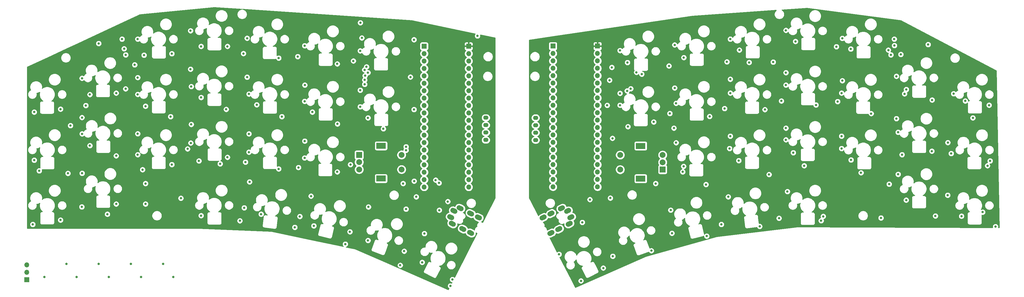
<source format=gbr>
%TF.GenerationSoftware,KiCad,Pcbnew,(5.1.9-0-10_14)*%
%TF.CreationDate,2021-04-12T23:07:13+01:00*%
%TF.ProjectId,peautkb,70656175-746b-4622-9e6b-696361645f70,rev?*%
%TF.SameCoordinates,Original*%
%TF.FileFunction,Copper,L3,Inr*%
%TF.FilePolarity,Positive*%
%FSLAX46Y46*%
G04 Gerber Fmt 4.6, Leading zero omitted, Abs format (unit mm)*
G04 Created by KiCad (PCBNEW (5.1.9-0-10_14)) date 2021-04-12 23:07:13*
%MOMM*%
%LPD*%
G01*
G04 APERTURE LIST*
%TA.AperFunction,ComponentPad*%
%ADD10O,1.700000X1.700000*%
%TD*%
%TA.AperFunction,ComponentPad*%
%ADD11R,1.700000X1.700000*%
%TD*%
%TA.AperFunction,ComponentPad*%
%ADD12O,1.778000X1.397000*%
%TD*%
%TA.AperFunction,ComponentPad*%
%ADD13C,2.000000*%
%TD*%
%TA.AperFunction,ComponentPad*%
%ADD14R,3.200000X2.000000*%
%TD*%
%TA.AperFunction,ComponentPad*%
%ADD15R,2.000000X2.000000*%
%TD*%
%TA.AperFunction,ViaPad*%
%ADD16C,0.800000*%
%TD*%
%TA.AperFunction,Conductor*%
%ADD17C,0.254000*%
%TD*%
%TA.AperFunction,Conductor*%
%ADD18C,0.100000*%
%TD*%
G04 APERTURE END LIST*
D10*
%TO.N,N/C*%
%TO.C,REF\u002A\u002A*%
X20500000Y-108420000D03*
X20500000Y-110960000D03*
D11*
X20500000Y-113500000D03*
%TD*%
D12*
%TO.N,LSCA*%
%TO.C,J1*%
X177250000Y-65580000D03*
%TO.N,LSCL*%
X177250000Y-63040000D03*
%TO.N,+3V0*%
X177250000Y-60500000D03*
%TO.N,GND1*%
X177250000Y-57960000D03*
%TD*%
%TO.N,TRRS_VDD*%
%TO.C,J2*%
%TA.AperFunction,ComponentPad*%
G36*
G01*
X166376720Y-88909842D02*
X167091418Y-89269298D01*
G75*
G02*
X167468863Y-90410585I-381921J-759366D01*
G01*
X167468863Y-90410585D01*
G75*
G02*
X166327576Y-90788030I-759366J381921D01*
G01*
X165612878Y-90428574D01*
G75*
G02*
X165235433Y-89287287I381921J759366D01*
G01*
X165235433Y-89287287D01*
G75*
G02*
X166376720Y-88909842I759366J-381921D01*
G01*
G37*
%TD.AperFunction*%
%TO.N,LUSART_TX*%
%TA.AperFunction,ComponentPad*%
G36*
G01*
X165829637Y-93335980D02*
X166544335Y-93695436D01*
G75*
G02*
X166921780Y-94836723I-381921J-759366D01*
G01*
X166921780Y-94836723D01*
G75*
G02*
X165780493Y-95214168I-759366J381921D01*
G01*
X165065795Y-94854712D01*
G75*
G02*
X164688350Y-93713425I381921J759366D01*
G01*
X164688350Y-93713425D01*
G75*
G02*
X165829637Y-93335980I759366J-381921D01*
G01*
G37*
%TD.AperFunction*%
%TO.N,LUSART_RX*%
%TA.AperFunction,ComponentPad*%
G36*
G01*
X169403122Y-95133256D02*
X170117820Y-95492712D01*
G75*
G02*
X170495265Y-96633999I-381921J-759366D01*
G01*
X170495265Y-96633999D01*
G75*
G02*
X169353978Y-97011444I-759366J381921D01*
G01*
X168639280Y-96651988D01*
G75*
G02*
X168261835Y-95510701I381921J759366D01*
G01*
X168261835Y-95510701D01*
G75*
G02*
X169403122Y-95133256I759366J-381921D01*
G01*
G37*
%TD.AperFunction*%
%TO.N,GND1*%
%TA.AperFunction,ComponentPad*%
G36*
G01*
X172083237Y-96481213D02*
X172797935Y-96840669D01*
G75*
G02*
X173175380Y-97981956I-381921J-759366D01*
G01*
X173175380Y-97981956D01*
G75*
G02*
X172034093Y-98359401I-759366J381921D01*
G01*
X171319395Y-97999945D01*
G75*
G02*
X170941950Y-96858658I381921J759366D01*
G01*
X170941950Y-96858658D01*
G75*
G02*
X172083237Y-96481213I759366J-381921D01*
G01*
G37*
%TD.AperFunction*%
%TO.N,LUSART_RX*%
%TA.AperFunction,ComponentPad*%
G36*
G01*
X172076570Y-89817696D02*
X172791268Y-90177152D01*
G75*
G02*
X173168713Y-91318439I-381921J-759366D01*
G01*
X173168713Y-91318439D01*
G75*
G02*
X172027426Y-91695884I-759366J381921D01*
G01*
X171312728Y-91336428D01*
G75*
G02*
X170935283Y-90195141I381921J759366D01*
G01*
X170935283Y-90195141D01*
G75*
G02*
X172076570Y-89817696I759366J-381921D01*
G01*
G37*
%TD.AperFunction*%
%TO.N,GND1*%
%TA.AperFunction,ComponentPad*%
G36*
G01*
X174756685Y-91165653D02*
X175471383Y-91525109D01*
G75*
G02*
X175848828Y-92666396I-381921J-759366D01*
G01*
X175848828Y-92666396D01*
G75*
G02*
X174707541Y-93043841I-759366J381921D01*
G01*
X173992843Y-92684385D01*
G75*
G02*
X173615398Y-91543098I381921J759366D01*
G01*
X173615398Y-91543098D01*
G75*
G02*
X174756685Y-91165653I759366J-381921D01*
G01*
G37*
%TD.AperFunction*%
%TO.N,TRRS_VDD*%
%TA.AperFunction,ComponentPad*%
G36*
G01*
X165275888Y-91098602D02*
X165990586Y-91458058D01*
G75*
G02*
X166368031Y-92599345I-381921J-759366D01*
G01*
X166368031Y-92599345D01*
G75*
G02*
X165226744Y-92976790I-759366J381921D01*
G01*
X164512046Y-92617334D01*
G75*
G02*
X164134601Y-91476047I381921J759366D01*
G01*
X164134601Y-91476047D01*
G75*
G02*
X165275888Y-91098602I759366J-381921D01*
G01*
G37*
%TD.AperFunction*%
%TO.N,LUSART_TX*%
%TA.AperFunction,ComponentPad*%
G36*
G01*
X168503085Y-88020420D02*
X169217783Y-88379876D01*
G75*
G02*
X169595228Y-89521163I-381921J-759366D01*
G01*
X169595228Y-89521163D01*
G75*
G02*
X168453941Y-89898608I-759366J381921D01*
G01*
X167739243Y-89539152D01*
G75*
G02*
X167361798Y-88397865I381921J759366D01*
G01*
X167361798Y-88397865D01*
G75*
G02*
X168503085Y-88020420I759366J-381921D01*
G01*
G37*
%TD.AperFunction*%
%TD*%
%TO.N,GND2*%
%TO.C,J3*%
X194250000Y-65620000D03*
%TO.N,+3V3*%
X194250000Y-63080000D03*
%TO.N,RSCL*%
X194250000Y-60540000D03*
%TO.N,RSCA*%
X194250000Y-58000000D03*
%TD*%
%TO.N,RUSART_RX*%
%TO.C,J4*%
%TA.AperFunction,ComponentPad*%
G36*
G01*
X206484793Y-94876332D02*
X205770095Y-95235788D01*
G75*
G02*
X204628808Y-94858343I-381921J759366D01*
G01*
X204628808Y-94858343D01*
G75*
G02*
X205006253Y-93717056I759366J381921D01*
G01*
X205720951Y-93357600D01*
G75*
G02*
X206862238Y-93735045I381921J-759366D01*
G01*
X206862238Y-93735045D01*
G75*
G02*
X206484793Y-94876332I-759366J-381921D01*
G01*
G37*
%TD.AperFunction*%
%TO.N,TRRS_VCC*%
%TA.AperFunction,ComponentPad*%
G36*
G01*
X205937711Y-90450194D02*
X205223013Y-90809650D01*
G75*
G02*
X204081726Y-90432205I-381921J759366D01*
G01*
X204081726Y-90432205D01*
G75*
G02*
X204459171Y-89290918I759366J381921D01*
G01*
X205173869Y-88931462D01*
G75*
G02*
X206315156Y-89308907I381921J-759366D01*
G01*
X206315156Y-89308907D01*
G75*
G02*
X205937711Y-90450194I-759366J-381921D01*
G01*
G37*
%TD.AperFunction*%
%TO.N,GND2*%
%TA.AperFunction,ComponentPad*%
G36*
G01*
X200231194Y-98021565D02*
X199516496Y-98381021D01*
G75*
G02*
X198375209Y-98003576I-381921J759366D01*
G01*
X198375209Y-98003576D01*
G75*
G02*
X198752654Y-96862289I759366J381921D01*
G01*
X199467352Y-96502833D01*
G75*
G02*
X200608639Y-96880278I381921J-759366D01*
G01*
X200608639Y-96880278D01*
G75*
G02*
X200231194Y-98021565I-759366J-381921D01*
G01*
G37*
%TD.AperFunction*%
%TO.N,RUSART_TX*%
%TA.AperFunction,ComponentPad*%
G36*
G01*
X202911308Y-96673608D02*
X202196610Y-97033064D01*
G75*
G02*
X201055323Y-96655619I-381921J759366D01*
G01*
X201055323Y-96655619D01*
G75*
G02*
X201432768Y-95514332I759366J381921D01*
G01*
X202147466Y-95154876D01*
G75*
G02*
X203288753Y-95532321I381921J-759366D01*
G01*
X203288753Y-95532321D01*
G75*
G02*
X202911308Y-96673608I-759366J-381921D01*
G01*
G37*
%TD.AperFunction*%
%TO.N,GND2*%
%TA.AperFunction,ComponentPad*%
G36*
G01*
X197557746Y-92706005D02*
X196843048Y-93065461D01*
G75*
G02*
X195701761Y-92688016I-381921J759366D01*
G01*
X195701761Y-92688016D01*
G75*
G02*
X196079206Y-91546729I759366J381921D01*
G01*
X196793904Y-91187273D01*
G75*
G02*
X197935191Y-91564718I381921J-759366D01*
G01*
X197935191Y-91564718D01*
G75*
G02*
X197557746Y-92706005I-759366J-381921D01*
G01*
G37*
%TD.AperFunction*%
%TO.N,RUSART_TX*%
%TA.AperFunction,ComponentPad*%
G36*
G01*
X200237860Y-91358048D02*
X199523162Y-91717504D01*
G75*
G02*
X198381875Y-91340059I-381921J759366D01*
G01*
X198381875Y-91340059D01*
G75*
G02*
X198759320Y-90198772I759366J381921D01*
G01*
X199474018Y-89839316D01*
G75*
G02*
X200615305Y-90216761I381921J-759366D01*
G01*
X200615305Y-90216761D01*
G75*
G02*
X200237860Y-91358048I-759366J-381921D01*
G01*
G37*
%TD.AperFunction*%
%TO.N,RUSART_RX*%
%TA.AperFunction,ComponentPad*%
G36*
G01*
X203811345Y-89560772D02*
X203096647Y-89920228D01*
G75*
G02*
X201955360Y-89542783I-381921J759366D01*
G01*
X201955360Y-89542783D01*
G75*
G02*
X202332805Y-88401496I759366J381921D01*
G01*
X203047503Y-88042040D01*
G75*
G02*
X204188790Y-88419485I381921J-759366D01*
G01*
X204188790Y-88419485D01*
G75*
G02*
X203811345Y-89560772I-759366J-381921D01*
G01*
G37*
%TD.AperFunction*%
%TO.N,TRRS_VCC*%
%TA.AperFunction,ComponentPad*%
G36*
G01*
X207038542Y-92638954D02*
X206323844Y-92998410D01*
G75*
G02*
X205182557Y-92620965I-381921J759366D01*
G01*
X205182557Y-92620965D01*
G75*
G02*
X205560002Y-91479678I759366J381921D01*
G01*
X206274700Y-91120222D01*
G75*
G02*
X207415987Y-91497667I381921J-759366D01*
G01*
X207415987Y-91497667D01*
G75*
G02*
X207038542Y-92638954I-759366J-381921D01*
G01*
G37*
%TD.AperFunction*%
%TD*%
D13*
%TO.N,Net-(D32-Pad2)*%
%TO.C,SW28*%
X148464160Y-75687180D03*
%TO.N,LCol7*%
X148464160Y-70687180D03*
D14*
%TO.N,N/C*%
X141464160Y-78787180D03*
X141464160Y-67587180D03*
D13*
%TO.N,LENCB*%
X133964160Y-75687180D03*
%TO.N,GND1*%
X133964160Y-73187180D03*
D15*
%TO.N,LENCA*%
X133964160Y-70687180D03*
%TD*%
%TO.N,RENCA*%
%TO.C,SW57*%
X237640860Y-75716380D03*
D13*
%TO.N,GND2*%
X237640860Y-73216380D03*
%TO.N,RENCB*%
X237640860Y-70716380D03*
D14*
%TO.N,N/C*%
X230140860Y-78816380D03*
X230140860Y-67616380D03*
D13*
%TO.N,RCol7*%
X223140860Y-75716380D03*
%TO.N,Net-(D67-Pad2)*%
X223140860Y-70716380D03*
%TD*%
D10*
%TO.N,LUSART_TX*%
%TO.C,U1*%
X156185360Y-46146980D03*
%TO.N,Net-(U1-Pad10)*%
X156185360Y-56306980D03*
%TO.N,LENCA*%
X156185360Y-61386980D03*
%TO.N,+3V0*%
X156185360Y-81706980D03*
%TO.N,Net-(U1-Pad16)*%
X156185360Y-71546980D03*
%TO.N,Net-(U1-Pad5)*%
X156185360Y-43606980D03*
%TO.N,LLED_In*%
X156185360Y-58846980D03*
%TO.N,LUSART_RX*%
X156185360Y-48686980D03*
%TO.N,GND1*%
X156185360Y-79166980D03*
%TO.N,Net-(U1-Pad4)*%
X156185360Y-41066980D03*
%TO.N,Net-(U1-Pad3)*%
X156185360Y-38526980D03*
%TO.N,Net-(U1-Pad17)*%
X156185360Y-74086980D03*
%TO.N,Net-(U1-Pad8)*%
X156185360Y-51226980D03*
%TO.N,LSCA*%
X156185360Y-69006980D03*
%TO.N,Net-(U1-Pad9)*%
X156185360Y-53766980D03*
%TO.N,TRRS_VDD*%
X156185360Y-76626980D03*
%TO.N,Net-(U1-Pad2)*%
X156185360Y-35986980D03*
D11*
%TO.N,Net-(U1-Pad1)*%
X156185360Y-33446980D03*
D10*
%TO.N,LSCL*%
X156185360Y-66466980D03*
%TO.N,LENCB*%
X156185360Y-63926980D03*
%TO.N,LCol5*%
X171399960Y-63926980D03*
%TO.N,LCol6*%
X171399960Y-66466980D03*
D11*
%TO.N,VDD*%
X171399960Y-33446980D03*
D10*
%TO.N,GND1*%
X171399960Y-35986980D03*
%TO.N,Net-(U1-Pad23)*%
X171399960Y-76626980D03*
%TO.N,LCol1*%
X171399960Y-53766980D03*
%TO.N,Net-(U1-Pad26)*%
X171399960Y-69006980D03*
%TO.N,LCol7*%
X171399960Y-51226980D03*
%TO.N,Net-(U1-Pad24)*%
X171399960Y-74086980D03*
%TO.N,Net-(U1-Pad38)*%
X171399960Y-38526980D03*
%TO.N,LRow0*%
X171399960Y-41066980D03*
%TO.N,Net-(U1-Pad22)*%
X171399960Y-79166980D03*
%TO.N,LRow3*%
X171399960Y-48686980D03*
%TO.N,LCol3*%
X171399960Y-58846980D03*
%TO.N,LRow1*%
X171399960Y-43606980D03*
%TO.N,Net-(U1-Pad25)*%
X171399960Y-71546980D03*
%TO.N,Net-(U1-Pad21)*%
X171399960Y-81706980D03*
%TO.N,LCol4*%
X171399960Y-61386980D03*
%TO.N,LCol2*%
X171399960Y-56306980D03*
%TO.N,LRow2*%
X171399960Y-46146980D03*
%TD*%
%TO.N,RRow2*%
%TO.C,U2*%
X215409520Y-46103800D03*
%TO.N,RCol2*%
X215409520Y-56263800D03*
%TO.N,RCol4*%
X215409520Y-61343800D03*
%TO.N,Net-(U2-Pad21)*%
X215409520Y-81663800D03*
%TO.N,Net-(U2-Pad25)*%
X215409520Y-71503800D03*
%TO.N,RRow1*%
X215409520Y-43563800D03*
%TO.N,RCol3*%
X215409520Y-58803800D03*
%TO.N,RRow3*%
X215409520Y-48643800D03*
%TO.N,Net-(U2-Pad22)*%
X215409520Y-79123800D03*
%TO.N,RRow0*%
X215409520Y-41023800D03*
%TO.N,Net-(U2-Pad38)*%
X215409520Y-38483800D03*
%TO.N,Net-(U2-Pad24)*%
X215409520Y-74043800D03*
%TO.N,RCol7*%
X215409520Y-51183800D03*
%TO.N,Net-(U2-Pad26)*%
X215409520Y-68963800D03*
%TO.N,RCol1*%
X215409520Y-53723800D03*
%TO.N,Net-(U2-Pad23)*%
X215409520Y-76583800D03*
%TO.N,GND2*%
X215409520Y-35943800D03*
D11*
%TO.N,VCC*%
X215409520Y-33403800D03*
D10*
%TO.N,RCol6*%
X215409520Y-66423800D03*
%TO.N,RCol5*%
X215409520Y-63883800D03*
%TO.N,RENCB*%
X200194920Y-63883800D03*
%TO.N,RSCL*%
X200194920Y-66423800D03*
D11*
%TO.N,Net-(U2-Pad1)*%
X200194920Y-33403800D03*
D10*
%TO.N,Net-(U2-Pad2)*%
X200194920Y-35943800D03*
%TO.N,TRRS_VCC*%
X200194920Y-76583800D03*
%TO.N,Net-(U2-Pad9)*%
X200194920Y-53723800D03*
%TO.N,RSCA*%
X200194920Y-68963800D03*
%TO.N,Net-(U2-Pad8)*%
X200194920Y-51183800D03*
%TO.N,Net-(U2-Pad17)*%
X200194920Y-74043800D03*
%TO.N,Net-(U2-Pad3)*%
X200194920Y-38483800D03*
%TO.N,Net-(U2-Pad4)*%
X200194920Y-41023800D03*
%TO.N,GND2*%
X200194920Y-79123800D03*
%TO.N,RUSART_RX*%
X200194920Y-48643800D03*
%TO.N,RLED_In*%
X200194920Y-58803800D03*
%TO.N,Net-(U2-Pad5)*%
X200194920Y-43563800D03*
%TO.N,Net-(U2-Pad16)*%
X200194920Y-71503800D03*
%TO.N,+3V3*%
X200194920Y-81663800D03*
%TO.N,RENCA*%
X200194920Y-61343800D03*
%TO.N,Net-(U2-Pad10)*%
X200194920Y-56263800D03*
%TO.N,RUSART_TX*%
X200194920Y-46103800D03*
%TD*%
D16*
%TO.N,*%
X26500000Y-112500000D03*
X34000000Y-108000000D03*
X37500000Y-112500000D03*
X45000000Y-108000000D03*
X48500000Y-112500000D03*
X56000000Y-108000000D03*
X59500000Y-112500000D03*
X67000000Y-108000000D03*
X70500000Y-112500000D03*
%TO.N,VDD*%
X60500000Y-34500000D03*
X23000000Y-54000000D03*
X42500000Y-48000000D03*
X45000000Y-34500000D03*
X80000000Y-31500000D03*
X99000000Y-35500000D03*
X118000000Y-37000000D03*
X137000000Y-38500000D03*
X145000000Y-46000000D03*
X145500000Y-59500000D03*
X126500000Y-57500000D03*
X107500000Y-55000000D03*
X88500000Y-52500000D03*
X69500000Y-55000000D03*
X51000000Y-68500000D03*
X31818820Y-74181180D03*
X52803780Y-90803780D03*
X61204980Y-72704980D03*
X80500000Y-69500000D03*
X88881620Y-93118380D03*
X99500000Y-72500000D03*
X107750000Y-94658219D03*
X118000000Y-75000000D03*
X126500000Y-98500000D03*
X145500000Y-105000000D03*
X163000000Y-112500000D03*
X153500000Y-92000000D03*
X87750000Y-77500000D03*
X23000000Y-91750000D03*
X42250000Y-86250000D03*
X85250000Y-37500000D03*
%TO.N,Net-(D1-Pad4)*%
X54230000Y-36400000D03*
X54220000Y-48040000D03*
%TO.N,Net-(D1-Pad2)*%
X57320000Y-39810000D03*
X53710000Y-34310000D03*
%TO.N,GND1*%
X32000000Y-55000000D03*
X51000000Y-49500000D03*
X53000000Y-31000000D03*
X70000000Y-36000000D03*
X89000000Y-33500000D03*
X106500000Y-37500000D03*
X126500000Y-39500000D03*
X136500000Y-40500000D03*
X137000000Y-58000000D03*
X118000000Y-56000000D03*
X99000000Y-53500000D03*
X80000000Y-51000000D03*
X61000000Y-54000000D03*
X42000000Y-67500000D03*
X23000000Y-72500000D03*
X32000000Y-93000000D03*
X51000000Y-87500000D03*
X61000000Y-87500000D03*
X70000000Y-74000000D03*
X89000000Y-71500000D03*
X80000000Y-91500000D03*
X106500000Y-75500000D03*
X100500000Y-91000000D03*
X126500000Y-76500000D03*
X118500000Y-95000000D03*
X137000000Y-100000000D03*
X155500000Y-107500000D03*
X151500000Y-44000000D03*
X161364220Y-89635780D03*
X132000000Y-38500000D03*
X113000000Y-37000000D03*
X94450000Y-35950000D03*
X80000000Y-33500000D03*
X60500000Y-36500000D03*
X45000000Y-32500000D03*
X23000000Y-56000000D03*
X42000000Y-50000000D03*
X34500000Y-77000000D03*
X51000000Y-71000000D03*
X69575000Y-57575000D03*
X88575000Y-55075000D03*
X107575000Y-57575000D03*
X126575000Y-60075000D03*
X142250000Y-61750000D03*
X113250000Y-75000000D03*
X95147490Y-73147490D03*
X86500000Y-73750000D03*
X79250000Y-72750000D03*
X60000000Y-75750000D03*
X22500000Y-94500000D03*
X48000000Y-91000000D03*
X93250000Y-93250000D03*
X112000000Y-95500000D03*
X129250000Y-101250000D03*
X148000000Y-108500000D03*
X165175000Y-115575000D03*
X150000000Y-89250000D03*
X39250000Y-88500000D03*
%TO.N,LRow1*%
X152720000Y-31210000D03*
X152720000Y-55140000D03*
%TO.N,LRow2*%
X160110000Y-79310000D03*
X152770000Y-79660000D03*
X149000000Y-80500000D03*
X131000000Y-74000000D03*
X75374830Y-68625170D03*
X61000000Y-80500000D03*
%TO.N,LRow3*%
X94719780Y-88819780D03*
X165860000Y-113380000D03*
X149360000Y-103670000D03*
X130820000Y-97020000D03*
X113720000Y-91770000D03*
X161280000Y-80300000D03*
X153480000Y-85050000D03*
%TO.N,RRow2*%
X220500000Y-65000000D03*
%TO.N,VCC*%
X234600000Y-40600000D03*
X254000000Y-38800000D03*
X271200000Y-37400000D03*
X278600000Y-32600000D03*
X291854400Y-33345600D03*
X310600000Y-36400000D03*
X347030220Y-56569780D03*
X325000000Y-30800000D03*
X329800000Y-49800000D03*
X301800000Y-53800000D03*
X282966960Y-50833040D03*
X263835800Y-53764200D03*
X245000000Y-56200000D03*
X225800000Y-58000000D03*
X339927840Y-72727840D03*
X320800000Y-67000000D03*
X309400000Y-75400000D03*
X290000000Y-72800000D03*
X271800000Y-75200000D03*
X253600000Y-78000000D03*
X216514580Y-87685420D03*
X208855526Y-111855526D03*
X225979601Y-104379601D03*
X244250000Y-97650000D03*
X263000000Y-93300000D03*
X281971360Y-91828640D03*
X316250000Y-85950000D03*
X329426440Y-87573560D03*
X225250000Y-41650000D03*
X280479400Y-73020600D03*
X348250000Y-93250000D03*
%TO.N,GND2*%
X225632200Y-39032200D03*
X239800000Y-40200000D03*
X244869600Y-37330400D03*
X259600000Y-38800000D03*
X263846200Y-34753800D03*
X267200000Y-39000000D03*
X283000000Y-31800000D03*
X297000000Y-33600000D03*
X315600000Y-36400000D03*
X316800000Y-33200000D03*
X328325000Y-32875000D03*
X343600000Y-58000000D03*
X341000000Y-52200000D03*
X329675000Y-51875000D03*
X320869140Y-48269140D03*
X297400000Y-52400000D03*
X278200000Y-52200000D03*
X258800000Y-54800000D03*
X272564200Y-55164200D03*
X290022460Y-53577540D03*
X308876880Y-56523120D03*
X240100000Y-56500000D03*
X253687800Y-57512200D03*
X225800000Y-61000000D03*
X234600000Y-59400000D03*
X348600000Y-74400000D03*
X336200000Y-70200000D03*
X319400000Y-70600000D03*
X329600000Y-69400000D03*
X305400000Y-76800000D03*
X302000000Y-72400000D03*
X286000000Y-74400000D03*
X282271240Y-69928760D03*
X274000000Y-77400000D03*
X263636400Y-72636400D03*
X252437500Y-80837500D03*
X244800000Y-74600000D03*
X212800000Y-86000000D03*
X210200000Y-93800000D03*
X209746254Y-113853746D03*
X217360707Y-109439293D03*
X220600000Y-105400000D03*
X240825000Y-97525000D03*
X233800000Y-103500000D03*
X252700000Y-98500000D03*
X257700000Y-94500000D03*
X270791509Y-95191509D03*
X277400000Y-92400000D03*
X291771360Y-93228640D03*
X315000000Y-80700000D03*
X312208740Y-92291260D03*
X330800000Y-91600000D03*
X320826440Y-86173560D03*
X351325000Y-95275000D03*
X339722260Y-91677740D03*
X220300000Y-40700000D03*
X219500000Y-45100000D03*
X275411760Y-38888240D03*
X301900000Y-34400000D03*
%TO.N,RRow3*%
X219774999Y-85475001D03*
%TO.N,Net-(D51-Pad4)*%
X319000000Y-36250000D03*
X320250000Y-49750000D03*
%TO.N,LUSART_RX*%
X164260000Y-86670000D03*
%TO.N,Net-(LED1-Pad2)*%
X35380000Y-60640000D03*
X24720000Y-76130000D03*
%TO.N,Net-(LED26-Pad2)*%
X349152440Y-53652440D03*
X349500000Y-72750000D03*
%TO.N,Net-(LED46-Pad4)*%
X241500000Y-61500000D03*
X244500000Y-76500000D03*
%TO.N,LCol2*%
X39310000Y-44420000D03*
X39310000Y-57890000D03*
X39350760Y-63470760D03*
X39350760Y-76989240D03*
X40620000Y-53750000D03*
X135830000Y-41540000D03*
%TO.N,LCol3*%
X58349960Y-31000040D03*
X58349960Y-44180040D03*
X58349960Y-49939960D03*
X58349960Y-63429960D03*
X58349960Y-70610040D03*
X73090000Y-85530000D03*
X137000000Y-42500000D03*
%TO.N,LCol4*%
X76380000Y-28140000D03*
X76380000Y-41310000D03*
X76630000Y-47260000D03*
X76630000Y-60230000D03*
X76480000Y-66610000D03*
X96550000Y-79930000D03*
X136000000Y-43550000D03*
%TO.N,LCol5*%
X95710000Y-30710000D03*
X95710000Y-44040000D03*
X96350000Y-49820000D03*
X96350000Y-63470000D03*
X96330000Y-69740000D03*
X117540000Y-84810000D03*
X135880000Y-45000000D03*
%TO.N,LCol6*%
X115370000Y-33260000D03*
X115420000Y-46760000D03*
X115347560Y-52312440D03*
X115400000Y-65940000D03*
X115347560Y-71737560D03*
X137160000Y-88510000D03*
X135860000Y-46500000D03*
%TO.N,LCol7*%
X134346760Y-35023240D03*
X134346760Y-48506760D03*
X134346760Y-54173240D03*
X156250000Y-97630000D03*
X174400000Y-29900000D03*
X134400000Y-25400000D03*
X134900000Y-30600000D03*
%TO.N,LENCB*%
X150000000Y-69080000D03*
%TO.N,LENCA*%
X150000000Y-67900000D03*
%TO.N,RCol1*%
X337030120Y-49719880D03*
X335047000Y-66453000D03*
X335000000Y-84500000D03*
X226750000Y-48000000D03*
X228700000Y-42400000D03*
%TO.N,RCol2*%
X317500000Y-58250000D03*
X317500000Y-43750000D03*
X318081720Y-62918280D03*
X318081720Y-77331720D03*
X225500000Y-48750000D03*
X230500000Y-43000000D03*
%TO.N,RCol3*%
X299000000Y-30750000D03*
X299000000Y-45250000D03*
X298750000Y-49500000D03*
X298750000Y-64250000D03*
X298750000Y-68500000D03*
X280250000Y-83250000D03*
%TO.N,RCol4*%
X279750000Y-28000000D03*
X279750000Y-42500000D03*
X279750000Y-46750000D03*
X279750000Y-61500000D03*
X279750000Y-65500000D03*
X260048762Y-85048762D03*
%TO.N,RCol5*%
X260750000Y-31000000D03*
X260750000Y-44750000D03*
X260750000Y-49500000D03*
X260750000Y-64250000D03*
X260500000Y-68500000D03*
X240393763Y-89606237D03*
%TO.N,RCol6*%
X241750000Y-33000000D03*
X241750000Y-47750000D03*
X242250000Y-53000000D03*
X242250000Y-66500000D03*
%TO.N,RCol7*%
X223085720Y-34914280D03*
X223085720Y-49585720D03*
X223085720Y-53664280D03*
X202250000Y-104750000D03*
X218700000Y-53700000D03*
%TO.N,RENCB*%
X235250000Y-80500000D03*
%TO.N,Net-(D51-Pad2)*%
X314727380Y-34772620D03*
X316750000Y-31000000D03*
%TO.N,Net-(LED28-Pad2)*%
X346960820Y-90289180D03*
X292500000Y-91750000D03*
%TD*%
D17*
%TO.N,VDD*%
X94065773Y-20765000D02*
X93829117Y-20765000D01*
X93493919Y-20831675D01*
X93178169Y-20962463D01*
X92894002Y-21152337D01*
X92652337Y-21394002D01*
X92462463Y-21678169D01*
X92331675Y-21993919D01*
X92265000Y-22329117D01*
X92265000Y-22670883D01*
X92331675Y-23006081D01*
X92462463Y-23321831D01*
X92652337Y-23605998D01*
X92894002Y-23847663D01*
X93178169Y-24037537D01*
X93493919Y-24168325D01*
X93829117Y-24235000D01*
X94170883Y-24235000D01*
X94506081Y-24168325D01*
X94821831Y-24037537D01*
X95105998Y-23847663D01*
X95347663Y-23605998D01*
X95537537Y-23321831D01*
X95668325Y-23006081D01*
X95735000Y-22670883D01*
X95735000Y-22329117D01*
X95668325Y-21993919D01*
X95537537Y-21678169D01*
X95347663Y-21394002D01*
X95105998Y-21152337D01*
X94821831Y-20962463D01*
X94506081Y-20831675D01*
X94223870Y-20775540D01*
X151982609Y-24626123D01*
X173648852Y-29187437D01*
X173596063Y-29240226D01*
X173482795Y-29409744D01*
X173404774Y-29598102D01*
X173365000Y-29798061D01*
X173365000Y-30001939D01*
X173404774Y-30201898D01*
X173482795Y-30390256D01*
X173596063Y-30559774D01*
X173740226Y-30703937D01*
X173909744Y-30817205D01*
X174098102Y-30895226D01*
X174298061Y-30935000D01*
X174501939Y-30935000D01*
X174701898Y-30895226D01*
X174890256Y-30817205D01*
X175059774Y-30703937D01*
X175203937Y-30559774D01*
X175317205Y-30390256D01*
X175395226Y-30201898D01*
X175435000Y-30001939D01*
X175435000Y-29798061D01*
X175395226Y-29598102D01*
X175375710Y-29550986D01*
X180373000Y-30603047D01*
X180373000Y-85469594D01*
X176140878Y-93801584D01*
X175981603Y-93695159D01*
X175769563Y-93607329D01*
X175825380Y-93582565D01*
X176064485Y-93414051D01*
X176266120Y-93202129D01*
X176422536Y-92954942D01*
X176527724Y-92681989D01*
X176577639Y-92393760D01*
X176570364Y-92101330D01*
X176506180Y-91815941D01*
X176387552Y-91548556D01*
X176219038Y-91309451D01*
X176007116Y-91107817D01*
X175821872Y-90990597D01*
X174976831Y-90565585D01*
X174772278Y-90486757D01*
X174484049Y-90436842D01*
X174191620Y-90444116D01*
X173906230Y-90508301D01*
X173841583Y-90536982D01*
X173826065Y-90467984D01*
X173707437Y-90200599D01*
X173538923Y-89961494D01*
X173327001Y-89759860D01*
X173141757Y-89642640D01*
X172296716Y-89217628D01*
X172092163Y-89138800D01*
X171803934Y-89088885D01*
X171511505Y-89096159D01*
X171226115Y-89160344D01*
X170958731Y-89278972D01*
X170719625Y-89447486D01*
X170517991Y-89659408D01*
X170361574Y-89906595D01*
X170256387Y-90179548D01*
X170206472Y-90467777D01*
X170213746Y-90760206D01*
X170277931Y-91045596D01*
X170396559Y-91312980D01*
X170565073Y-91552086D01*
X170776995Y-91753720D01*
X170962239Y-91870940D01*
X171807279Y-92295952D01*
X172011832Y-92374780D01*
X172300060Y-92424695D01*
X172592490Y-92417420D01*
X172877881Y-92353236D01*
X172942528Y-92324555D01*
X172958046Y-92393553D01*
X173076674Y-92660937D01*
X173245188Y-92900043D01*
X173457110Y-93101677D01*
X173642354Y-93218897D01*
X174487394Y-93643909D01*
X174691947Y-93722737D01*
X174754209Y-93733519D01*
X174609344Y-93830315D01*
X174437324Y-94002335D01*
X174302168Y-94204610D01*
X174209071Y-94429366D01*
X174161611Y-94667965D01*
X174161611Y-94911239D01*
X174209071Y-95149838D01*
X174220599Y-95177668D01*
X174025311Y-95258559D01*
X173823036Y-95393715D01*
X173651016Y-95565735D01*
X173515860Y-95768010D01*
X173422763Y-95992766D01*
X173375303Y-96231365D01*
X173375303Y-96462991D01*
X173333668Y-96423377D01*
X173148424Y-96306157D01*
X172303383Y-95881145D01*
X172098830Y-95802317D01*
X171810601Y-95752402D01*
X171518172Y-95759676D01*
X171232782Y-95823861D01*
X171168135Y-95852542D01*
X171152617Y-95783544D01*
X171033989Y-95516159D01*
X170865475Y-95277054D01*
X170653553Y-95075420D01*
X170468309Y-94958200D01*
X169623268Y-94533188D01*
X169418715Y-94454360D01*
X169130486Y-94404445D01*
X168838057Y-94411719D01*
X168552667Y-94475904D01*
X168285283Y-94594532D01*
X168046177Y-94763046D01*
X167844543Y-94974968D01*
X167688126Y-95222155D01*
X167582939Y-95495108D01*
X167533024Y-95783337D01*
X167540298Y-96075766D01*
X167604483Y-96361156D01*
X167723111Y-96628540D01*
X167891625Y-96867646D01*
X168103547Y-97069280D01*
X168288791Y-97186500D01*
X169133831Y-97611512D01*
X169338384Y-97690340D01*
X169626612Y-97740255D01*
X169919042Y-97732980D01*
X170204433Y-97668796D01*
X170269080Y-97640115D01*
X170284598Y-97709113D01*
X170403226Y-97976497D01*
X170571740Y-98215603D01*
X170783662Y-98417237D01*
X170968906Y-98534457D01*
X171813946Y-98959469D01*
X172018499Y-99038297D01*
X172306727Y-99088212D01*
X172599157Y-99080937D01*
X172884548Y-99016753D01*
X173151932Y-98898125D01*
X173391037Y-98729611D01*
X173592672Y-98517689D01*
X173749088Y-98270502D01*
X173854276Y-97997549D01*
X173904191Y-97709320D01*
X173896916Y-97416890D01*
X173882297Y-97351886D01*
X174025311Y-97447445D01*
X174243175Y-97537687D01*
X166576050Y-112632339D01*
X166519774Y-112576063D01*
X166350256Y-112462795D01*
X166161898Y-112384774D01*
X165961939Y-112345000D01*
X165758061Y-112345000D01*
X165558102Y-112384774D01*
X165369744Y-112462795D01*
X165200226Y-112576063D01*
X165056063Y-112720226D01*
X164942795Y-112889744D01*
X164864774Y-113078102D01*
X164825000Y-113278061D01*
X164825000Y-113481939D01*
X164864774Y-113681898D01*
X164942795Y-113870256D01*
X165056063Y-114039774D01*
X165200226Y-114183937D01*
X165369744Y-114297205D01*
X165558102Y-114375226D01*
X165678600Y-114399194D01*
X165567760Y-114617410D01*
X165476898Y-114579774D01*
X165276939Y-114540000D01*
X165073061Y-114540000D01*
X164873102Y-114579774D01*
X164684744Y-114657795D01*
X164515226Y-114771063D01*
X164371063Y-114915226D01*
X164257795Y-115084744D01*
X164179774Y-115273102D01*
X164140000Y-115473061D01*
X164140000Y-115676939D01*
X164179774Y-115876898D01*
X164257795Y-116065256D01*
X164371063Y-116234774D01*
X164515226Y-116378937D01*
X164633033Y-116457653D01*
X164441064Y-116835593D01*
X145155277Y-108398061D01*
X146965000Y-108398061D01*
X146965000Y-108601939D01*
X147004774Y-108801898D01*
X147082795Y-108990256D01*
X147196063Y-109159774D01*
X147340226Y-109303937D01*
X147509744Y-109417205D01*
X147698102Y-109495226D01*
X147898061Y-109535000D01*
X148101939Y-109535000D01*
X148301898Y-109495226D01*
X148490256Y-109417205D01*
X148659774Y-109303937D01*
X148803937Y-109159774D01*
X148917205Y-108990256D01*
X148995226Y-108801898D01*
X149035000Y-108601939D01*
X149035000Y-108398061D01*
X148995226Y-108198102D01*
X148917205Y-108009744D01*
X148803937Y-107840226D01*
X148659774Y-107696063D01*
X148490256Y-107582795D01*
X148301898Y-107504774D01*
X148101939Y-107465000D01*
X147898061Y-107465000D01*
X147698102Y-107504774D01*
X147509744Y-107582795D01*
X147340226Y-107696063D01*
X147196063Y-107840226D01*
X147082795Y-108009744D01*
X147004774Y-108198102D01*
X146965000Y-108398061D01*
X145155277Y-108398061D01*
X142869563Y-107398061D01*
X154465000Y-107398061D01*
X154465000Y-107601939D01*
X154504774Y-107801898D01*
X154582795Y-107990256D01*
X154696063Y-108159774D01*
X154840226Y-108303937D01*
X155009744Y-108417205D01*
X155198102Y-108495226D01*
X155398061Y-108535000D01*
X155601939Y-108535000D01*
X155801898Y-108495226D01*
X155990256Y-108417205D01*
X156159774Y-108303937D01*
X156303937Y-108159774D01*
X156417205Y-107990256D01*
X156495226Y-107801898D01*
X156535000Y-107601939D01*
X156535000Y-107398061D01*
X156495226Y-107198102D01*
X156417205Y-107009744D01*
X156303937Y-106840226D01*
X156159774Y-106696063D01*
X155990256Y-106582795D01*
X155801898Y-106504774D01*
X155601939Y-106465000D01*
X155398061Y-106465000D01*
X155198102Y-106504774D01*
X155009744Y-106582795D01*
X154840226Y-106696063D01*
X154696063Y-106840226D01*
X154582795Y-107009744D01*
X154504774Y-107198102D01*
X154465000Y-107398061D01*
X142869563Y-107398061D01*
X132550904Y-102883648D01*
X132526163Y-102875724D01*
X129541306Y-102247333D01*
X129551898Y-102245226D01*
X129740256Y-102167205D01*
X129909774Y-102053937D01*
X130053937Y-101909774D01*
X130167205Y-101740256D01*
X130245226Y-101551898D01*
X130285000Y-101351939D01*
X130285000Y-101148061D01*
X130245226Y-100948102D01*
X130167205Y-100759744D01*
X130053937Y-100590226D01*
X129909774Y-100446063D01*
X129740256Y-100332795D01*
X129551898Y-100254774D01*
X129351939Y-100215000D01*
X129148061Y-100215000D01*
X128948102Y-100254774D01*
X128759744Y-100332795D01*
X128590226Y-100446063D01*
X128446063Y-100590226D01*
X128332795Y-100759744D01*
X128254774Y-100948102D01*
X128215000Y-101148061D01*
X128215000Y-101351939D01*
X128254774Y-101551898D01*
X128332795Y-101740256D01*
X128446063Y-101909774D01*
X128581573Y-102045284D01*
X118382264Y-99898061D01*
X135965000Y-99898061D01*
X135965000Y-100101939D01*
X136004774Y-100301898D01*
X136082795Y-100490256D01*
X136196063Y-100659774D01*
X136340226Y-100803937D01*
X136509744Y-100917205D01*
X136698102Y-100995226D01*
X136898061Y-101035000D01*
X137101939Y-101035000D01*
X137301898Y-100995226D01*
X137490256Y-100917205D01*
X137659774Y-100803937D01*
X137803937Y-100659774D01*
X137917205Y-100490256D01*
X137995226Y-100301898D01*
X138035000Y-100101939D01*
X138035000Y-99898061D01*
X137995226Y-99698102D01*
X137917205Y-99509744D01*
X137803937Y-99340226D01*
X137659774Y-99196063D01*
X137490256Y-99082795D01*
X137301898Y-99004774D01*
X137101939Y-98965000D01*
X136898061Y-98965000D01*
X136698102Y-99004774D01*
X136509744Y-99082795D01*
X136340226Y-99196063D01*
X136196063Y-99340226D01*
X136082795Y-99509744D01*
X136004774Y-99698102D01*
X135965000Y-99898061D01*
X118382264Y-99898061D01*
X104026163Y-96875724D01*
X104005179Y-96873106D01*
X79505179Y-95873106D01*
X79500000Y-95873000D01*
X20627000Y-95873000D01*
X20627000Y-94398061D01*
X21465000Y-94398061D01*
X21465000Y-94601939D01*
X21504774Y-94801898D01*
X21582795Y-94990256D01*
X21696063Y-95159774D01*
X21840226Y-95303937D01*
X22009744Y-95417205D01*
X22198102Y-95495226D01*
X22398061Y-95535000D01*
X22601939Y-95535000D01*
X22801898Y-95495226D01*
X22990256Y-95417205D01*
X23159774Y-95303937D01*
X23303937Y-95159774D01*
X23417205Y-94990256D01*
X23495226Y-94801898D01*
X23535000Y-94601939D01*
X23535000Y-94398061D01*
X23495226Y-94198102D01*
X23417205Y-94009744D01*
X23303937Y-93840226D01*
X23159774Y-93696063D01*
X22990256Y-93582795D01*
X22801898Y-93504774D01*
X22601939Y-93465000D01*
X22398061Y-93465000D01*
X22198102Y-93504774D01*
X22009744Y-93582795D01*
X21840226Y-93696063D01*
X21696063Y-93840226D01*
X21582795Y-94009744D01*
X21504774Y-94198102D01*
X21465000Y-94398061D01*
X20627000Y-94398061D01*
X20627000Y-87853871D01*
X20771560Y-87853871D01*
X20771560Y-88166089D01*
X20832471Y-88472307D01*
X20951951Y-88760759D01*
X21125410Y-89020359D01*
X21346181Y-89241130D01*
X21605781Y-89414589D01*
X21894233Y-89534069D01*
X22200451Y-89594980D01*
X22512669Y-89594980D01*
X22818887Y-89534069D01*
X23107339Y-89414589D01*
X23366939Y-89241130D01*
X23587710Y-89020359D01*
X23761169Y-88760759D01*
X23880649Y-88472307D01*
X23941560Y-88166089D01*
X23941560Y-87853871D01*
X23889951Y-87594415D01*
X24249316Y-87522933D01*
X24637862Y-87361992D01*
X24860308Y-87213358D01*
X24854743Y-87226794D01*
X24751560Y-87745531D01*
X24751560Y-88274429D01*
X24854743Y-88793166D01*
X25057143Y-89281805D01*
X25350984Y-89721568D01*
X25724972Y-90095556D01*
X25765416Y-90122580D01*
X25652095Y-90122580D01*
X25617960Y-90119218D01*
X25583826Y-90122580D01*
X25583825Y-90122580D01*
X25481716Y-90132637D01*
X25350708Y-90172378D01*
X25229971Y-90236913D01*
X25124143Y-90323763D01*
X25037293Y-90429591D01*
X24972758Y-90550328D01*
X24933017Y-90681336D01*
X24919598Y-90817580D01*
X24922961Y-90851725D01*
X24922960Y-93883445D01*
X24919598Y-93917580D01*
X24933017Y-94053824D01*
X24972758Y-94184832D01*
X25037293Y-94305569D01*
X25124143Y-94411397D01*
X25202746Y-94475904D01*
X25229971Y-94498247D01*
X25350708Y-94562782D01*
X25481716Y-94602523D01*
X25617960Y-94615942D01*
X25652094Y-94612580D01*
X29183826Y-94612580D01*
X29217960Y-94615942D01*
X29354204Y-94602523D01*
X29485212Y-94562782D01*
X29605949Y-94498247D01*
X29711777Y-94411397D01*
X29798627Y-94305569D01*
X29863162Y-94184832D01*
X29902903Y-94053824D01*
X29912960Y-93951715D01*
X29912960Y-93951714D01*
X29916322Y-93917580D01*
X29912960Y-93883445D01*
X29912960Y-92898061D01*
X30965000Y-92898061D01*
X30965000Y-93101939D01*
X31004774Y-93301898D01*
X31082795Y-93490256D01*
X31196063Y-93659774D01*
X31340226Y-93803937D01*
X31509744Y-93917205D01*
X31698102Y-93995226D01*
X31898061Y-94035000D01*
X32101939Y-94035000D01*
X32301898Y-93995226D01*
X32490256Y-93917205D01*
X32659774Y-93803937D01*
X32803937Y-93659774D01*
X32917205Y-93490256D01*
X32995226Y-93301898D01*
X33035000Y-93101939D01*
X33035000Y-92898061D01*
X32995226Y-92698102D01*
X32917205Y-92509744D01*
X32803937Y-92340226D01*
X32659774Y-92196063D01*
X32490256Y-92082795D01*
X32301898Y-92004774D01*
X32101939Y-91965000D01*
X31898061Y-91965000D01*
X31698102Y-92004774D01*
X31509744Y-92082795D01*
X31340226Y-92196063D01*
X31196063Y-92340226D01*
X31082795Y-92509744D01*
X31004774Y-92698102D01*
X30965000Y-92898061D01*
X29912960Y-92898061D01*
X29912960Y-90898061D01*
X46965000Y-90898061D01*
X46965000Y-91101939D01*
X47004774Y-91301898D01*
X47082795Y-91490256D01*
X47196063Y-91659774D01*
X47340226Y-91803937D01*
X47509744Y-91917205D01*
X47698102Y-91995226D01*
X47898061Y-92035000D01*
X48101939Y-92035000D01*
X48301898Y-91995226D01*
X48490256Y-91917205D01*
X48659774Y-91803937D01*
X48803937Y-91659774D01*
X48917205Y-91490256D01*
X48983951Y-91329117D01*
X63165000Y-91329117D01*
X63165000Y-91670883D01*
X63231675Y-92006081D01*
X63362463Y-92321831D01*
X63552337Y-92605998D01*
X63794002Y-92847663D01*
X64078169Y-93037537D01*
X64393919Y-93168325D01*
X64729117Y-93235000D01*
X65070883Y-93235000D01*
X65406081Y-93168325D01*
X65721831Y-93037537D01*
X66005998Y-92847663D01*
X66247663Y-92605998D01*
X66437537Y-92321831D01*
X66568325Y-92006081D01*
X66635000Y-91670883D01*
X66635000Y-91398061D01*
X78965000Y-91398061D01*
X78965000Y-91601939D01*
X79004774Y-91801898D01*
X79082795Y-91990256D01*
X79196063Y-92159774D01*
X79340226Y-92303937D01*
X79509744Y-92417205D01*
X79698102Y-92495226D01*
X79898061Y-92535000D01*
X80101939Y-92535000D01*
X80301898Y-92495226D01*
X80490256Y-92417205D01*
X80659774Y-92303937D01*
X80803937Y-92159774D01*
X80917205Y-91990256D01*
X80995226Y-91801898D01*
X81035000Y-91601939D01*
X81035000Y-91398061D01*
X80995226Y-91198102D01*
X80917205Y-91009744D01*
X80803937Y-90840226D01*
X80659774Y-90696063D01*
X80490256Y-90582795D01*
X80301898Y-90504774D01*
X80101939Y-90465000D01*
X79898061Y-90465000D01*
X79698102Y-90504774D01*
X79509744Y-90582795D01*
X79340226Y-90696063D01*
X79196063Y-90840226D01*
X79082795Y-91009744D01*
X79004774Y-91198102D01*
X78965000Y-91398061D01*
X66635000Y-91398061D01*
X66635000Y-91329117D01*
X66568325Y-90993919D01*
X66437537Y-90678169D01*
X66247663Y-90394002D01*
X66005998Y-90152337D01*
X65721831Y-89962463D01*
X65406081Y-89831675D01*
X65070883Y-89765000D01*
X64729117Y-89765000D01*
X64393919Y-89831675D01*
X64078169Y-89962463D01*
X63794002Y-90152337D01*
X63552337Y-90394002D01*
X63362463Y-90678169D01*
X63231675Y-90993919D01*
X63165000Y-91329117D01*
X48983951Y-91329117D01*
X48995226Y-91301898D01*
X49035000Y-91101939D01*
X49035000Y-90898061D01*
X48995226Y-90698102D01*
X48917205Y-90509744D01*
X48803937Y-90340226D01*
X48659774Y-90196063D01*
X48490256Y-90082795D01*
X48301898Y-90004774D01*
X48101939Y-89965000D01*
X47898061Y-89965000D01*
X47698102Y-90004774D01*
X47509744Y-90082795D01*
X47340226Y-90196063D01*
X47196063Y-90340226D01*
X47082795Y-90509744D01*
X47004774Y-90698102D01*
X46965000Y-90898061D01*
X29912960Y-90898061D01*
X29912960Y-90851715D01*
X29916322Y-90817580D01*
X29908189Y-90735000D01*
X29902903Y-90681336D01*
X29863162Y-90550328D01*
X29798627Y-90429591D01*
X29755520Y-90377065D01*
X29711777Y-90323763D01*
X29605949Y-90236913D01*
X29485212Y-90172378D01*
X29354204Y-90132637D01*
X29252095Y-90122580D01*
X29252094Y-90122580D01*
X29217960Y-90119218D01*
X29183825Y-90122580D01*
X29107704Y-90122580D01*
X29148148Y-90095556D01*
X29522136Y-89721568D01*
X29815977Y-89281805D01*
X30018377Y-88793166D01*
X30121560Y-88274429D01*
X30121560Y-87853871D01*
X30931560Y-87853871D01*
X30931560Y-88166089D01*
X30992471Y-88472307D01*
X31111951Y-88760759D01*
X31285410Y-89020359D01*
X31506181Y-89241130D01*
X31765781Y-89414589D01*
X32054233Y-89534069D01*
X32360451Y-89594980D01*
X32672669Y-89594980D01*
X32978887Y-89534069D01*
X33267339Y-89414589D01*
X33526939Y-89241130D01*
X33747710Y-89020359D01*
X33921169Y-88760759D01*
X34040649Y-88472307D01*
X34055417Y-88398061D01*
X38215000Y-88398061D01*
X38215000Y-88601939D01*
X38254774Y-88801898D01*
X38332795Y-88990256D01*
X38446063Y-89159774D01*
X38590226Y-89303937D01*
X38759744Y-89417205D01*
X38948102Y-89495226D01*
X39148061Y-89535000D01*
X39351939Y-89535000D01*
X39551898Y-89495226D01*
X39740256Y-89417205D01*
X39909774Y-89303937D01*
X40053937Y-89159774D01*
X40167205Y-88990256D01*
X40245226Y-88801898D01*
X40285000Y-88601939D01*
X40285000Y-88398061D01*
X40245226Y-88198102D01*
X40167205Y-88009744D01*
X40053937Y-87840226D01*
X39909774Y-87696063D01*
X39740256Y-87582795D01*
X39551898Y-87504774D01*
X39351939Y-87465000D01*
X39148061Y-87465000D01*
X38948102Y-87504774D01*
X38759744Y-87582795D01*
X38590226Y-87696063D01*
X38446063Y-87840226D01*
X38332795Y-88009744D01*
X38254774Y-88198102D01*
X38215000Y-88398061D01*
X34055417Y-88398061D01*
X34101560Y-88166089D01*
X34101560Y-87853871D01*
X34040649Y-87547653D01*
X33921169Y-87259201D01*
X33747710Y-86999601D01*
X33526939Y-86778830D01*
X33267339Y-86605371D01*
X32978887Y-86485891D01*
X32672669Y-86424980D01*
X32360451Y-86424980D01*
X32054233Y-86485891D01*
X31765781Y-86605371D01*
X31506181Y-86778830D01*
X31285410Y-86999601D01*
X31111951Y-87259201D01*
X30992471Y-87547653D01*
X30931560Y-87853871D01*
X30121560Y-87853871D01*
X30121560Y-87745531D01*
X30018377Y-87226794D01*
X29815977Y-86738155D01*
X29522136Y-86298392D01*
X29148148Y-85924404D01*
X28708385Y-85630563D01*
X28219746Y-85428163D01*
X27701009Y-85324980D01*
X27172111Y-85324980D01*
X26653374Y-85428163D01*
X26164735Y-85630563D01*
X25724972Y-85924404D01*
X25710023Y-85939353D01*
X25761560Y-85680259D01*
X25761560Y-85259701D01*
X25679513Y-84847224D01*
X25518572Y-84458678D01*
X25284923Y-84108997D01*
X24987543Y-83811617D01*
X24637862Y-83577968D01*
X24249316Y-83417027D01*
X23836839Y-83334980D01*
X23416281Y-83334980D01*
X23003804Y-83417027D01*
X22615258Y-83577968D01*
X22265577Y-83811617D01*
X21968197Y-84108997D01*
X21734548Y-84458678D01*
X21573607Y-84847224D01*
X21491560Y-85259701D01*
X21491560Y-85680259D01*
X21573607Y-86092736D01*
X21734548Y-86481282D01*
X21771575Y-86536697D01*
X21605781Y-86605371D01*
X21346181Y-86778830D01*
X21125410Y-86999601D01*
X20951951Y-87259201D01*
X20832471Y-87547653D01*
X20771560Y-87853871D01*
X20627000Y-87853871D01*
X20627000Y-82719701D01*
X27841560Y-82719701D01*
X27841560Y-83140259D01*
X27923607Y-83552736D01*
X28084548Y-83941282D01*
X28318197Y-84290963D01*
X28615577Y-84588343D01*
X28965258Y-84821992D01*
X29353804Y-84982933D01*
X29766281Y-85064980D01*
X30186839Y-85064980D01*
X30599316Y-84982933D01*
X30987862Y-84821992D01*
X31337543Y-84588343D01*
X31634923Y-84290963D01*
X31868572Y-83941282D01*
X32029513Y-83552736D01*
X32111560Y-83140259D01*
X32111560Y-82719701D01*
X32029513Y-82307224D01*
X31949258Y-82113471D01*
X39770760Y-82113471D01*
X39770760Y-82425689D01*
X39831671Y-82731907D01*
X39951151Y-83020359D01*
X40124610Y-83279959D01*
X40345381Y-83500730D01*
X40604981Y-83674189D01*
X40893433Y-83793669D01*
X41199651Y-83854580D01*
X41511869Y-83854580D01*
X41818087Y-83793669D01*
X42106539Y-83674189D01*
X42366139Y-83500730D01*
X42586910Y-83279959D01*
X42760369Y-83020359D01*
X42879849Y-82731907D01*
X42940760Y-82425689D01*
X42940760Y-82113471D01*
X42889151Y-81854015D01*
X43248516Y-81782533D01*
X43637062Y-81621592D01*
X43859508Y-81472958D01*
X43853943Y-81486394D01*
X43750760Y-82005131D01*
X43750760Y-82534029D01*
X43853943Y-83052766D01*
X44056343Y-83541405D01*
X44350184Y-83981168D01*
X44724172Y-84355156D01*
X44878657Y-84458380D01*
X44778295Y-84458380D01*
X44744160Y-84455018D01*
X44710026Y-84458380D01*
X44710025Y-84458380D01*
X44607916Y-84468437D01*
X44476908Y-84508178D01*
X44356171Y-84572713D01*
X44250343Y-84659563D01*
X44163493Y-84765391D01*
X44098958Y-84886128D01*
X44059217Y-85017136D01*
X44045798Y-85153380D01*
X44049161Y-85187525D01*
X44049160Y-88219245D01*
X44045798Y-88253380D01*
X44059217Y-88389624D01*
X44098958Y-88520632D01*
X44163493Y-88641369D01*
X44250343Y-88747197D01*
X44356171Y-88834047D01*
X44476908Y-88898582D01*
X44607916Y-88938323D01*
X44707203Y-88948102D01*
X44744160Y-88951742D01*
X44778294Y-88948380D01*
X48310026Y-88948380D01*
X48344160Y-88951742D01*
X48381118Y-88948102D01*
X48480404Y-88938323D01*
X48611412Y-88898582D01*
X48732149Y-88834047D01*
X48837977Y-88747197D01*
X48924827Y-88641369D01*
X48989362Y-88520632D01*
X49029103Y-88389624D01*
X49042522Y-88253380D01*
X49039160Y-88219245D01*
X49039160Y-87398061D01*
X49965000Y-87398061D01*
X49965000Y-87601939D01*
X50004774Y-87801898D01*
X50082795Y-87990256D01*
X50196063Y-88159774D01*
X50340226Y-88303937D01*
X50509744Y-88417205D01*
X50698102Y-88495226D01*
X50898061Y-88535000D01*
X51101939Y-88535000D01*
X51301898Y-88495226D01*
X51490256Y-88417205D01*
X51659774Y-88303937D01*
X51803937Y-88159774D01*
X51917205Y-87990256D01*
X51995226Y-87801898D01*
X52035000Y-87601939D01*
X52035000Y-87398061D01*
X59965000Y-87398061D01*
X59965000Y-87601939D01*
X60004774Y-87801898D01*
X60082795Y-87990256D01*
X60196063Y-88159774D01*
X60340226Y-88303937D01*
X60509744Y-88417205D01*
X60698102Y-88495226D01*
X60898061Y-88535000D01*
X61101939Y-88535000D01*
X61301898Y-88495226D01*
X61490256Y-88417205D01*
X61659774Y-88303937D01*
X61803937Y-88159774D01*
X61917205Y-87990256D01*
X61994740Y-87803071D01*
X77769160Y-87803071D01*
X77769160Y-88115289D01*
X77830071Y-88421507D01*
X77949551Y-88709959D01*
X78123010Y-88969559D01*
X78343781Y-89190330D01*
X78603381Y-89363789D01*
X78891833Y-89483269D01*
X79198051Y-89544180D01*
X79510269Y-89544180D01*
X79816487Y-89483269D01*
X80104939Y-89363789D01*
X80364539Y-89190330D01*
X80585310Y-88969559D01*
X80758769Y-88709959D01*
X80878249Y-88421507D01*
X80939160Y-88115289D01*
X80939160Y-87803071D01*
X80887551Y-87543615D01*
X81246916Y-87472133D01*
X81635462Y-87311192D01*
X81857908Y-87162558D01*
X81852343Y-87175994D01*
X81749160Y-87694731D01*
X81749160Y-88223629D01*
X81852343Y-88742366D01*
X82054743Y-89231005D01*
X82348584Y-89670768D01*
X82722572Y-90044756D01*
X82915071Y-90173380D01*
X82776695Y-90173380D01*
X82742560Y-90170018D01*
X82708426Y-90173380D01*
X82708425Y-90173380D01*
X82606316Y-90183437D01*
X82475308Y-90223178D01*
X82354571Y-90287713D01*
X82248743Y-90374563D01*
X82161893Y-90480391D01*
X82097358Y-90601128D01*
X82057617Y-90732136D01*
X82044198Y-90868380D01*
X82047561Y-90902525D01*
X82047560Y-93934245D01*
X82044198Y-93968380D01*
X82057617Y-94104624D01*
X82097358Y-94235632D01*
X82161893Y-94356369D01*
X82248743Y-94462197D01*
X82335247Y-94533188D01*
X82354571Y-94549047D01*
X82475308Y-94613582D01*
X82606316Y-94653323D01*
X82742560Y-94666742D01*
X82776694Y-94663380D01*
X86308426Y-94663380D01*
X86342560Y-94666742D01*
X86478804Y-94653323D01*
X86609812Y-94613582D01*
X86730549Y-94549047D01*
X86836377Y-94462197D01*
X86923227Y-94356369D01*
X86987762Y-94235632D01*
X87027503Y-94104624D01*
X87037560Y-94002515D01*
X87037560Y-94002514D01*
X87040922Y-93968380D01*
X87037560Y-93934245D01*
X87037560Y-93148061D01*
X92215000Y-93148061D01*
X92215000Y-93351939D01*
X92254774Y-93551898D01*
X92332795Y-93740256D01*
X92446063Y-93909774D01*
X92590226Y-94053937D01*
X92759744Y-94167205D01*
X92948102Y-94245226D01*
X93148061Y-94285000D01*
X93351939Y-94285000D01*
X93551898Y-94245226D01*
X93740256Y-94167205D01*
X93909774Y-94053937D01*
X94053937Y-93909774D01*
X94167205Y-93740256D01*
X94245226Y-93551898D01*
X94285000Y-93351939D01*
X94285000Y-93148061D01*
X94245226Y-92948102D01*
X94167205Y-92759744D01*
X94053937Y-92590226D01*
X93909774Y-92446063D01*
X93740256Y-92332795D01*
X93551898Y-92254774D01*
X93351939Y-92215000D01*
X93148061Y-92215000D01*
X92948102Y-92254774D01*
X92759744Y-92332795D01*
X92590226Y-92446063D01*
X92446063Y-92590226D01*
X92332795Y-92759744D01*
X92254774Y-92948102D01*
X92215000Y-93148061D01*
X87037560Y-93148061D01*
X87037560Y-90902515D01*
X87040922Y-90868380D01*
X87027503Y-90732136D01*
X86987762Y-90601128D01*
X86923227Y-90480391D01*
X86836377Y-90374563D01*
X86730549Y-90287713D01*
X86609812Y-90223178D01*
X86478804Y-90183437D01*
X86376695Y-90173380D01*
X86376694Y-90173380D01*
X86342560Y-90170018D01*
X86308425Y-90173380D01*
X85953249Y-90173380D01*
X86145748Y-90044756D01*
X86519736Y-89670768D01*
X86813577Y-89231005D01*
X87015977Y-88742366D01*
X87119160Y-88223629D01*
X87119160Y-87803071D01*
X87929160Y-87803071D01*
X87929160Y-88115289D01*
X87990071Y-88421507D01*
X88109551Y-88709959D01*
X88283010Y-88969559D01*
X88503781Y-89190330D01*
X88763381Y-89363789D01*
X89051833Y-89483269D01*
X89358051Y-89544180D01*
X89670269Y-89544180D01*
X89976487Y-89483269D01*
X90264939Y-89363789D01*
X90524539Y-89190330D01*
X90745310Y-88969559D01*
X90913502Y-88717841D01*
X93684780Y-88717841D01*
X93684780Y-88921719D01*
X93724554Y-89121678D01*
X93802575Y-89310036D01*
X93915843Y-89479554D01*
X94060006Y-89623717D01*
X94229524Y-89736985D01*
X94417882Y-89815006D01*
X94617841Y-89854780D01*
X94821719Y-89854780D01*
X95021678Y-89815006D01*
X95210036Y-89736985D01*
X95379554Y-89623717D01*
X95523717Y-89479554D01*
X95636985Y-89310036D01*
X95715006Y-89121678D01*
X95754780Y-88921719D01*
X95754780Y-88717841D01*
X95715006Y-88517882D01*
X95657390Y-88378784D01*
X97565053Y-88378784D01*
X97565053Y-88691002D01*
X97625964Y-88997220D01*
X97745444Y-89285672D01*
X97918903Y-89545272D01*
X98139674Y-89766043D01*
X98399274Y-89939502D01*
X98687726Y-90058982D01*
X98993944Y-90119893D01*
X99306162Y-90119893D01*
X99612380Y-90058982D01*
X99900832Y-89939502D01*
X100160432Y-89766043D01*
X100381203Y-89545272D01*
X100554662Y-89285672D01*
X100674142Y-88997220D01*
X100735053Y-88691002D01*
X100735053Y-88378784D01*
X100718469Y-88295411D01*
X100918002Y-88295411D01*
X101330479Y-88213364D01*
X101719025Y-88052423D01*
X101740395Y-88038144D01*
X101613543Y-88344394D01*
X101510360Y-88863131D01*
X101510360Y-89392029D01*
X101613543Y-89910766D01*
X101815943Y-90399405D01*
X102109784Y-90839168D01*
X102483772Y-91213156D01*
X102558815Y-91263298D01*
X102074985Y-91206461D01*
X102041481Y-91199141D01*
X102007191Y-91198497D01*
X102007187Y-91198497D01*
X101979852Y-91197984D01*
X101904602Y-91196572D01*
X101769852Y-91220757D01*
X101642410Y-91270765D01*
X101527173Y-91344675D01*
X101444540Y-91424264D01*
X101495226Y-91301898D01*
X101535000Y-91101939D01*
X101535000Y-90898061D01*
X101495226Y-90698102D01*
X101417205Y-90509744D01*
X101303937Y-90340226D01*
X101159774Y-90196063D01*
X100990256Y-90082795D01*
X100801898Y-90004774D01*
X100601939Y-89965000D01*
X100398061Y-89965000D01*
X100198102Y-90004774D01*
X100009744Y-90082795D01*
X99840226Y-90196063D01*
X99696063Y-90340226D01*
X99582795Y-90509744D01*
X99504774Y-90698102D01*
X99465000Y-90898061D01*
X99465000Y-91101939D01*
X99504774Y-91301898D01*
X99582795Y-91490256D01*
X99696063Y-91659774D01*
X99840226Y-91803937D01*
X100009744Y-91917205D01*
X100198102Y-91995226D01*
X100398061Y-92035000D01*
X100601939Y-92035000D01*
X100801898Y-91995226D01*
X100990256Y-91917205D01*
X101159774Y-91803937D01*
X101302935Y-91660776D01*
X101295634Y-91677507D01*
X101273732Y-91777745D01*
X101273731Y-91777752D01*
X101266411Y-91811255D01*
X101265768Y-91845542D01*
X100912052Y-94856580D01*
X100904732Y-94890084D01*
X100904089Y-94924372D01*
X100904088Y-94924378D01*
X100902496Y-95009282D01*
X100902164Y-95026962D01*
X100926348Y-95161712D01*
X100976356Y-95289154D01*
X101050266Y-95404392D01*
X101145238Y-95502996D01*
X101257621Y-95581177D01*
X101383098Y-95635931D01*
X101483336Y-95657833D01*
X101483343Y-95657834D01*
X101516846Y-95665154D01*
X101551132Y-95665797D01*
X105058758Y-96077849D01*
X105092261Y-96085169D01*
X105126548Y-96085812D01*
X105126554Y-96085813D01*
X105229139Y-96087738D01*
X105363889Y-96063553D01*
X105491331Y-96013545D01*
X105606569Y-95939635D01*
X105705173Y-95844663D01*
X105783354Y-95732280D01*
X105838108Y-95606803D01*
X105843707Y-95581177D01*
X105860010Y-95506564D01*
X105860011Y-95506559D01*
X105867331Y-95473055D01*
X105867975Y-95438765D01*
X105872756Y-95398061D01*
X110965000Y-95398061D01*
X110965000Y-95601939D01*
X111004774Y-95801898D01*
X111082795Y-95990256D01*
X111196063Y-96159774D01*
X111340226Y-96303937D01*
X111509744Y-96417205D01*
X111698102Y-96495226D01*
X111898061Y-96535000D01*
X112101939Y-96535000D01*
X112301898Y-96495226D01*
X112490256Y-96417205D01*
X112659774Y-96303937D01*
X112803937Y-96159774D01*
X112917205Y-95990256D01*
X112995226Y-95801898D01*
X113035000Y-95601939D01*
X113035000Y-95398061D01*
X112995226Y-95198102D01*
X112917205Y-95009744D01*
X112842582Y-94898061D01*
X117465000Y-94898061D01*
X117465000Y-95101939D01*
X117504774Y-95301898D01*
X117582795Y-95490256D01*
X117696063Y-95659774D01*
X117840226Y-95803937D01*
X118009744Y-95917205D01*
X118198102Y-95995226D01*
X118398061Y-96035000D01*
X118601939Y-96035000D01*
X118801898Y-95995226D01*
X118990256Y-95917205D01*
X119159774Y-95803937D01*
X119303937Y-95659774D01*
X119417205Y-95490256D01*
X119495226Y-95301898D01*
X119535000Y-95101939D01*
X119535000Y-94898061D01*
X119495226Y-94698102D01*
X119417205Y-94509744D01*
X119303937Y-94340226D01*
X119159774Y-94196063D01*
X118990256Y-94082795D01*
X118801898Y-94004774D01*
X118601939Y-93965000D01*
X118398061Y-93965000D01*
X118198102Y-94004774D01*
X118009744Y-94082795D01*
X117840226Y-94196063D01*
X117696063Y-94340226D01*
X117582795Y-94509744D01*
X117504774Y-94698102D01*
X117465000Y-94898061D01*
X112842582Y-94898061D01*
X112803937Y-94840226D01*
X112659774Y-94696063D01*
X112490256Y-94582795D01*
X112301898Y-94504774D01*
X112101939Y-94465000D01*
X111898061Y-94465000D01*
X111698102Y-94504774D01*
X111509744Y-94582795D01*
X111340226Y-94696063D01*
X111196063Y-94840226D01*
X111082795Y-95009744D01*
X111004774Y-95198102D01*
X110965000Y-95398061D01*
X105872756Y-95398061D01*
X106221690Y-92427729D01*
X106229010Y-92394226D01*
X106229780Y-92353236D01*
X106230521Y-92313720D01*
X106231579Y-92257347D01*
X106207394Y-92122597D01*
X106157386Y-91995155D01*
X106083476Y-91879918D01*
X105988504Y-91781314D01*
X105876121Y-91703133D01*
X105795749Y-91668061D01*
X112685000Y-91668061D01*
X112685000Y-91871939D01*
X112724774Y-92071898D01*
X112802795Y-92260256D01*
X112916063Y-92429774D01*
X113060226Y-92573937D01*
X113229744Y-92687205D01*
X113418102Y-92765226D01*
X113618061Y-92805000D01*
X113821939Y-92805000D01*
X114021898Y-92765226D01*
X114210256Y-92687205D01*
X114379774Y-92573937D01*
X114523937Y-92429774D01*
X114637205Y-92260256D01*
X114715226Y-92071898D01*
X114755000Y-91871939D01*
X114755000Y-91668061D01*
X114715226Y-91468102D01*
X114637205Y-91279744D01*
X114582447Y-91197792D01*
X117175859Y-91197792D01*
X117175859Y-91510010D01*
X117236770Y-91816228D01*
X117356250Y-92104680D01*
X117529709Y-92364280D01*
X117750480Y-92585051D01*
X118010080Y-92758510D01*
X118298532Y-92877990D01*
X118604750Y-92938901D01*
X118916968Y-92938901D01*
X119223186Y-92877990D01*
X119511638Y-92758510D01*
X119771238Y-92585051D01*
X119992009Y-92364280D01*
X120165468Y-92104680D01*
X120284948Y-91816228D01*
X120345859Y-91510010D01*
X120345859Y-91306644D01*
X120374645Y-91312370D01*
X120795203Y-91312370D01*
X121207680Y-91230323D01*
X121394151Y-91153084D01*
X121323143Y-91259355D01*
X121120743Y-91747994D01*
X121017560Y-92266731D01*
X121017560Y-92795629D01*
X121120743Y-93314366D01*
X121323143Y-93803005D01*
X121616984Y-94242768D01*
X121649049Y-94274833D01*
X121463646Y-94230664D01*
X121431217Y-94219482D01*
X121295572Y-94200961D01*
X121158921Y-94209259D01*
X121026515Y-94244057D01*
X120903440Y-94304017D01*
X120794429Y-94386837D01*
X120703671Y-94489331D01*
X120634651Y-94607562D01*
X120601204Y-94704561D01*
X120601202Y-94704571D01*
X120590024Y-94736987D01*
X120585385Y-94770962D01*
X119882787Y-97720164D01*
X119871605Y-97752592D01*
X119853084Y-97888237D01*
X119861382Y-98024887D01*
X119896180Y-98157293D01*
X119956140Y-98280368D01*
X120038960Y-98389379D01*
X120141454Y-98480137D01*
X120259685Y-98549157D01*
X120356586Y-98582570D01*
X120389110Y-98593785D01*
X120423095Y-98598425D01*
X123858677Y-99416897D01*
X123891103Y-99428078D01*
X123980439Y-99440276D01*
X124026747Y-99446599D01*
X124026748Y-99446599D01*
X124095073Y-99442450D01*
X124163399Y-99438301D01*
X124295804Y-99403503D01*
X124418879Y-99343543D01*
X124527890Y-99260723D01*
X124618648Y-99158229D01*
X124687668Y-99039998D01*
X124717219Y-98954298D01*
X124721115Y-98942999D01*
X124732296Y-98910573D01*
X124736936Y-98876588D01*
X125203523Y-96918061D01*
X129785000Y-96918061D01*
X129785000Y-97121939D01*
X129824774Y-97321898D01*
X129902795Y-97510256D01*
X130016063Y-97679774D01*
X130160226Y-97823937D01*
X130329744Y-97937205D01*
X130518102Y-98015226D01*
X130718061Y-98055000D01*
X130921939Y-98055000D01*
X131121898Y-98015226D01*
X131310256Y-97937205D01*
X131479774Y-97823937D01*
X131623937Y-97679774D01*
X131737205Y-97510256D01*
X131815226Y-97321898D01*
X131855000Y-97121939D01*
X131855000Y-96918061D01*
X131815226Y-96718102D01*
X131737205Y-96529744D01*
X131635820Y-96378009D01*
X136343121Y-96378009D01*
X136343121Y-96690227D01*
X136404032Y-96996445D01*
X136523512Y-97284897D01*
X136696971Y-97544497D01*
X136917742Y-97765268D01*
X137177342Y-97938727D01*
X137465794Y-98058207D01*
X137772012Y-98119118D01*
X138084230Y-98119118D01*
X138390448Y-98058207D01*
X138678900Y-97938727D01*
X138938500Y-97765268D01*
X139159271Y-97544497D01*
X139332730Y-97284897D01*
X139452210Y-96996445D01*
X139513121Y-96690227D01*
X139513121Y-96663582D01*
X139779983Y-96716664D01*
X140200541Y-96716664D01*
X140559163Y-96645329D01*
X140322343Y-96999755D01*
X140119943Y-97488394D01*
X140016760Y-98007131D01*
X140016760Y-98536029D01*
X140119943Y-99054766D01*
X140322343Y-99543405D01*
X140460485Y-99750148D01*
X140108420Y-99622007D01*
X140077498Y-99607175D01*
X140044278Y-99598661D01*
X140044272Y-99598659D01*
X139944881Y-99573186D01*
X139808183Y-99565723D01*
X139808182Y-99565723D01*
X139672654Y-99585072D01*
X139543504Y-99630489D01*
X139425696Y-99700230D01*
X139323759Y-99791614D01*
X139241607Y-99901129D01*
X139197233Y-99993640D01*
X139197229Y-99993652D01*
X139182400Y-100024567D01*
X139173887Y-100057782D01*
X138136969Y-102906692D01*
X138122137Y-102937614D01*
X138113622Y-102970837D01*
X138113621Y-102970840D01*
X138113167Y-102972613D01*
X138088148Y-103070231D01*
X138080685Y-103206929D01*
X138100034Y-103342457D01*
X138145451Y-103471607D01*
X138215192Y-103589415D01*
X138306576Y-103691352D01*
X138416091Y-103773504D01*
X138508602Y-103817878D01*
X138508605Y-103817879D01*
X138539529Y-103832712D01*
X138572753Y-103841227D01*
X141891503Y-105049155D01*
X141922422Y-105063985D01*
X141955641Y-105072499D01*
X141955647Y-105072501D01*
X142055038Y-105097974D01*
X142191737Y-105105437D01*
X142327265Y-105086088D01*
X142456415Y-105040671D01*
X142574223Y-104970930D01*
X142676161Y-104879546D01*
X142758312Y-104770031D01*
X142817520Y-104646594D01*
X142826036Y-104613366D01*
X143206496Y-103568061D01*
X148325000Y-103568061D01*
X148325000Y-103771939D01*
X148364774Y-103971898D01*
X148442795Y-104160256D01*
X148556063Y-104329774D01*
X148700226Y-104473937D01*
X148869744Y-104587205D01*
X149058102Y-104665226D01*
X149258061Y-104705000D01*
X149461939Y-104705000D01*
X149661898Y-104665226D01*
X149850256Y-104587205D01*
X150019774Y-104473937D01*
X150163937Y-104329774D01*
X150277205Y-104160256D01*
X150355226Y-103971898D01*
X150395000Y-103771939D01*
X150395000Y-103706930D01*
X154764833Y-103706930D01*
X154764833Y-104019148D01*
X154825744Y-104325366D01*
X154945224Y-104613818D01*
X155118683Y-104873418D01*
X155339454Y-105094189D01*
X155599054Y-105267648D01*
X155887506Y-105387128D01*
X156193724Y-105448039D01*
X156505942Y-105448039D01*
X156812160Y-105387128D01*
X157100612Y-105267648D01*
X157360212Y-105094189D01*
X157580983Y-104873418D01*
X157754442Y-104613818D01*
X157873922Y-104325366D01*
X157903572Y-104176309D01*
X158002929Y-104217464D01*
X158415406Y-104299511D01*
X158835964Y-104299511D01*
X158962169Y-104274407D01*
X158802584Y-104433992D01*
X158508743Y-104873755D01*
X158306343Y-105362394D01*
X158203160Y-105881131D01*
X158203160Y-106410029D01*
X158306343Y-106928766D01*
X158483598Y-107356699D01*
X158338108Y-107283525D01*
X158309123Y-107265184D01*
X158181377Y-107215955D01*
X158046482Y-107192594D01*
X157909622Y-107195998D01*
X157776055Y-107226037D01*
X157650915Y-107281557D01*
X157539012Y-107360423D01*
X157444644Y-107459606D01*
X157389780Y-107546308D01*
X157389775Y-107546318D01*
X157371440Y-107575293D01*
X157359110Y-107607289D01*
X155996892Y-110315759D01*
X155978551Y-110344744D01*
X155929322Y-110472490D01*
X155905961Y-110607385D01*
X155909365Y-110744244D01*
X155939404Y-110877811D01*
X155994924Y-111002951D01*
X156073791Y-111114854D01*
X156172973Y-111209222D01*
X156219915Y-111238926D01*
X156288660Y-111282427D01*
X156320664Y-111294760D01*
X159475816Y-112881637D01*
X159504797Y-112899976D01*
X159536799Y-112912308D01*
X159536802Y-112912310D01*
X159632542Y-112949205D01*
X159767437Y-112972566D01*
X159767438Y-112972566D01*
X159904297Y-112969162D01*
X160037864Y-112939123D01*
X160163004Y-112883603D01*
X160274907Y-112804736D01*
X160369275Y-112705554D01*
X160383406Y-112683223D01*
X160442480Y-112589867D01*
X160454815Y-112557859D01*
X161817030Y-109849397D01*
X161835369Y-109820416D01*
X161884598Y-109692670D01*
X161907959Y-109557775D01*
X161907874Y-109554371D01*
X161904555Y-109420916D01*
X161879366Y-109308916D01*
X161874516Y-109287348D01*
X161845706Y-109222412D01*
X161818996Y-109162209D01*
X161778174Y-109104287D01*
X161740129Y-109050305D01*
X161640947Y-108955937D01*
X161554244Y-108901073D01*
X161554239Y-108901071D01*
X161525260Y-108882733D01*
X161493260Y-108870401D01*
X161339980Y-108793310D01*
X161671346Y-108727397D01*
X162159985Y-108524997D01*
X162538602Y-108272012D01*
X163841487Y-108272012D01*
X163841487Y-108584230D01*
X163902398Y-108890448D01*
X164021878Y-109178900D01*
X164195337Y-109438500D01*
X164416108Y-109659271D01*
X164675708Y-109832730D01*
X164964160Y-109952210D01*
X165270378Y-110013121D01*
X165582596Y-110013121D01*
X165888814Y-109952210D01*
X166177266Y-109832730D01*
X166436866Y-109659271D01*
X166657637Y-109438500D01*
X166831096Y-109178900D01*
X166950576Y-108890448D01*
X167011487Y-108584230D01*
X167011487Y-108272012D01*
X166950576Y-107965794D01*
X166831096Y-107677342D01*
X166657637Y-107417742D01*
X166436866Y-107196971D01*
X166177266Y-107023512D01*
X165888814Y-106904032D01*
X165582596Y-106843121D01*
X165270378Y-106843121D01*
X164964160Y-106904032D01*
X164675708Y-107023512D01*
X164416108Y-107196971D01*
X164195337Y-107417742D01*
X164021878Y-107677342D01*
X163902398Y-107965794D01*
X163841487Y-108272012D01*
X162538602Y-108272012D01*
X162599748Y-108231156D01*
X162973736Y-107857168D01*
X163267577Y-107417405D01*
X163469977Y-106928766D01*
X163573160Y-106410029D01*
X163573160Y-105881131D01*
X163469977Y-105362394D01*
X163267577Y-104873755D01*
X162973736Y-104433992D01*
X162599748Y-104060004D01*
X162159985Y-103766163D01*
X161671346Y-103563763D01*
X161152609Y-103460580D01*
X160623711Y-103460580D01*
X160280741Y-103528801D01*
X160284048Y-103525494D01*
X160517697Y-103175813D01*
X160678638Y-102787267D01*
X160728171Y-102538245D01*
X163304864Y-102538245D01*
X163304864Y-102958803D01*
X163386911Y-103371280D01*
X163547852Y-103759826D01*
X163781501Y-104109507D01*
X164078881Y-104406887D01*
X164428562Y-104640536D01*
X164817108Y-104801477D01*
X165229585Y-104883524D01*
X165650143Y-104883524D01*
X166062620Y-104801477D01*
X166451166Y-104640536D01*
X166800847Y-104406887D01*
X167098227Y-104109507D01*
X167331876Y-103759826D01*
X167492817Y-103371280D01*
X167574864Y-102958803D01*
X167574864Y-102538245D01*
X167492817Y-102125768D01*
X167331876Y-101737222D01*
X167098227Y-101387541D01*
X166800847Y-101090161D01*
X166451166Y-100856512D01*
X166062620Y-100695571D01*
X165650143Y-100613524D01*
X165229585Y-100613524D01*
X164817108Y-100695571D01*
X164428562Y-100856512D01*
X164078881Y-101090161D01*
X163781501Y-101387541D01*
X163547852Y-101737222D01*
X163386911Y-102125768D01*
X163304864Y-102538245D01*
X160728171Y-102538245D01*
X160760685Y-102374790D01*
X160760685Y-101954232D01*
X160678638Y-101541755D01*
X160517697Y-101153209D01*
X160284048Y-100803528D01*
X159986668Y-100506148D01*
X159636987Y-100272499D01*
X159248441Y-100111558D01*
X158835964Y-100029511D01*
X158415406Y-100029511D01*
X158002929Y-100111558D01*
X157614383Y-100272499D01*
X157264702Y-100506148D01*
X156967322Y-100803528D01*
X156733673Y-101153209D01*
X156572732Y-101541755D01*
X156490685Y-101954232D01*
X156490685Y-102278039D01*
X156193724Y-102278039D01*
X155887506Y-102338950D01*
X155599054Y-102458430D01*
X155339454Y-102631889D01*
X155118683Y-102852660D01*
X154945224Y-103112260D01*
X154825744Y-103400712D01*
X154764833Y-103706930D01*
X150395000Y-103706930D01*
X150395000Y-103568061D01*
X150355226Y-103368102D01*
X150277205Y-103179744D01*
X150163937Y-103010226D01*
X150019774Y-102866063D01*
X149850256Y-102752795D01*
X149661898Y-102674774D01*
X149461939Y-102635000D01*
X149258061Y-102635000D01*
X149058102Y-102674774D01*
X148869744Y-102752795D01*
X148700226Y-102866063D01*
X148556063Y-103010226D01*
X148442795Y-103179744D01*
X148364774Y-103368102D01*
X148325000Y-103568061D01*
X143206496Y-103568061D01*
X143862951Y-101764468D01*
X143877783Y-101733547D01*
X143887502Y-101695628D01*
X143911772Y-101600931D01*
X143919235Y-101464231D01*
X143919235Y-101464230D01*
X143899886Y-101328702D01*
X143854469Y-101199552D01*
X143784728Y-101081744D01*
X143693345Y-100979807D01*
X143583830Y-100897655D01*
X143491318Y-100853281D01*
X143491306Y-100853277D01*
X143488494Y-100851928D01*
X143973585Y-100650997D01*
X144413348Y-100357156D01*
X144787336Y-99983168D01*
X144874356Y-99852933D01*
X145890399Y-99852933D01*
X145890399Y-100165151D01*
X145951310Y-100471369D01*
X146070790Y-100759821D01*
X146244249Y-101019421D01*
X146465020Y-101240192D01*
X146724620Y-101413651D01*
X147013072Y-101533131D01*
X147319290Y-101594042D01*
X147631508Y-101594042D01*
X147937726Y-101533131D01*
X148226178Y-101413651D01*
X148485778Y-101240192D01*
X148706549Y-101019421D01*
X148880008Y-100759821D01*
X148999488Y-100471369D01*
X149060399Y-100165151D01*
X149060399Y-99852933D01*
X148999488Y-99546715D01*
X148880008Y-99258263D01*
X148706549Y-98998663D01*
X148485778Y-98777892D01*
X148226178Y-98604433D01*
X147937726Y-98484953D01*
X147631508Y-98424042D01*
X147319290Y-98424042D01*
X147013072Y-98484953D01*
X146724620Y-98604433D01*
X146465020Y-98777892D01*
X146244249Y-98998663D01*
X146070790Y-99258263D01*
X145951310Y-99546715D01*
X145890399Y-99852933D01*
X144874356Y-99852933D01*
X145081177Y-99543405D01*
X145283577Y-99054766D01*
X145386760Y-98536029D01*
X145386760Y-98007131D01*
X145291468Y-97528061D01*
X155215000Y-97528061D01*
X155215000Y-97731939D01*
X155254774Y-97931898D01*
X155332795Y-98120256D01*
X155446063Y-98289774D01*
X155590226Y-98433937D01*
X155759744Y-98547205D01*
X155948102Y-98625226D01*
X156148061Y-98665000D01*
X156351939Y-98665000D01*
X156551898Y-98625226D01*
X156740256Y-98547205D01*
X156909774Y-98433937D01*
X157053937Y-98289774D01*
X157167205Y-98120256D01*
X157245226Y-97931898D01*
X157285000Y-97731939D01*
X157285000Y-97528061D01*
X157245226Y-97328102D01*
X157167205Y-97139744D01*
X157053937Y-96970226D01*
X156909774Y-96826063D01*
X156740256Y-96712795D01*
X156551898Y-96634774D01*
X156351939Y-96595000D01*
X156148061Y-96595000D01*
X155948102Y-96634774D01*
X155759744Y-96712795D01*
X155590226Y-96826063D01*
X155446063Y-96970226D01*
X155332795Y-97139744D01*
X155254774Y-97328102D01*
X155215000Y-97528061D01*
X145291468Y-97528061D01*
X145283577Y-97488394D01*
X145081177Y-96999755D01*
X144787336Y-96559992D01*
X144413348Y-96186004D01*
X143973585Y-95892163D01*
X143484946Y-95689763D01*
X142966209Y-95586580D01*
X142437311Y-95586580D01*
X141918574Y-95689763D01*
X141778954Y-95747595D01*
X141882274Y-95592966D01*
X142043215Y-95204420D01*
X142125262Y-94791943D01*
X142125262Y-94371385D01*
X142082498Y-94156394D01*
X144691042Y-94156394D01*
X144691042Y-94576952D01*
X144773089Y-94989429D01*
X144934030Y-95377975D01*
X145167679Y-95727656D01*
X145465059Y-96025036D01*
X145814740Y-96258685D01*
X146203286Y-96419626D01*
X146615763Y-96501673D01*
X147036321Y-96501673D01*
X147448798Y-96419626D01*
X147837344Y-96258685D01*
X148187025Y-96025036D01*
X148484405Y-95727656D01*
X148718054Y-95377975D01*
X148878995Y-94989429D01*
X148961042Y-94576952D01*
X148961042Y-94156394D01*
X148878995Y-93743917D01*
X148718054Y-93355371D01*
X148484405Y-93005690D01*
X148187025Y-92708310D01*
X147837344Y-92474661D01*
X147448798Y-92313720D01*
X147036321Y-92231673D01*
X146615763Y-92231673D01*
X146203286Y-92313720D01*
X145814740Y-92474661D01*
X145465059Y-92708310D01*
X145167679Y-93005690D01*
X144934030Y-93355371D01*
X144773089Y-93743917D01*
X144691042Y-94156394D01*
X142082498Y-94156394D01*
X142043215Y-93958908D01*
X141882274Y-93570362D01*
X141648625Y-93220681D01*
X141351245Y-92923301D01*
X141001564Y-92689652D01*
X140613018Y-92528711D01*
X140200541Y-92446664D01*
X139779983Y-92446664D01*
X139367506Y-92528711D01*
X138978960Y-92689652D01*
X138629279Y-92923301D01*
X138331899Y-93220681D01*
X138098250Y-93570362D01*
X137937309Y-93958908D01*
X137855262Y-94371385D01*
X137855262Y-94791943D01*
X137886526Y-94949118D01*
X137772012Y-94949118D01*
X137465794Y-95010029D01*
X137177342Y-95129509D01*
X136917742Y-95302968D01*
X136696971Y-95523739D01*
X136523512Y-95783339D01*
X136404032Y-96071791D01*
X136343121Y-96378009D01*
X131635820Y-96378009D01*
X131623937Y-96360226D01*
X131479774Y-96216063D01*
X131310256Y-96102795D01*
X131121898Y-96024774D01*
X130921939Y-95985000D01*
X130718061Y-95985000D01*
X130518102Y-96024774D01*
X130329744Y-96102795D01*
X130160226Y-96216063D01*
X130016063Y-96360226D01*
X129902795Y-96529744D01*
X129824774Y-96718102D01*
X129785000Y-96918061D01*
X125203523Y-96918061D01*
X125439534Y-95927394D01*
X125450715Y-95894968D01*
X125469236Y-95759323D01*
X125460938Y-95622672D01*
X125426140Y-95490266D01*
X125366180Y-95367191D01*
X125283360Y-95258180D01*
X125180866Y-95167422D01*
X125062635Y-95098402D01*
X124965636Y-95064955D01*
X124965626Y-95064953D01*
X124933210Y-95053775D01*
X124899235Y-95049136D01*
X124734607Y-95009916D01*
X124974385Y-94910597D01*
X125414148Y-94616756D01*
X125788136Y-94242768D01*
X126081977Y-93803005D01*
X126185801Y-93552350D01*
X127059261Y-93552350D01*
X127059261Y-93864568D01*
X127120172Y-94170786D01*
X127239652Y-94459238D01*
X127413111Y-94718838D01*
X127633882Y-94939609D01*
X127893482Y-95113068D01*
X128181934Y-95232548D01*
X128488152Y-95293459D01*
X128800370Y-95293459D01*
X129106588Y-95232548D01*
X129395040Y-95113068D01*
X129654640Y-94939609D01*
X129875411Y-94718838D01*
X130048870Y-94459238D01*
X130168350Y-94170786D01*
X130229261Y-93864568D01*
X130229261Y-93552350D01*
X130168350Y-93246132D01*
X130048870Y-92957680D01*
X129875411Y-92698080D01*
X129654640Y-92477309D01*
X129395040Y-92303850D01*
X129106588Y-92184370D01*
X128800370Y-92123459D01*
X128488152Y-92123459D01*
X128181934Y-92184370D01*
X127893482Y-92303850D01*
X127633882Y-92477309D01*
X127413111Y-92698080D01*
X127239652Y-92957680D01*
X127120172Y-93246132D01*
X127059261Y-93552350D01*
X126185801Y-93552350D01*
X126284377Y-93314366D01*
X126387560Y-92795629D01*
X126387560Y-92266731D01*
X126284515Y-91748683D01*
X163405790Y-91748683D01*
X163413064Y-92041112D01*
X163477249Y-92326502D01*
X163595877Y-92593886D01*
X163764391Y-92832992D01*
X163976313Y-93034626D01*
X164161557Y-93151846D01*
X164257028Y-93199863D01*
X164114641Y-93424879D01*
X164009454Y-93697832D01*
X163959539Y-93986061D01*
X163966813Y-94278490D01*
X164030998Y-94563880D01*
X164149626Y-94831264D01*
X164318140Y-95070370D01*
X164530062Y-95272004D01*
X164715306Y-95389224D01*
X165560346Y-95814236D01*
X165764899Y-95893064D01*
X166053127Y-95942979D01*
X166345557Y-95935704D01*
X166630948Y-95871520D01*
X166898332Y-95752892D01*
X167137437Y-95584378D01*
X167339072Y-95372456D01*
X167495488Y-95125269D01*
X167600676Y-94852316D01*
X167650591Y-94564087D01*
X167643316Y-94271657D01*
X167628697Y-94206653D01*
X167771711Y-94302212D01*
X167996467Y-94395309D01*
X168235066Y-94442769D01*
X168478340Y-94442769D01*
X168716939Y-94395309D01*
X168941695Y-94302212D01*
X169143970Y-94167056D01*
X169315990Y-93995036D01*
X169451146Y-93792761D01*
X169544243Y-93568005D01*
X169591703Y-93329406D01*
X169591703Y-93086132D01*
X169544243Y-92847533D01*
X169532715Y-92819703D01*
X169728003Y-92738812D01*
X169930278Y-92603656D01*
X170102298Y-92431636D01*
X170237454Y-92229361D01*
X170330551Y-92004605D01*
X170378011Y-91766006D01*
X170378011Y-91522732D01*
X170330551Y-91284133D01*
X170237454Y-91059377D01*
X170102298Y-90857102D01*
X169930278Y-90685082D01*
X169728003Y-90549926D01*
X169515963Y-90462096D01*
X169571780Y-90437332D01*
X169810885Y-90268818D01*
X170012520Y-90056896D01*
X170168936Y-89809709D01*
X170274124Y-89536756D01*
X170324039Y-89248527D01*
X170316764Y-88956097D01*
X170252580Y-88670708D01*
X170133952Y-88403323D01*
X169965438Y-88164218D01*
X169753516Y-87962584D01*
X169568272Y-87845364D01*
X168723231Y-87420352D01*
X168518678Y-87341524D01*
X168230449Y-87291609D01*
X167938020Y-87298883D01*
X167652630Y-87363068D01*
X167385246Y-87481696D01*
X167146140Y-87650210D01*
X166944506Y-87862132D01*
X166788089Y-88109319D01*
X166692336Y-88357791D01*
X166596866Y-88309774D01*
X166392313Y-88230946D01*
X166104084Y-88181031D01*
X165811655Y-88188305D01*
X165526265Y-88252490D01*
X165258881Y-88371118D01*
X165019775Y-88539632D01*
X164818141Y-88751554D01*
X164661724Y-88998741D01*
X164556537Y-89271694D01*
X164506622Y-89559923D01*
X164513896Y-89852352D01*
X164578081Y-90137742D01*
X164686669Y-90382497D01*
X164425433Y-90441250D01*
X164158049Y-90559878D01*
X163918943Y-90728392D01*
X163717309Y-90940314D01*
X163560892Y-91187501D01*
X163455705Y-91460454D01*
X163405790Y-91748683D01*
X126284515Y-91748683D01*
X126284377Y-91747994D01*
X126081977Y-91259355D01*
X125788136Y-90819592D01*
X125414148Y-90445604D01*
X124974385Y-90151763D01*
X124485746Y-89949363D01*
X123967009Y-89846180D01*
X123438111Y-89846180D01*
X122919374Y-89949363D01*
X122504959Y-90121019D01*
X122637877Y-89800126D01*
X122719924Y-89387649D01*
X122719924Y-88967091D01*
X122637877Y-88554614D01*
X122476936Y-88166068D01*
X122344484Y-87967839D01*
X125215690Y-87967839D01*
X125215690Y-88388397D01*
X125297737Y-88800874D01*
X125458678Y-89189420D01*
X125692327Y-89539101D01*
X125989707Y-89836481D01*
X126339388Y-90070130D01*
X126727934Y-90231071D01*
X127140411Y-90313118D01*
X127560969Y-90313118D01*
X127973446Y-90231071D01*
X128361992Y-90070130D01*
X128711673Y-89836481D01*
X129009053Y-89539101D01*
X129242702Y-89189420D01*
X129403643Y-88800874D01*
X129481778Y-88408061D01*
X136125000Y-88408061D01*
X136125000Y-88611939D01*
X136164774Y-88811898D01*
X136242795Y-89000256D01*
X136356063Y-89169774D01*
X136500226Y-89313937D01*
X136669744Y-89427205D01*
X136858102Y-89505226D01*
X137058061Y-89545000D01*
X137261939Y-89545000D01*
X137461898Y-89505226D01*
X137650256Y-89427205D01*
X137819774Y-89313937D01*
X137963937Y-89169774D01*
X137978445Y-89148061D01*
X148965000Y-89148061D01*
X148965000Y-89351939D01*
X149004774Y-89551898D01*
X149082795Y-89740256D01*
X149196063Y-89909774D01*
X149340226Y-90053937D01*
X149509744Y-90167205D01*
X149698102Y-90245226D01*
X149898061Y-90285000D01*
X150101939Y-90285000D01*
X150301898Y-90245226D01*
X150490256Y-90167205D01*
X150659774Y-90053937D01*
X150803937Y-89909774D01*
X150917205Y-89740256D01*
X150995226Y-89551898D01*
X150998817Y-89533841D01*
X160329220Y-89533841D01*
X160329220Y-89737719D01*
X160368994Y-89937678D01*
X160447015Y-90126036D01*
X160560283Y-90295554D01*
X160704446Y-90439717D01*
X160873964Y-90552985D01*
X161062322Y-90631006D01*
X161262281Y-90670780D01*
X161466159Y-90670780D01*
X161666118Y-90631006D01*
X161854476Y-90552985D01*
X162023994Y-90439717D01*
X162168157Y-90295554D01*
X162281425Y-90126036D01*
X162359446Y-89937678D01*
X162399220Y-89737719D01*
X162399220Y-89533841D01*
X162359446Y-89333882D01*
X162281425Y-89145524D01*
X162168157Y-88976006D01*
X162023994Y-88831843D01*
X161854476Y-88718575D01*
X161666118Y-88640554D01*
X161466159Y-88600780D01*
X161262281Y-88600780D01*
X161062322Y-88640554D01*
X160873964Y-88718575D01*
X160704446Y-88831843D01*
X160560283Y-88976006D01*
X160447015Y-89145524D01*
X160368994Y-89333882D01*
X160329220Y-89533841D01*
X150998817Y-89533841D01*
X151035000Y-89351939D01*
X151035000Y-89148061D01*
X150995226Y-88948102D01*
X150917205Y-88759744D01*
X150803937Y-88590226D01*
X150659774Y-88446063D01*
X150490256Y-88332795D01*
X150301898Y-88254774D01*
X150101939Y-88215000D01*
X149898061Y-88215000D01*
X149698102Y-88254774D01*
X149509744Y-88332795D01*
X149340226Y-88446063D01*
X149196063Y-88590226D01*
X149082795Y-88759744D01*
X149004774Y-88948102D01*
X148965000Y-89148061D01*
X137978445Y-89148061D01*
X138077205Y-89000256D01*
X138155226Y-88811898D01*
X138195000Y-88611939D01*
X138195000Y-88408061D01*
X138155226Y-88208102D01*
X138077205Y-88019744D01*
X137963937Y-87850226D01*
X137819774Y-87706063D01*
X137650256Y-87592795D01*
X137461898Y-87514774D01*
X137261939Y-87475000D01*
X137058061Y-87475000D01*
X136858102Y-87514774D01*
X136669744Y-87592795D01*
X136500226Y-87706063D01*
X136356063Y-87850226D01*
X136242795Y-88019744D01*
X136164774Y-88208102D01*
X136125000Y-88408061D01*
X129481778Y-88408061D01*
X129485690Y-88388397D01*
X129485690Y-87967839D01*
X129403643Y-87555362D01*
X129242702Y-87166816D01*
X129009053Y-86817135D01*
X128759979Y-86568061D01*
X163225000Y-86568061D01*
X163225000Y-86771939D01*
X163264774Y-86971898D01*
X163342795Y-87160256D01*
X163456063Y-87329774D01*
X163600226Y-87473937D01*
X163769744Y-87587205D01*
X163958102Y-87665226D01*
X164158061Y-87705000D01*
X164361939Y-87705000D01*
X164561898Y-87665226D01*
X164750256Y-87587205D01*
X164919774Y-87473937D01*
X165063937Y-87329774D01*
X165177205Y-87160256D01*
X165210814Y-87079117D01*
X170515000Y-87079117D01*
X170515000Y-87420883D01*
X170581675Y-87756081D01*
X170712463Y-88071831D01*
X170902337Y-88355998D01*
X171144002Y-88597663D01*
X171428169Y-88787537D01*
X171743919Y-88918325D01*
X172079117Y-88985000D01*
X172420883Y-88985000D01*
X172756081Y-88918325D01*
X173071831Y-88787537D01*
X173355998Y-88597663D01*
X173597663Y-88355998D01*
X173787537Y-88071831D01*
X173918325Y-87756081D01*
X173985000Y-87420883D01*
X173985000Y-87079117D01*
X173918325Y-86743919D01*
X173787537Y-86428169D01*
X173597663Y-86144002D01*
X173355998Y-85902337D01*
X173071831Y-85712463D01*
X172756081Y-85581675D01*
X172420883Y-85515000D01*
X172079117Y-85515000D01*
X171743919Y-85581675D01*
X171428169Y-85712463D01*
X171144002Y-85902337D01*
X170902337Y-86144002D01*
X170712463Y-86428169D01*
X170581675Y-86743919D01*
X170515000Y-87079117D01*
X165210814Y-87079117D01*
X165255226Y-86971898D01*
X165295000Y-86771939D01*
X165295000Y-86568061D01*
X165255226Y-86368102D01*
X165177205Y-86179744D01*
X165063937Y-86010226D01*
X164919774Y-85866063D01*
X164750256Y-85752795D01*
X164561898Y-85674774D01*
X164361939Y-85635000D01*
X164158061Y-85635000D01*
X163958102Y-85674774D01*
X163769744Y-85752795D01*
X163600226Y-85866063D01*
X163456063Y-86010226D01*
X163342795Y-86179744D01*
X163264774Y-86368102D01*
X163225000Y-86568061D01*
X128759979Y-86568061D01*
X128711673Y-86519755D01*
X128361992Y-86286106D01*
X127973446Y-86125165D01*
X127560969Y-86043118D01*
X127140411Y-86043118D01*
X126727934Y-86125165D01*
X126339388Y-86286106D01*
X125989707Y-86519755D01*
X125692327Y-86817135D01*
X125458678Y-87166816D01*
X125297737Y-87555362D01*
X125215690Y-87967839D01*
X122344484Y-87967839D01*
X122243287Y-87816387D01*
X121945907Y-87519007D01*
X121596226Y-87285358D01*
X121207680Y-87124417D01*
X120795203Y-87042370D01*
X120374645Y-87042370D01*
X119962168Y-87124417D01*
X119573622Y-87285358D01*
X119223941Y-87519007D01*
X118926561Y-87816387D01*
X118692912Y-88166068D01*
X118531971Y-88554614D01*
X118449924Y-88967091D01*
X118449924Y-89387649D01*
X118528766Y-89784015D01*
X118298532Y-89829812D01*
X118010080Y-89949292D01*
X117750480Y-90122751D01*
X117529709Y-90343522D01*
X117356250Y-90603122D01*
X117236770Y-90891574D01*
X117175859Y-91197792D01*
X114582447Y-91197792D01*
X114523937Y-91110226D01*
X114379774Y-90966063D01*
X114210256Y-90852795D01*
X114021898Y-90774774D01*
X113821939Y-90735000D01*
X113618061Y-90735000D01*
X113418102Y-90774774D01*
X113229744Y-90852795D01*
X113060226Y-90966063D01*
X112916063Y-91110226D01*
X112802795Y-91279744D01*
X112724774Y-91468102D01*
X112685000Y-91668061D01*
X105795749Y-91668061D01*
X105750644Y-91648379D01*
X105650406Y-91626477D01*
X105650399Y-91626476D01*
X105616896Y-91619156D01*
X105582607Y-91618512D01*
X105282947Y-91583310D01*
X105467185Y-91506997D01*
X105906948Y-91213156D01*
X106280936Y-90839168D01*
X106574777Y-90399405D01*
X106777177Y-89910766D01*
X106846121Y-89564158D01*
X107655667Y-89564158D01*
X107655667Y-89876376D01*
X107716578Y-90182594D01*
X107836058Y-90471046D01*
X108009517Y-90730646D01*
X108230288Y-90951417D01*
X108489888Y-91124876D01*
X108778340Y-91244356D01*
X109084558Y-91305267D01*
X109396776Y-91305267D01*
X109702994Y-91244356D01*
X109991446Y-91124876D01*
X110251046Y-90951417D01*
X110471817Y-90730646D01*
X110645276Y-90471046D01*
X110764756Y-90182594D01*
X110825667Y-89876376D01*
X110825667Y-89564158D01*
X110764756Y-89257940D01*
X110645276Y-88969488D01*
X110471817Y-88709888D01*
X110251046Y-88489117D01*
X109991446Y-88315658D01*
X109702994Y-88196178D01*
X109396776Y-88135267D01*
X109084558Y-88135267D01*
X108778340Y-88196178D01*
X108489888Y-88315658D01*
X108230288Y-88489117D01*
X108009517Y-88709888D01*
X107836058Y-88969488D01*
X107716578Y-89257940D01*
X107655667Y-89564158D01*
X106846121Y-89564158D01*
X106880360Y-89392029D01*
X106880360Y-88863131D01*
X106777177Y-88344394D01*
X106574777Y-87855755D01*
X106280936Y-87415992D01*
X105906948Y-87042004D01*
X105467185Y-86748163D01*
X104978546Y-86545763D01*
X104459809Y-86442580D01*
X103930911Y-86442580D01*
X103412174Y-86545763D01*
X102923535Y-86748163D01*
X102718400Y-86885230D01*
X102760676Y-86783167D01*
X102842723Y-86370690D01*
X102842723Y-85950132D01*
X102760676Y-85537655D01*
X102599735Y-85149109D01*
X102366086Y-84799428D01*
X102068706Y-84502048D01*
X101719025Y-84268399D01*
X101477457Y-84168338D01*
X105175701Y-84168338D01*
X105175701Y-84588896D01*
X105257748Y-85001373D01*
X105418689Y-85389919D01*
X105652338Y-85739600D01*
X105949718Y-86036980D01*
X106299399Y-86270629D01*
X106687945Y-86431570D01*
X107100422Y-86513617D01*
X107520980Y-86513617D01*
X107933457Y-86431570D01*
X108322003Y-86270629D01*
X108671684Y-86036980D01*
X108969064Y-85739600D01*
X109202713Y-85389919D01*
X109363654Y-85001373D01*
X109421997Y-84708061D01*
X116505000Y-84708061D01*
X116505000Y-84911939D01*
X116544774Y-85111898D01*
X116622795Y-85300256D01*
X116736063Y-85469774D01*
X116880226Y-85613937D01*
X117049744Y-85727205D01*
X117238102Y-85805226D01*
X117438061Y-85845000D01*
X117641939Y-85845000D01*
X117841898Y-85805226D01*
X118030256Y-85727205D01*
X118199774Y-85613937D01*
X118343937Y-85469774D01*
X118457205Y-85300256D01*
X118535226Y-85111898D01*
X118575000Y-84911939D01*
X118575000Y-84708061D01*
X118535226Y-84508102D01*
X118461088Y-84329117D01*
X144165000Y-84329117D01*
X144165000Y-84670883D01*
X144231675Y-85006081D01*
X144362463Y-85321831D01*
X144552337Y-85605998D01*
X144794002Y-85847663D01*
X145078169Y-86037537D01*
X145393919Y-86168325D01*
X145729117Y-86235000D01*
X146070883Y-86235000D01*
X146406081Y-86168325D01*
X146721831Y-86037537D01*
X147005998Y-85847663D01*
X147247663Y-85605998D01*
X147437537Y-85321831D01*
X147568325Y-85006081D01*
X147579865Y-84948061D01*
X152445000Y-84948061D01*
X152445000Y-85151939D01*
X152484774Y-85351898D01*
X152562795Y-85540256D01*
X152676063Y-85709774D01*
X152820226Y-85853937D01*
X152989744Y-85967205D01*
X153178102Y-86045226D01*
X153378061Y-86085000D01*
X153581939Y-86085000D01*
X153781898Y-86045226D01*
X153970256Y-85967205D01*
X154139774Y-85853937D01*
X154283937Y-85709774D01*
X154397205Y-85540256D01*
X154475226Y-85351898D01*
X154515000Y-85151939D01*
X154515000Y-84948061D01*
X154475226Y-84748102D01*
X154397205Y-84559744D01*
X154283937Y-84390226D01*
X154139774Y-84246063D01*
X153970256Y-84132795D01*
X153781898Y-84054774D01*
X153581939Y-84015000D01*
X153378061Y-84015000D01*
X153178102Y-84054774D01*
X152989744Y-84132795D01*
X152820226Y-84246063D01*
X152676063Y-84390226D01*
X152562795Y-84559744D01*
X152484774Y-84748102D01*
X152445000Y-84948061D01*
X147579865Y-84948061D01*
X147635000Y-84670883D01*
X147635000Y-84329117D01*
X147568325Y-83993919D01*
X147437537Y-83678169D01*
X147247663Y-83394002D01*
X147005998Y-83152337D01*
X146721831Y-82962463D01*
X146406081Y-82831675D01*
X146070883Y-82765000D01*
X145729117Y-82765000D01*
X145393919Y-82831675D01*
X145078169Y-82962463D01*
X144794002Y-83152337D01*
X144552337Y-83394002D01*
X144362463Y-83678169D01*
X144231675Y-83993919D01*
X144165000Y-84329117D01*
X118461088Y-84329117D01*
X118457205Y-84319744D01*
X118343937Y-84150226D01*
X118199774Y-84006063D01*
X118030256Y-83892795D01*
X117841898Y-83814774D01*
X117641939Y-83775000D01*
X117438061Y-83775000D01*
X117238102Y-83814774D01*
X117049744Y-83892795D01*
X116880226Y-84006063D01*
X116736063Y-84150226D01*
X116622795Y-84319744D01*
X116544774Y-84508102D01*
X116505000Y-84708061D01*
X109421997Y-84708061D01*
X109445701Y-84588896D01*
X109445701Y-84168338D01*
X109363654Y-83755861D01*
X109202713Y-83367315D01*
X108969064Y-83017634D01*
X108671684Y-82720254D01*
X108322003Y-82486605D01*
X107933457Y-82325664D01*
X107520980Y-82243617D01*
X107100422Y-82243617D01*
X106687945Y-82325664D01*
X106299399Y-82486605D01*
X105949718Y-82720254D01*
X105652338Y-83017634D01*
X105418689Y-83367315D01*
X105257748Y-83755861D01*
X105175701Y-84168338D01*
X101477457Y-84168338D01*
X101330479Y-84107458D01*
X100918002Y-84025411D01*
X100497444Y-84025411D01*
X100084967Y-84107458D01*
X99696421Y-84268399D01*
X99346740Y-84502048D01*
X99049360Y-84799428D01*
X98815711Y-85149109D01*
X98654770Y-85537655D01*
X98572723Y-85950132D01*
X98572723Y-86370690D01*
X98654770Y-86783167D01*
X98744391Y-86999532D01*
X98687726Y-87010804D01*
X98399274Y-87130284D01*
X98139674Y-87303743D01*
X97918903Y-87524514D01*
X97745444Y-87784114D01*
X97625964Y-88072566D01*
X97565053Y-88378784D01*
X95657390Y-88378784D01*
X95636985Y-88329524D01*
X95523717Y-88160006D01*
X95379554Y-88015843D01*
X95210036Y-87902575D01*
X95021678Y-87824554D01*
X94821719Y-87784780D01*
X94617841Y-87784780D01*
X94417882Y-87824554D01*
X94229524Y-87902575D01*
X94060006Y-88015843D01*
X93915843Y-88160006D01*
X93802575Y-88329524D01*
X93724554Y-88517882D01*
X93684780Y-88717841D01*
X90913502Y-88717841D01*
X90918769Y-88709959D01*
X91038249Y-88421507D01*
X91099160Y-88115289D01*
X91099160Y-87803071D01*
X91038249Y-87496853D01*
X90918769Y-87208401D01*
X90745310Y-86948801D01*
X90524539Y-86728030D01*
X90264939Y-86554571D01*
X89976487Y-86435091D01*
X89670269Y-86374180D01*
X89358051Y-86374180D01*
X89051833Y-86435091D01*
X88763381Y-86554571D01*
X88503781Y-86728030D01*
X88283010Y-86948801D01*
X88109551Y-87208401D01*
X87990071Y-87496853D01*
X87929160Y-87803071D01*
X87119160Y-87803071D01*
X87119160Y-87694731D01*
X87015977Y-87175994D01*
X86813577Y-86687355D01*
X86519736Y-86247592D01*
X86145748Y-85873604D01*
X85705985Y-85579763D01*
X85217346Y-85377363D01*
X84698609Y-85274180D01*
X84169711Y-85274180D01*
X83650974Y-85377363D01*
X83162335Y-85579763D01*
X82722572Y-85873604D01*
X82707623Y-85888553D01*
X82759160Y-85629459D01*
X82759160Y-85208901D01*
X82677113Y-84796424D01*
X82516172Y-84407878D01*
X82282523Y-84058197D01*
X81985143Y-83760817D01*
X81635462Y-83527168D01*
X81246916Y-83366227D01*
X80834439Y-83284180D01*
X80413881Y-83284180D01*
X80001404Y-83366227D01*
X79612858Y-83527168D01*
X79263177Y-83760817D01*
X78965797Y-84058197D01*
X78732148Y-84407878D01*
X78571207Y-84796424D01*
X78489160Y-85208901D01*
X78489160Y-85629459D01*
X78571207Y-86041936D01*
X78732148Y-86430482D01*
X78769175Y-86485897D01*
X78603381Y-86554571D01*
X78343781Y-86728030D01*
X78123010Y-86948801D01*
X77949551Y-87208401D01*
X77830071Y-87496853D01*
X77769160Y-87803071D01*
X61994740Y-87803071D01*
X61995226Y-87801898D01*
X62035000Y-87601939D01*
X62035000Y-87398061D01*
X61995226Y-87198102D01*
X61917205Y-87009744D01*
X61803937Y-86840226D01*
X61659774Y-86696063D01*
X61490256Y-86582795D01*
X61301898Y-86504774D01*
X61101939Y-86465000D01*
X60898061Y-86465000D01*
X60698102Y-86504774D01*
X60509744Y-86582795D01*
X60340226Y-86696063D01*
X60196063Y-86840226D01*
X60082795Y-87009744D01*
X60004774Y-87198102D01*
X59965000Y-87398061D01*
X52035000Y-87398061D01*
X51995226Y-87198102D01*
X51917205Y-87009744D01*
X51803937Y-86840226D01*
X51659774Y-86696063D01*
X51490256Y-86582795D01*
X51301898Y-86504774D01*
X51101939Y-86465000D01*
X50898061Y-86465000D01*
X50698102Y-86504774D01*
X50509744Y-86582795D01*
X50340226Y-86696063D01*
X50196063Y-86840226D01*
X50082795Y-87009744D01*
X50004774Y-87198102D01*
X49965000Y-87398061D01*
X49039160Y-87398061D01*
X49039160Y-85428061D01*
X72055000Y-85428061D01*
X72055000Y-85631939D01*
X72094774Y-85831898D01*
X72172795Y-86020256D01*
X72286063Y-86189774D01*
X72430226Y-86333937D01*
X72599744Y-86447205D01*
X72788102Y-86525226D01*
X72988061Y-86565000D01*
X73191939Y-86565000D01*
X73391898Y-86525226D01*
X73580256Y-86447205D01*
X73749774Y-86333937D01*
X73893937Y-86189774D01*
X74007205Y-86020256D01*
X74085226Y-85831898D01*
X74125000Y-85631939D01*
X74125000Y-85428061D01*
X74085226Y-85228102D01*
X74007205Y-85039744D01*
X73893937Y-84870226D01*
X73749774Y-84726063D01*
X73580256Y-84612795D01*
X73391898Y-84534774D01*
X73191939Y-84495000D01*
X72988061Y-84495000D01*
X72788102Y-84534774D01*
X72599744Y-84612795D01*
X72430226Y-84726063D01*
X72286063Y-84870226D01*
X72172795Y-85039744D01*
X72094774Y-85228102D01*
X72055000Y-85428061D01*
X49039160Y-85428061D01*
X49039160Y-85187515D01*
X49042522Y-85153380D01*
X49029103Y-85017136D01*
X48989362Y-84886128D01*
X48924827Y-84765391D01*
X48837977Y-84659563D01*
X48732149Y-84572713D01*
X48611412Y-84508178D01*
X48480404Y-84468437D01*
X48378295Y-84458380D01*
X48378294Y-84458380D01*
X48344160Y-84455018D01*
X48310025Y-84458380D01*
X47992863Y-84458380D01*
X48147348Y-84355156D01*
X48521336Y-83981168D01*
X48815177Y-83541405D01*
X49017577Y-83052766D01*
X49120760Y-82534029D01*
X49120760Y-82113471D01*
X49930760Y-82113471D01*
X49930760Y-82425689D01*
X49991671Y-82731907D01*
X50111151Y-83020359D01*
X50284610Y-83279959D01*
X50505381Y-83500730D01*
X50764981Y-83674189D01*
X51053433Y-83793669D01*
X51359651Y-83854580D01*
X51671869Y-83854580D01*
X51978087Y-83793669D01*
X52266539Y-83674189D01*
X52526139Y-83500730D01*
X52746910Y-83279959D01*
X52920369Y-83020359D01*
X53039849Y-82731907D01*
X53052381Y-82668901D01*
X84839160Y-82668901D01*
X84839160Y-83089459D01*
X84921207Y-83501936D01*
X85082148Y-83890482D01*
X85315797Y-84240163D01*
X85613177Y-84537543D01*
X85962858Y-84771192D01*
X86351404Y-84932133D01*
X86763881Y-85014180D01*
X87184439Y-85014180D01*
X87596916Y-84932133D01*
X87985462Y-84771192D01*
X88335143Y-84537543D01*
X88632523Y-84240163D01*
X88866172Y-83890482D01*
X89027113Y-83501936D01*
X89109160Y-83089459D01*
X89109160Y-82668901D01*
X89027113Y-82256424D01*
X88866172Y-81867878D01*
X88632523Y-81518197D01*
X88335143Y-81220817D01*
X87985462Y-80987168D01*
X87596916Y-80826227D01*
X87184439Y-80744180D01*
X86763881Y-80744180D01*
X86351404Y-80826227D01*
X85962858Y-80987168D01*
X85613177Y-81220817D01*
X85315797Y-81518197D01*
X85082148Y-81867878D01*
X84921207Y-82256424D01*
X84839160Y-82668901D01*
X53052381Y-82668901D01*
X53100760Y-82425689D01*
X53100760Y-82113471D01*
X53039849Y-81807253D01*
X52920369Y-81518801D01*
X52746910Y-81259201D01*
X52526139Y-81038430D01*
X52266539Y-80864971D01*
X51978087Y-80745491D01*
X51671869Y-80684580D01*
X51359651Y-80684580D01*
X51053433Y-80745491D01*
X50764981Y-80864971D01*
X50505381Y-81038430D01*
X50284610Y-81259201D01*
X50111151Y-81518801D01*
X49991671Y-81807253D01*
X49930760Y-82113471D01*
X49120760Y-82113471D01*
X49120760Y-82005131D01*
X49017577Y-81486394D01*
X48815177Y-80997755D01*
X48521336Y-80557992D01*
X48361405Y-80398061D01*
X59965000Y-80398061D01*
X59965000Y-80601939D01*
X60004774Y-80801898D01*
X60082795Y-80990256D01*
X60196063Y-81159774D01*
X60340226Y-81303937D01*
X60509744Y-81417205D01*
X60698102Y-81495226D01*
X60898061Y-81535000D01*
X61101939Y-81535000D01*
X61301898Y-81495226D01*
X61490256Y-81417205D01*
X61659774Y-81303937D01*
X61803937Y-81159774D01*
X61917205Y-80990256D01*
X61995226Y-80801898D01*
X62035000Y-80601939D01*
X62035000Y-80398061D01*
X61995226Y-80198102D01*
X61917205Y-80009744D01*
X61803937Y-79840226D01*
X61791772Y-79828061D01*
X95515000Y-79828061D01*
X95515000Y-80031939D01*
X95554774Y-80231898D01*
X95632795Y-80420256D01*
X95746063Y-80589774D01*
X95890226Y-80733937D01*
X96059744Y-80847205D01*
X96248102Y-80925226D01*
X96448061Y-80965000D01*
X96651939Y-80965000D01*
X96851898Y-80925226D01*
X97040256Y-80847205D01*
X97209774Y-80733937D01*
X97353937Y-80589774D01*
X97467205Y-80420256D01*
X97545226Y-80231898D01*
X97585000Y-80031939D01*
X97585000Y-79828061D01*
X97545226Y-79628102D01*
X97467205Y-79439744D01*
X97353937Y-79270226D01*
X97209774Y-79126063D01*
X97040256Y-79012795D01*
X96851898Y-78934774D01*
X96651939Y-78895000D01*
X96448061Y-78895000D01*
X96248102Y-78934774D01*
X96059744Y-79012795D01*
X95890226Y-79126063D01*
X95746063Y-79270226D01*
X95632795Y-79439744D01*
X95554774Y-79628102D01*
X95515000Y-79828061D01*
X61791772Y-79828061D01*
X61659774Y-79696063D01*
X61490256Y-79582795D01*
X61301898Y-79504774D01*
X61101939Y-79465000D01*
X60898061Y-79465000D01*
X60698102Y-79504774D01*
X60509744Y-79582795D01*
X60340226Y-79696063D01*
X60196063Y-79840226D01*
X60082795Y-80009744D01*
X60004774Y-80198102D01*
X59965000Y-80398061D01*
X48361405Y-80398061D01*
X48147348Y-80184004D01*
X47707585Y-79890163D01*
X47218946Y-79687763D01*
X46700209Y-79584580D01*
X46171311Y-79584580D01*
X45652574Y-79687763D01*
X45163935Y-79890163D01*
X44724172Y-80184004D01*
X44709223Y-80198953D01*
X44760760Y-79939859D01*
X44760760Y-79519301D01*
X44678713Y-79106824D01*
X44517772Y-78718278D01*
X44284123Y-78368597D01*
X43986743Y-78071217D01*
X43637062Y-77837568D01*
X43248516Y-77676627D01*
X42836039Y-77594580D01*
X42415481Y-77594580D01*
X42003004Y-77676627D01*
X41614458Y-77837568D01*
X41264777Y-78071217D01*
X40967397Y-78368597D01*
X40733748Y-78718278D01*
X40572807Y-79106824D01*
X40490760Y-79519301D01*
X40490760Y-79939859D01*
X40572807Y-80352336D01*
X40733748Y-80740882D01*
X40770775Y-80796297D01*
X40604981Y-80864971D01*
X40345381Y-81038430D01*
X40124610Y-81259201D01*
X39951151Y-81518801D01*
X39831671Y-81807253D01*
X39770760Y-82113471D01*
X31949258Y-82113471D01*
X31868572Y-81918678D01*
X31634923Y-81568997D01*
X31337543Y-81271617D01*
X30987862Y-81037968D01*
X30599316Y-80877027D01*
X30186839Y-80794980D01*
X29766281Y-80794980D01*
X29353804Y-80877027D01*
X28965258Y-81037968D01*
X28615577Y-81271617D01*
X28318197Y-81568997D01*
X28084548Y-81918678D01*
X27923607Y-82307224D01*
X27841560Y-82719701D01*
X20627000Y-82719701D01*
X20627000Y-72398061D01*
X21965000Y-72398061D01*
X21965000Y-72601939D01*
X22004774Y-72801898D01*
X22082795Y-72990256D01*
X22196063Y-73159774D01*
X22340226Y-73303937D01*
X22509744Y-73417205D01*
X22698102Y-73495226D01*
X22898061Y-73535000D01*
X23101939Y-73535000D01*
X23301898Y-73495226D01*
X23490256Y-73417205D01*
X23659774Y-73303937D01*
X23803937Y-73159774D01*
X23917205Y-72990256D01*
X23995226Y-72801898D01*
X24035000Y-72601939D01*
X24035000Y-72398061D01*
X23995226Y-72198102D01*
X23917205Y-72009744D01*
X23803937Y-71840226D01*
X23659774Y-71696063D01*
X23490256Y-71582795D01*
X23301898Y-71504774D01*
X23101939Y-71465000D01*
X22898061Y-71465000D01*
X22698102Y-71504774D01*
X22509744Y-71582795D01*
X22340226Y-71696063D01*
X22196063Y-71840226D01*
X22082795Y-72009744D01*
X22004774Y-72198102D01*
X21965000Y-72398061D01*
X20627000Y-72398061D01*
X20627000Y-68803871D01*
X20771560Y-68803871D01*
X20771560Y-69116089D01*
X20832471Y-69422307D01*
X20951951Y-69710759D01*
X21125410Y-69970359D01*
X21346181Y-70191130D01*
X21605781Y-70364589D01*
X21894233Y-70484069D01*
X22200451Y-70544980D01*
X22512669Y-70544980D01*
X22818887Y-70484069D01*
X23107339Y-70364589D01*
X23366939Y-70191130D01*
X23587710Y-69970359D01*
X23761169Y-69710759D01*
X23880649Y-69422307D01*
X23941560Y-69116089D01*
X23941560Y-68803871D01*
X23889951Y-68544415D01*
X24249316Y-68472933D01*
X24637862Y-68311992D01*
X24860308Y-68163358D01*
X24854743Y-68176794D01*
X24751560Y-68695531D01*
X24751560Y-69224429D01*
X24854743Y-69743166D01*
X25057143Y-70231805D01*
X25350984Y-70671568D01*
X25724972Y-71045556D01*
X26010260Y-71236180D01*
X25721495Y-71236180D01*
X25687360Y-71232818D01*
X25653226Y-71236180D01*
X25653225Y-71236180D01*
X25551116Y-71246237D01*
X25420108Y-71285978D01*
X25299371Y-71350513D01*
X25193543Y-71437363D01*
X25106693Y-71543191D01*
X25042158Y-71663928D01*
X25002417Y-71794936D01*
X24988998Y-71931180D01*
X24992361Y-71965325D01*
X24992360Y-74997045D01*
X24988998Y-75031180D01*
X24998748Y-75130169D01*
X24821939Y-75095000D01*
X24618061Y-75095000D01*
X24418102Y-75134774D01*
X24229744Y-75212795D01*
X24060226Y-75326063D01*
X23916063Y-75470226D01*
X23802795Y-75639744D01*
X23724774Y-75828102D01*
X23685000Y-76028061D01*
X23685000Y-76231939D01*
X23724774Y-76431898D01*
X23802795Y-76620256D01*
X23916063Y-76789774D01*
X24060226Y-76933937D01*
X24229744Y-77047205D01*
X24418102Y-77125226D01*
X24618061Y-77165000D01*
X24821939Y-77165000D01*
X25021898Y-77125226D01*
X25210256Y-77047205D01*
X25379774Y-76933937D01*
X25415650Y-76898061D01*
X33465000Y-76898061D01*
X33465000Y-77101939D01*
X33504774Y-77301898D01*
X33582795Y-77490256D01*
X33696063Y-77659774D01*
X33840226Y-77803937D01*
X34009744Y-77917205D01*
X34198102Y-77995226D01*
X34398061Y-78035000D01*
X34601939Y-78035000D01*
X34801898Y-77995226D01*
X34990256Y-77917205D01*
X35159774Y-77803937D01*
X35303937Y-77659774D01*
X35417205Y-77490256D01*
X35495226Y-77301898D01*
X35535000Y-77101939D01*
X35535000Y-76898061D01*
X35532860Y-76887301D01*
X38315760Y-76887301D01*
X38315760Y-77091179D01*
X38355534Y-77291138D01*
X38433555Y-77479496D01*
X38546823Y-77649014D01*
X38690986Y-77793177D01*
X38860504Y-77906445D01*
X39048862Y-77984466D01*
X39248821Y-78024240D01*
X39452699Y-78024240D01*
X39652658Y-77984466D01*
X39841016Y-77906445D01*
X40010534Y-77793177D01*
X40154697Y-77649014D01*
X40267965Y-77479496D01*
X40345986Y-77291138D01*
X40385760Y-77091179D01*
X40385760Y-76979301D01*
X46840760Y-76979301D01*
X46840760Y-77399859D01*
X46922807Y-77812336D01*
X47083748Y-78200882D01*
X47317397Y-78550563D01*
X47614777Y-78847943D01*
X47964458Y-79081592D01*
X48353004Y-79242533D01*
X48765481Y-79324580D01*
X49186039Y-79324580D01*
X49598516Y-79242533D01*
X49987062Y-79081592D01*
X50336743Y-78847943D01*
X50634123Y-78550563D01*
X50867772Y-78200882D01*
X51028713Y-77812336D01*
X51110760Y-77399859D01*
X51110760Y-76979301D01*
X51028713Y-76566824D01*
X50867772Y-76178278D01*
X50634123Y-75828597D01*
X50453587Y-75648061D01*
X58965000Y-75648061D01*
X58965000Y-75851939D01*
X59004774Y-76051898D01*
X59082795Y-76240256D01*
X59196063Y-76409774D01*
X59340226Y-76553937D01*
X59509744Y-76667205D01*
X59698102Y-76745226D01*
X59898061Y-76785000D01*
X60101939Y-76785000D01*
X60301898Y-76745226D01*
X60490256Y-76667205D01*
X60659774Y-76553937D01*
X60803937Y-76409774D01*
X60917205Y-76240256D01*
X60995226Y-76051898D01*
X61035000Y-75851939D01*
X61035000Y-75648061D01*
X60995226Y-75448102D01*
X60917205Y-75259744D01*
X60803937Y-75090226D01*
X60659774Y-74946063D01*
X60490256Y-74832795D01*
X60301898Y-74754774D01*
X60101939Y-74715000D01*
X59898061Y-74715000D01*
X59698102Y-74754774D01*
X59509744Y-74832795D01*
X59340226Y-74946063D01*
X59196063Y-75090226D01*
X59082795Y-75259744D01*
X59004774Y-75448102D01*
X58965000Y-75648061D01*
X50453587Y-75648061D01*
X50336743Y-75531217D01*
X49987062Y-75297568D01*
X49598516Y-75136627D01*
X49186039Y-75054580D01*
X48765481Y-75054580D01*
X48353004Y-75136627D01*
X47964458Y-75297568D01*
X47614777Y-75531217D01*
X47317397Y-75828597D01*
X47083748Y-76178278D01*
X46922807Y-76566824D01*
X46840760Y-76979301D01*
X40385760Y-76979301D01*
X40385760Y-76887301D01*
X40345986Y-76687342D01*
X40267965Y-76498984D01*
X40154697Y-76329466D01*
X40010534Y-76185303D01*
X39841016Y-76072035D01*
X39652658Y-75994014D01*
X39452699Y-75954240D01*
X39248821Y-75954240D01*
X39048862Y-75994014D01*
X38860504Y-76072035D01*
X38690986Y-76185303D01*
X38546823Y-76329466D01*
X38433555Y-76498984D01*
X38355534Y-76687342D01*
X38315760Y-76887301D01*
X35532860Y-76887301D01*
X35495226Y-76698102D01*
X35417205Y-76509744D01*
X35303937Y-76340226D01*
X35159774Y-76196063D01*
X34990256Y-76082795D01*
X34801898Y-76004774D01*
X34601939Y-75965000D01*
X34398061Y-75965000D01*
X34198102Y-76004774D01*
X34009744Y-76082795D01*
X33840226Y-76196063D01*
X33696063Y-76340226D01*
X33582795Y-76509744D01*
X33504774Y-76698102D01*
X33465000Y-76898061D01*
X25415650Y-76898061D01*
X25523937Y-76789774D01*
X25637205Y-76620256D01*
X25715226Y-76431898D01*
X25755000Y-76231939D01*
X25755000Y-76028061D01*
X25715226Y-75828102D01*
X25673850Y-75728211D01*
X25687360Y-75729542D01*
X25721494Y-75726180D01*
X29253226Y-75726180D01*
X29287360Y-75729542D01*
X29423604Y-75716123D01*
X29554612Y-75676382D01*
X29675349Y-75611847D01*
X29781177Y-75524997D01*
X29868027Y-75419169D01*
X29932562Y-75298432D01*
X29972303Y-75167424D01*
X29982360Y-75065315D01*
X29982360Y-75065314D01*
X29985722Y-75031180D01*
X29982360Y-74997045D01*
X29982360Y-71965315D01*
X29985722Y-71931180D01*
X29972303Y-71794936D01*
X29932562Y-71663928D01*
X29868027Y-71543191D01*
X29781177Y-71437363D01*
X29675349Y-71350513D01*
X29554612Y-71285978D01*
X29423604Y-71246237D01*
X29321495Y-71236180D01*
X29321494Y-71236180D01*
X29287360Y-71232818D01*
X29253225Y-71236180D01*
X28862860Y-71236180D01*
X29148148Y-71045556D01*
X29295643Y-70898061D01*
X49965000Y-70898061D01*
X49965000Y-71101939D01*
X50004774Y-71301898D01*
X50082795Y-71490256D01*
X50196063Y-71659774D01*
X50340226Y-71803937D01*
X50509744Y-71917205D01*
X50698102Y-71995226D01*
X50898061Y-72035000D01*
X51101939Y-72035000D01*
X51301898Y-71995226D01*
X51490256Y-71917205D01*
X51659774Y-71803937D01*
X51803937Y-71659774D01*
X51917205Y-71490256D01*
X51995226Y-71301898D01*
X52035000Y-71101939D01*
X52035000Y-70898061D01*
X51995226Y-70698102D01*
X51917205Y-70509744D01*
X51916108Y-70508101D01*
X57314960Y-70508101D01*
X57314960Y-70711979D01*
X57354734Y-70911938D01*
X57432755Y-71100296D01*
X57546023Y-71269814D01*
X57690186Y-71413977D01*
X57859704Y-71527245D01*
X58048062Y-71605266D01*
X58248021Y-71645040D01*
X58451899Y-71645040D01*
X58651858Y-71605266D01*
X58840216Y-71527245D01*
X59009734Y-71413977D01*
X59153897Y-71269814D01*
X59267165Y-71100296D01*
X59345186Y-70911938D01*
X59384960Y-70711979D01*
X59384960Y-70508101D01*
X59345186Y-70308142D01*
X59267165Y-70119784D01*
X59254942Y-70101491D01*
X59344581Y-70191130D01*
X59604181Y-70364589D01*
X59892633Y-70484069D01*
X60198851Y-70544980D01*
X60511069Y-70544980D01*
X60817287Y-70484069D01*
X61105739Y-70364589D01*
X61365339Y-70191130D01*
X61586110Y-69970359D01*
X61759569Y-69710759D01*
X61879049Y-69422307D01*
X61939960Y-69116089D01*
X61939960Y-68803871D01*
X61888351Y-68544415D01*
X62247716Y-68472933D01*
X62636262Y-68311992D01*
X62858708Y-68163358D01*
X62853143Y-68176794D01*
X62749960Y-68695531D01*
X62749960Y-69224429D01*
X62853143Y-69743166D01*
X63055543Y-70231805D01*
X63349384Y-70671568D01*
X63723372Y-71045556D01*
X63894619Y-71159980D01*
X63745295Y-71159980D01*
X63711160Y-71156618D01*
X63677026Y-71159980D01*
X63677025Y-71159980D01*
X63574916Y-71170037D01*
X63443908Y-71209778D01*
X63323171Y-71274313D01*
X63217343Y-71361163D01*
X63130493Y-71466991D01*
X63065958Y-71587728D01*
X63026217Y-71718736D01*
X63012798Y-71854980D01*
X63016161Y-71889125D01*
X63016160Y-74920845D01*
X63012798Y-74954980D01*
X63026217Y-75091224D01*
X63065958Y-75222232D01*
X63130493Y-75342969D01*
X63217343Y-75448797D01*
X63323171Y-75535647D01*
X63443908Y-75600182D01*
X63574916Y-75639923D01*
X63657542Y-75648061D01*
X63711160Y-75653342D01*
X63745294Y-75649980D01*
X67277026Y-75649980D01*
X67311160Y-75653342D01*
X67364779Y-75648061D01*
X67447404Y-75639923D01*
X67578412Y-75600182D01*
X67699149Y-75535647D01*
X67804977Y-75448797D01*
X67891827Y-75342969D01*
X67956362Y-75222232D01*
X67996103Y-75091224D01*
X68009522Y-74954980D01*
X68006160Y-74920845D01*
X68006160Y-73898061D01*
X68965000Y-73898061D01*
X68965000Y-74101939D01*
X69004774Y-74301898D01*
X69082795Y-74490256D01*
X69196063Y-74659774D01*
X69340226Y-74803937D01*
X69509744Y-74917205D01*
X69698102Y-74995226D01*
X69898061Y-75035000D01*
X70101939Y-75035000D01*
X70301898Y-74995226D01*
X70490256Y-74917205D01*
X70659774Y-74803937D01*
X70803937Y-74659774D01*
X70917205Y-74490256D01*
X70995226Y-74301898D01*
X71035000Y-74101939D01*
X71035000Y-73898061D01*
X70995226Y-73698102D01*
X70917205Y-73509744D01*
X70803937Y-73340226D01*
X70659774Y-73196063D01*
X70490256Y-73082795D01*
X70301898Y-73004774D01*
X70101939Y-72965000D01*
X69898061Y-72965000D01*
X69698102Y-73004774D01*
X69509744Y-73082795D01*
X69340226Y-73196063D01*
X69196063Y-73340226D01*
X69082795Y-73509744D01*
X69004774Y-73698102D01*
X68965000Y-73898061D01*
X68006160Y-73898061D01*
X68006160Y-72648061D01*
X78215000Y-72648061D01*
X78215000Y-72851939D01*
X78254774Y-73051898D01*
X78332795Y-73240256D01*
X78446063Y-73409774D01*
X78590226Y-73553937D01*
X78759744Y-73667205D01*
X78948102Y-73745226D01*
X79148061Y-73785000D01*
X79351939Y-73785000D01*
X79551898Y-73745226D01*
X79740256Y-73667205D01*
X79909774Y-73553937D01*
X80053937Y-73409774D01*
X80167205Y-73240256D01*
X80245226Y-73051898D01*
X80285000Y-72851939D01*
X80285000Y-72648061D01*
X80245226Y-72448102D01*
X80167205Y-72259744D01*
X80053937Y-72090226D01*
X79909774Y-71946063D01*
X79740256Y-71832795D01*
X79551898Y-71754774D01*
X79351939Y-71715000D01*
X79148061Y-71715000D01*
X78948102Y-71754774D01*
X78759744Y-71832795D01*
X78590226Y-71946063D01*
X78446063Y-72090226D01*
X78332795Y-72259744D01*
X78254774Y-72448102D01*
X78215000Y-72648061D01*
X68006160Y-72648061D01*
X68006160Y-71889115D01*
X68009522Y-71854980D01*
X67996103Y-71718736D01*
X67956362Y-71587728D01*
X67891827Y-71466991D01*
X67804977Y-71361163D01*
X67699149Y-71274313D01*
X67578412Y-71209778D01*
X67447404Y-71170037D01*
X67345295Y-71159980D01*
X67345294Y-71159980D01*
X67311160Y-71156618D01*
X67277025Y-71159980D01*
X66975301Y-71159980D01*
X67146548Y-71045556D01*
X67520536Y-70671568D01*
X67814377Y-70231805D01*
X68016777Y-69743166D01*
X68119960Y-69224429D01*
X68119960Y-68803871D01*
X68929960Y-68803871D01*
X68929960Y-69116089D01*
X68990871Y-69422307D01*
X69110351Y-69710759D01*
X69283810Y-69970359D01*
X69504581Y-70191130D01*
X69764181Y-70364589D01*
X70052633Y-70484069D01*
X70358851Y-70544980D01*
X70671069Y-70544980D01*
X70977287Y-70484069D01*
X71265739Y-70364589D01*
X71525339Y-70191130D01*
X71746110Y-69970359D01*
X71919569Y-69710759D01*
X72039049Y-69422307D01*
X72099960Y-69116089D01*
X72099960Y-68803871D01*
X72044137Y-68523231D01*
X74339830Y-68523231D01*
X74339830Y-68727109D01*
X74379604Y-68927068D01*
X74457625Y-69115426D01*
X74570893Y-69284944D01*
X74715056Y-69429107D01*
X74884574Y-69542375D01*
X75072932Y-69620396D01*
X75272891Y-69660170D01*
X75476769Y-69660170D01*
X75676728Y-69620396D01*
X75865086Y-69542375D01*
X76034604Y-69429107D01*
X76178767Y-69284944D01*
X76292035Y-69115426D01*
X76370056Y-68927068D01*
X76409830Y-68727109D01*
X76409830Y-68523231D01*
X76370056Y-68323272D01*
X76292035Y-68134914D01*
X76178767Y-67965396D01*
X76034604Y-67821233D01*
X75865086Y-67707965D01*
X75676728Y-67629944D01*
X75476769Y-67590170D01*
X75272891Y-67590170D01*
X75072932Y-67629944D01*
X74884574Y-67707965D01*
X74715056Y-67821233D01*
X74570893Y-67965396D01*
X74457625Y-68134914D01*
X74379604Y-68323272D01*
X74339830Y-68523231D01*
X72044137Y-68523231D01*
X72039049Y-68497653D01*
X71919569Y-68209201D01*
X71746110Y-67949601D01*
X71525339Y-67728830D01*
X71265739Y-67555371D01*
X70977287Y-67435891D01*
X70671069Y-67374980D01*
X70358851Y-67374980D01*
X70052633Y-67435891D01*
X69764181Y-67555371D01*
X69504581Y-67728830D01*
X69283810Y-67949601D01*
X69110351Y-68209201D01*
X68990871Y-68497653D01*
X68929960Y-68803871D01*
X68119960Y-68803871D01*
X68119960Y-68695531D01*
X68016777Y-68176794D01*
X67814377Y-67688155D01*
X67520536Y-67248392D01*
X67146548Y-66874404D01*
X66706785Y-66580563D01*
X66531749Y-66508061D01*
X75445000Y-66508061D01*
X75445000Y-66711939D01*
X75484774Y-66911898D01*
X75562795Y-67100256D01*
X75676063Y-67269774D01*
X75820226Y-67413937D01*
X75989744Y-67527205D01*
X76178102Y-67605226D01*
X76378061Y-67645000D01*
X76581939Y-67645000D01*
X76781898Y-67605226D01*
X76970256Y-67527205D01*
X77139774Y-67413937D01*
X77283937Y-67269774D01*
X77397205Y-67100256D01*
X77475226Y-66911898D01*
X77515000Y-66711939D01*
X77515000Y-66508061D01*
X77475226Y-66308102D01*
X77397205Y-66119744D01*
X77289848Y-65959071D01*
X77769160Y-65959071D01*
X77769160Y-66271289D01*
X77830071Y-66577507D01*
X77949551Y-66865959D01*
X78123010Y-67125559D01*
X78343781Y-67346330D01*
X78603381Y-67519789D01*
X78891833Y-67639269D01*
X79198051Y-67700180D01*
X79510269Y-67700180D01*
X79816487Y-67639269D01*
X80104939Y-67519789D01*
X80364539Y-67346330D01*
X80585310Y-67125559D01*
X80758769Y-66865959D01*
X80878249Y-66577507D01*
X80939160Y-66271289D01*
X80939160Y-65959071D01*
X80887551Y-65699615D01*
X81246916Y-65628133D01*
X81635462Y-65467192D01*
X81857908Y-65318558D01*
X81852343Y-65331994D01*
X81749160Y-65850731D01*
X81749160Y-66379629D01*
X81852343Y-66898366D01*
X82054743Y-67387005D01*
X82348584Y-67826768D01*
X82722572Y-68200756D01*
X82893819Y-68315180D01*
X82820695Y-68315180D01*
X82786560Y-68311818D01*
X82752426Y-68315180D01*
X82752425Y-68315180D01*
X82650316Y-68325237D01*
X82519308Y-68364978D01*
X82398571Y-68429513D01*
X82292743Y-68516363D01*
X82205893Y-68622191D01*
X82141358Y-68742928D01*
X82101617Y-68873936D01*
X82088198Y-69010180D01*
X82091561Y-69044325D01*
X82091560Y-72076045D01*
X82088198Y-72110180D01*
X82101617Y-72246424D01*
X82141358Y-72377432D01*
X82205893Y-72498169D01*
X82292743Y-72603997D01*
X82398571Y-72690847D01*
X82519308Y-72755382D01*
X82650316Y-72795123D01*
X82786560Y-72808542D01*
X82820694Y-72805180D01*
X86076412Y-72805180D01*
X86009744Y-72832795D01*
X85840226Y-72946063D01*
X85696063Y-73090226D01*
X85582795Y-73259744D01*
X85504774Y-73448102D01*
X85465000Y-73648061D01*
X85465000Y-73851939D01*
X85504774Y-74051898D01*
X85582795Y-74240256D01*
X85696063Y-74409774D01*
X85840226Y-74553937D01*
X86009744Y-74667205D01*
X86198102Y-74745226D01*
X86398061Y-74785000D01*
X86601939Y-74785000D01*
X86801898Y-74745226D01*
X86990256Y-74667205D01*
X87159774Y-74553937D01*
X87303937Y-74409774D01*
X87417205Y-74240256D01*
X87495226Y-74051898D01*
X87535000Y-73851939D01*
X87535000Y-73648061D01*
X87495226Y-73448102D01*
X87417205Y-73259744D01*
X87303937Y-73090226D01*
X87259262Y-73045551D01*
X94112490Y-73045551D01*
X94112490Y-73249429D01*
X94152264Y-73449388D01*
X94230285Y-73637746D01*
X94343553Y-73807264D01*
X94487716Y-73951427D01*
X94657234Y-74064695D01*
X94845592Y-74142716D01*
X95045551Y-74182490D01*
X95249429Y-74182490D01*
X95449388Y-74142716D01*
X95637746Y-74064695D01*
X95807264Y-73951427D01*
X95951427Y-73807264D01*
X96064695Y-73637746D01*
X96142716Y-73449388D01*
X96182490Y-73249429D01*
X96182490Y-73045551D01*
X96142716Y-72845592D01*
X96064695Y-72657234D01*
X95951427Y-72487716D01*
X95807264Y-72343553D01*
X95637746Y-72230285D01*
X95449388Y-72152264D01*
X95249429Y-72112490D01*
X95045551Y-72112490D01*
X94845592Y-72152264D01*
X94657234Y-72230285D01*
X94487716Y-72343553D01*
X94343553Y-72487716D01*
X94230285Y-72657234D01*
X94152264Y-72845592D01*
X94112490Y-73045551D01*
X87259262Y-73045551D01*
X87159774Y-72946063D01*
X86990256Y-72832795D01*
X86801898Y-72754774D01*
X86694803Y-72733472D01*
X86774549Y-72690847D01*
X86880377Y-72603997D01*
X86967227Y-72498169D01*
X87031762Y-72377432D01*
X87071503Y-72246424D01*
X87081560Y-72144315D01*
X87081560Y-72144314D01*
X87084922Y-72110180D01*
X87081560Y-72076045D01*
X87081560Y-71398061D01*
X87965000Y-71398061D01*
X87965000Y-71601939D01*
X88004774Y-71801898D01*
X88082795Y-71990256D01*
X88196063Y-72159774D01*
X88340226Y-72303937D01*
X88509744Y-72417205D01*
X88698102Y-72495226D01*
X88898061Y-72535000D01*
X89101939Y-72535000D01*
X89301898Y-72495226D01*
X89490256Y-72417205D01*
X89659774Y-72303937D01*
X89803937Y-72159774D01*
X89917205Y-71990256D01*
X89995226Y-71801898D01*
X90035000Y-71601939D01*
X90035000Y-71398061D01*
X89995226Y-71198102D01*
X89917205Y-71009744D01*
X89803937Y-70840226D01*
X89659774Y-70696063D01*
X89490256Y-70582795D01*
X89301898Y-70504774D01*
X89101939Y-70465000D01*
X88898061Y-70465000D01*
X88698102Y-70504774D01*
X88509744Y-70582795D01*
X88340226Y-70696063D01*
X88196063Y-70840226D01*
X88082795Y-71009744D01*
X88004774Y-71198102D01*
X87965000Y-71398061D01*
X87081560Y-71398061D01*
X87081560Y-69638061D01*
X95295000Y-69638061D01*
X95295000Y-69841939D01*
X95334774Y-70041898D01*
X95412795Y-70230256D01*
X95526063Y-70399774D01*
X95670226Y-70543937D01*
X95839744Y-70657205D01*
X96028102Y-70735226D01*
X96228061Y-70775000D01*
X96431939Y-70775000D01*
X96631898Y-70735226D01*
X96820256Y-70657205D01*
X96989774Y-70543937D01*
X97133937Y-70399774D01*
X97247205Y-70230256D01*
X97286717Y-70134866D01*
X97342981Y-70191130D01*
X97602581Y-70364589D01*
X97891033Y-70484069D01*
X98197251Y-70544980D01*
X98509469Y-70544980D01*
X98815687Y-70484069D01*
X99104139Y-70364589D01*
X99363739Y-70191130D01*
X99584510Y-69970359D01*
X99757969Y-69710759D01*
X99877449Y-69422307D01*
X99938360Y-69116089D01*
X99938360Y-68803871D01*
X99886751Y-68544415D01*
X100246116Y-68472933D01*
X100634662Y-68311992D01*
X100857108Y-68163358D01*
X100851543Y-68176794D01*
X100748360Y-68695531D01*
X100748360Y-69224429D01*
X100851543Y-69743166D01*
X101053943Y-70231805D01*
X101347784Y-70671568D01*
X101721772Y-71045556D01*
X101876257Y-71148780D01*
X101750495Y-71148780D01*
X101716360Y-71145418D01*
X101682226Y-71148780D01*
X101682225Y-71148780D01*
X101580116Y-71158837D01*
X101449108Y-71198578D01*
X101328371Y-71263113D01*
X101222543Y-71349963D01*
X101135693Y-71455791D01*
X101071158Y-71576528D01*
X101031417Y-71707536D01*
X101017998Y-71843780D01*
X101021361Y-71877925D01*
X101021360Y-74909645D01*
X101017998Y-74943780D01*
X101031417Y-75080024D01*
X101071158Y-75211032D01*
X101135693Y-75331769D01*
X101222543Y-75437597D01*
X101328371Y-75524447D01*
X101449108Y-75588982D01*
X101580116Y-75628723D01*
X101716360Y-75642142D01*
X101750494Y-75638780D01*
X105282226Y-75638780D01*
X105316360Y-75642142D01*
X105452604Y-75628723D01*
X105469319Y-75623653D01*
X105504774Y-75801898D01*
X105582795Y-75990256D01*
X105696063Y-76159774D01*
X105840226Y-76303937D01*
X106009744Y-76417205D01*
X106198102Y-76495226D01*
X106398061Y-76535000D01*
X106601939Y-76535000D01*
X106801898Y-76495226D01*
X106990256Y-76417205D01*
X107159774Y-76303937D01*
X107303937Y-76159774D01*
X107417205Y-75990256D01*
X107495226Y-75801898D01*
X107535000Y-75601939D01*
X107535000Y-75398061D01*
X107495226Y-75198102D01*
X107417205Y-75009744D01*
X107342582Y-74898061D01*
X112215000Y-74898061D01*
X112215000Y-75101939D01*
X112254774Y-75301898D01*
X112332795Y-75490256D01*
X112446063Y-75659774D01*
X112590226Y-75803937D01*
X112759744Y-75917205D01*
X112948102Y-75995226D01*
X113148061Y-76035000D01*
X113351939Y-76035000D01*
X113551898Y-75995226D01*
X113740256Y-75917205D01*
X113909774Y-75803937D01*
X114053937Y-75659774D01*
X114167205Y-75490256D01*
X114245226Y-75301898D01*
X114285000Y-75101939D01*
X114285000Y-74898061D01*
X114245226Y-74698102D01*
X114167205Y-74509744D01*
X114053937Y-74340226D01*
X113909774Y-74196063D01*
X113740256Y-74082795D01*
X113551898Y-74004774D01*
X113351939Y-73965000D01*
X113148061Y-73965000D01*
X112948102Y-74004774D01*
X112759744Y-74082795D01*
X112590226Y-74196063D01*
X112446063Y-74340226D01*
X112332795Y-74509744D01*
X112254774Y-74698102D01*
X112215000Y-74898061D01*
X107342582Y-74898061D01*
X107303937Y-74840226D01*
X107159774Y-74696063D01*
X106990256Y-74582795D01*
X106801898Y-74504774D01*
X106601939Y-74465000D01*
X106398061Y-74465000D01*
X106198102Y-74504774D01*
X106011360Y-74582126D01*
X106011360Y-71877915D01*
X106014722Y-71843780D01*
X106001303Y-71707536D01*
X105979488Y-71635621D01*
X114312560Y-71635621D01*
X114312560Y-71839499D01*
X114352334Y-72039458D01*
X114430355Y-72227816D01*
X114543623Y-72397334D01*
X114687786Y-72541497D01*
X114857304Y-72654765D01*
X115045662Y-72732786D01*
X115245621Y-72772560D01*
X115449499Y-72772560D01*
X115649458Y-72732786D01*
X115837816Y-72654765D01*
X116007334Y-72541497D01*
X116130741Y-72418090D01*
X116342181Y-72629530D01*
X116601781Y-72802989D01*
X116890233Y-72922469D01*
X117196451Y-72983380D01*
X117508669Y-72983380D01*
X117814887Y-72922469D01*
X118103339Y-72802989D01*
X118362939Y-72629530D01*
X118583710Y-72408759D01*
X118757169Y-72149159D01*
X118876649Y-71860707D01*
X118937560Y-71554489D01*
X118937560Y-71242271D01*
X118885951Y-70982815D01*
X119245316Y-70911333D01*
X119633862Y-70750392D01*
X119856308Y-70601758D01*
X119850743Y-70615194D01*
X119747560Y-71133931D01*
X119747560Y-71662829D01*
X119850743Y-72181566D01*
X120053143Y-72670205D01*
X120346984Y-73109968D01*
X120720972Y-73483956D01*
X120854205Y-73572980D01*
X120641295Y-73572980D01*
X120607160Y-73569618D01*
X120573026Y-73572980D01*
X120573025Y-73572980D01*
X120470916Y-73583037D01*
X120339908Y-73622778D01*
X120219171Y-73687313D01*
X120113343Y-73774163D01*
X120026493Y-73879991D01*
X119961958Y-74000728D01*
X119922217Y-74131736D01*
X119908798Y-74267980D01*
X119912161Y-74302125D01*
X119912160Y-77333845D01*
X119908798Y-77367980D01*
X119922217Y-77504224D01*
X119961958Y-77635232D01*
X120026493Y-77755969D01*
X120113343Y-77861797D01*
X120219171Y-77948647D01*
X120339908Y-78013182D01*
X120470916Y-78052923D01*
X120607160Y-78066342D01*
X120641294Y-78062980D01*
X124173026Y-78062980D01*
X124207160Y-78066342D01*
X124343404Y-78052923D01*
X124474412Y-78013182D01*
X124595149Y-77948647D01*
X124700977Y-77861797D01*
X124762213Y-77787180D01*
X139226088Y-77787180D01*
X139226088Y-79787180D01*
X139238348Y-79911662D01*
X139274658Y-80031360D01*
X139333623Y-80141674D01*
X139412975Y-80238365D01*
X139509666Y-80317717D01*
X139619980Y-80376682D01*
X139739678Y-80412992D01*
X139864160Y-80425252D01*
X143064160Y-80425252D01*
X143188642Y-80412992D01*
X143237862Y-80398061D01*
X147965000Y-80398061D01*
X147965000Y-80601939D01*
X148004774Y-80801898D01*
X148082795Y-80990256D01*
X148196063Y-81159774D01*
X148340226Y-81303937D01*
X148509744Y-81417205D01*
X148698102Y-81495226D01*
X148898061Y-81535000D01*
X149101939Y-81535000D01*
X149301898Y-81495226D01*
X149490256Y-81417205D01*
X149659774Y-81303937D01*
X149803937Y-81159774D01*
X149917205Y-80990256D01*
X149995226Y-80801898D01*
X150035000Y-80601939D01*
X150035000Y-80398061D01*
X149995226Y-80198102D01*
X149917205Y-80009744D01*
X149803937Y-79840226D01*
X149659774Y-79696063D01*
X149490256Y-79582795D01*
X149430544Y-79558061D01*
X151735000Y-79558061D01*
X151735000Y-79761939D01*
X151774774Y-79961898D01*
X151852795Y-80150256D01*
X151966063Y-80319774D01*
X152110226Y-80463937D01*
X152279744Y-80577205D01*
X152468102Y-80655226D01*
X152668061Y-80695000D01*
X152871939Y-80695000D01*
X153071898Y-80655226D01*
X153260256Y-80577205D01*
X153429774Y-80463937D01*
X153573937Y-80319774D01*
X153687205Y-80150256D01*
X153765226Y-79961898D01*
X153805000Y-79761939D01*
X153805000Y-79558061D01*
X153765226Y-79358102D01*
X153687205Y-79169744D01*
X153573937Y-79000226D01*
X153429774Y-78856063D01*
X153260256Y-78742795D01*
X153071898Y-78664774D01*
X152871939Y-78625000D01*
X152668061Y-78625000D01*
X152468102Y-78664774D01*
X152279744Y-78742795D01*
X152110226Y-78856063D01*
X151966063Y-79000226D01*
X151852795Y-79169744D01*
X151774774Y-79358102D01*
X151735000Y-79558061D01*
X149430544Y-79558061D01*
X149301898Y-79504774D01*
X149101939Y-79465000D01*
X148898061Y-79465000D01*
X148698102Y-79504774D01*
X148509744Y-79582795D01*
X148340226Y-79696063D01*
X148196063Y-79840226D01*
X148082795Y-80009744D01*
X148004774Y-80198102D01*
X147965000Y-80398061D01*
X143237862Y-80398061D01*
X143308340Y-80376682D01*
X143418654Y-80317717D01*
X143515345Y-80238365D01*
X143594697Y-80141674D01*
X143653662Y-80031360D01*
X143689972Y-79911662D01*
X143702232Y-79787180D01*
X143702232Y-77787180D01*
X143689972Y-77662698D01*
X143653662Y-77543000D01*
X143594697Y-77432686D01*
X143515345Y-77335995D01*
X143418654Y-77256643D01*
X143308340Y-77197678D01*
X143188642Y-77161368D01*
X143064160Y-77149108D01*
X139864160Y-77149108D01*
X139739678Y-77161368D01*
X139619980Y-77197678D01*
X139509666Y-77256643D01*
X139412975Y-77335995D01*
X139333623Y-77432686D01*
X139274658Y-77543000D01*
X139238348Y-77662698D01*
X139226088Y-77787180D01*
X124762213Y-77787180D01*
X124787827Y-77755969D01*
X124852362Y-77635232D01*
X124892103Y-77504224D01*
X124902160Y-77402115D01*
X124902160Y-77402114D01*
X124905522Y-77367980D01*
X124902160Y-77333845D01*
X124902160Y-76398061D01*
X125465000Y-76398061D01*
X125465000Y-76601939D01*
X125504774Y-76801898D01*
X125582795Y-76990256D01*
X125696063Y-77159774D01*
X125840226Y-77303937D01*
X126009744Y-77417205D01*
X126198102Y-77495226D01*
X126398061Y-77535000D01*
X126601939Y-77535000D01*
X126801898Y-77495226D01*
X126990256Y-77417205D01*
X127159774Y-77303937D01*
X127303937Y-77159774D01*
X127417205Y-76990256D01*
X127495226Y-76801898D01*
X127535000Y-76601939D01*
X127535000Y-76398061D01*
X127495226Y-76198102D01*
X127417205Y-76009744D01*
X127303937Y-75840226D01*
X127159774Y-75696063D01*
X126990256Y-75582795D01*
X126801898Y-75504774D01*
X126601939Y-75465000D01*
X126398061Y-75465000D01*
X126198102Y-75504774D01*
X126009744Y-75582795D01*
X125840226Y-75696063D01*
X125696063Y-75840226D01*
X125582795Y-76009744D01*
X125504774Y-76198102D01*
X125465000Y-76398061D01*
X124902160Y-76398061D01*
X124902160Y-74302115D01*
X124905522Y-74267980D01*
X124892103Y-74131736D01*
X124852362Y-74000728D01*
X124797486Y-73898061D01*
X129965000Y-73898061D01*
X129965000Y-74101939D01*
X130004774Y-74301898D01*
X130082795Y-74490256D01*
X130196063Y-74659774D01*
X130340226Y-74803937D01*
X130509744Y-74917205D01*
X130698102Y-74995226D01*
X130898061Y-75035000D01*
X131101939Y-75035000D01*
X131301898Y-74995226D01*
X131490256Y-74917205D01*
X131659774Y-74803937D01*
X131803937Y-74659774D01*
X131917205Y-74490256D01*
X131995226Y-74301898D01*
X132035000Y-74101939D01*
X132035000Y-73898061D01*
X131995226Y-73698102D01*
X131917205Y-73509744D01*
X131803937Y-73340226D01*
X131659774Y-73196063D01*
X131490256Y-73082795D01*
X131301898Y-73004774D01*
X131101939Y-72965000D01*
X130898061Y-72965000D01*
X130698102Y-73004774D01*
X130509744Y-73082795D01*
X130340226Y-73196063D01*
X130196063Y-73340226D01*
X130082795Y-73509744D01*
X130004774Y-73698102D01*
X129965000Y-73898061D01*
X124797486Y-73898061D01*
X124787827Y-73879991D01*
X124700977Y-73774163D01*
X124595149Y-73687313D01*
X124474412Y-73622778D01*
X124343404Y-73583037D01*
X124241295Y-73572980D01*
X124241294Y-73572980D01*
X124207160Y-73569618D01*
X124173025Y-73572980D01*
X124010915Y-73572980D01*
X124144148Y-73483956D01*
X124518136Y-73109968D01*
X124811977Y-72670205D01*
X125014377Y-72181566D01*
X125117560Y-71662829D01*
X125117560Y-71242271D01*
X125927560Y-71242271D01*
X125927560Y-71554489D01*
X125988471Y-71860707D01*
X126107951Y-72149159D01*
X126281410Y-72408759D01*
X126502181Y-72629530D01*
X126761781Y-72802989D01*
X127050233Y-72922469D01*
X127356451Y-72983380D01*
X127668669Y-72983380D01*
X127974887Y-72922469D01*
X128263339Y-72802989D01*
X128522939Y-72629530D01*
X128743710Y-72408759D01*
X128917169Y-72149159D01*
X129036649Y-71860707D01*
X129097560Y-71554489D01*
X129097560Y-71242271D01*
X129036649Y-70936053D01*
X128917169Y-70647601D01*
X128743710Y-70388001D01*
X128522939Y-70167230D01*
X128263339Y-69993771D01*
X127974887Y-69874291D01*
X127668669Y-69813380D01*
X127356451Y-69813380D01*
X127050233Y-69874291D01*
X126761781Y-69993771D01*
X126502181Y-70167230D01*
X126281410Y-70388001D01*
X126107951Y-70647601D01*
X125988471Y-70936053D01*
X125927560Y-71242271D01*
X125117560Y-71242271D01*
X125117560Y-71133931D01*
X125014377Y-70615194D01*
X124811977Y-70126555D01*
X124518396Y-69687180D01*
X132326088Y-69687180D01*
X132326088Y-71687180D01*
X132338348Y-71811662D01*
X132374658Y-71931360D01*
X132433623Y-72041674D01*
X132512975Y-72138365D01*
X132609666Y-72217717D01*
X132636097Y-72231845D01*
X132515242Y-72412717D01*
X132391992Y-72710268D01*
X132329160Y-73026147D01*
X132329160Y-73348213D01*
X132391992Y-73664092D01*
X132515242Y-73961643D01*
X132694173Y-74229432D01*
X132901921Y-74437180D01*
X132694173Y-74644928D01*
X132515242Y-74912717D01*
X132391992Y-75210268D01*
X132329160Y-75526147D01*
X132329160Y-75848213D01*
X132391992Y-76164092D01*
X132515242Y-76461643D01*
X132694173Y-76729432D01*
X132921908Y-76957167D01*
X133189697Y-77136098D01*
X133487248Y-77259348D01*
X133803127Y-77322180D01*
X134125193Y-77322180D01*
X134441072Y-77259348D01*
X134738623Y-77136098D01*
X135006412Y-76957167D01*
X135234147Y-76729432D01*
X135413078Y-76461643D01*
X135536328Y-76164092D01*
X135599160Y-75848213D01*
X135599160Y-75526147D01*
X146829160Y-75526147D01*
X146829160Y-75848213D01*
X146891992Y-76164092D01*
X147015242Y-76461643D01*
X147194173Y-76729432D01*
X147421908Y-76957167D01*
X147689697Y-77136098D01*
X147987248Y-77259348D01*
X148303127Y-77322180D01*
X148625193Y-77322180D01*
X148941072Y-77259348D01*
X149238623Y-77136098D01*
X149506412Y-76957167D01*
X149734147Y-76729432D01*
X149913078Y-76461643D01*
X150036328Y-76164092D01*
X150099160Y-75848213D01*
X150099160Y-75526147D01*
X150036328Y-75210268D01*
X149913078Y-74912717D01*
X149734147Y-74644928D01*
X149506412Y-74417193D01*
X149238623Y-74238262D01*
X148941072Y-74115012D01*
X148625193Y-74052180D01*
X148303127Y-74052180D01*
X147987248Y-74115012D01*
X147689697Y-74238262D01*
X147421908Y-74417193D01*
X147194173Y-74644928D01*
X147015242Y-74912717D01*
X146891992Y-75210268D01*
X146829160Y-75526147D01*
X135599160Y-75526147D01*
X135536328Y-75210268D01*
X135413078Y-74912717D01*
X135234147Y-74644928D01*
X135026399Y-74437180D01*
X135234147Y-74229432D01*
X135413078Y-73961643D01*
X135536328Y-73664092D01*
X135599160Y-73348213D01*
X135599160Y-73026147D01*
X135536328Y-72710268D01*
X135413078Y-72412717D01*
X135292223Y-72231845D01*
X135318654Y-72217717D01*
X135415345Y-72138365D01*
X135494697Y-72041674D01*
X135553662Y-71931360D01*
X135589972Y-71811662D01*
X135602232Y-71687180D01*
X135602232Y-70526147D01*
X146829160Y-70526147D01*
X146829160Y-70848213D01*
X146891992Y-71164092D01*
X147015242Y-71461643D01*
X147194173Y-71729432D01*
X147421908Y-71957167D01*
X147689697Y-72136098D01*
X147987248Y-72259348D01*
X148303127Y-72322180D01*
X148625193Y-72322180D01*
X148941072Y-72259348D01*
X149238623Y-72136098D01*
X149506412Y-71957167D01*
X149734147Y-71729432D01*
X149913078Y-71461643D01*
X150036328Y-71164092D01*
X150099160Y-70848213D01*
X150099160Y-70526147D01*
X150036328Y-70210268D01*
X149996867Y-70115000D01*
X150101939Y-70115000D01*
X150301898Y-70075226D01*
X150490256Y-69997205D01*
X150659774Y-69883937D01*
X150803937Y-69739774D01*
X150917205Y-69570256D01*
X150995226Y-69381898D01*
X151035000Y-69181939D01*
X151035000Y-68978061D01*
X150995226Y-68778102D01*
X150917205Y-68589744D01*
X150850558Y-68490000D01*
X150917205Y-68390256D01*
X150995226Y-68201898D01*
X151035000Y-68001939D01*
X151035000Y-67798061D01*
X150995226Y-67598102D01*
X150917205Y-67409744D01*
X150803937Y-67240226D01*
X150659774Y-67096063D01*
X150490256Y-66982795D01*
X150301898Y-66904774D01*
X150101939Y-66865000D01*
X149898061Y-66865000D01*
X149698102Y-66904774D01*
X149509744Y-66982795D01*
X149340226Y-67096063D01*
X149196063Y-67240226D01*
X149082795Y-67409744D01*
X149004774Y-67598102D01*
X148965000Y-67798061D01*
X148965000Y-68001939D01*
X149004774Y-68201898D01*
X149082795Y-68390256D01*
X149149442Y-68490000D01*
X149082795Y-68589744D01*
X149004774Y-68778102D01*
X148965000Y-68978061D01*
X148965000Y-69124923D01*
X148941072Y-69115012D01*
X148625193Y-69052180D01*
X148303127Y-69052180D01*
X147987248Y-69115012D01*
X147689697Y-69238262D01*
X147421908Y-69417193D01*
X147194173Y-69644928D01*
X147015242Y-69912717D01*
X146891992Y-70210268D01*
X146829160Y-70526147D01*
X135602232Y-70526147D01*
X135602232Y-69687180D01*
X135589972Y-69562698D01*
X135553662Y-69443000D01*
X135494697Y-69332686D01*
X135415345Y-69235995D01*
X135318654Y-69156643D01*
X135208340Y-69097678D01*
X135088642Y-69061368D01*
X134964160Y-69049108D01*
X132964160Y-69049108D01*
X132839678Y-69061368D01*
X132719980Y-69097678D01*
X132609666Y-69156643D01*
X132512975Y-69235995D01*
X132433623Y-69332686D01*
X132374658Y-69443000D01*
X132338348Y-69562698D01*
X132326088Y-69687180D01*
X124518396Y-69687180D01*
X124518136Y-69686792D01*
X124144148Y-69312804D01*
X123704385Y-69018963D01*
X123215746Y-68816563D01*
X122697009Y-68713380D01*
X122168111Y-68713380D01*
X121649374Y-68816563D01*
X121160735Y-69018963D01*
X120720972Y-69312804D01*
X120706023Y-69327753D01*
X120757560Y-69068659D01*
X120757560Y-68648101D01*
X120675513Y-68235624D01*
X120514572Y-67847078D01*
X120280923Y-67497397D01*
X119983543Y-67200017D01*
X119633862Y-66966368D01*
X119245316Y-66805427D01*
X118832839Y-66723380D01*
X118412281Y-66723380D01*
X117999804Y-66805427D01*
X117611258Y-66966368D01*
X117261577Y-67200017D01*
X116964197Y-67497397D01*
X116730548Y-67847078D01*
X116569607Y-68235624D01*
X116487560Y-68648101D01*
X116487560Y-69068659D01*
X116569607Y-69481136D01*
X116730548Y-69869682D01*
X116767575Y-69925097D01*
X116601781Y-69993771D01*
X116342181Y-70167230D01*
X116121410Y-70388001D01*
X115947951Y-70647601D01*
X115868032Y-70840544D01*
X115837816Y-70820355D01*
X115649458Y-70742334D01*
X115449499Y-70702560D01*
X115245621Y-70702560D01*
X115045662Y-70742334D01*
X114857304Y-70820355D01*
X114687786Y-70933623D01*
X114543623Y-71077786D01*
X114430355Y-71247304D01*
X114352334Y-71435662D01*
X114312560Y-71635621D01*
X105979488Y-71635621D01*
X105961562Y-71576528D01*
X105897027Y-71455791D01*
X105810177Y-71349963D01*
X105704349Y-71263113D01*
X105583612Y-71198578D01*
X105452604Y-71158837D01*
X105350495Y-71148780D01*
X105350494Y-71148780D01*
X105316360Y-71145418D01*
X105282225Y-71148780D01*
X104990463Y-71148780D01*
X105144948Y-71045556D01*
X105518936Y-70671568D01*
X105812777Y-70231805D01*
X106015177Y-69743166D01*
X106118360Y-69224429D01*
X106118360Y-68803871D01*
X106928360Y-68803871D01*
X106928360Y-69116089D01*
X106989271Y-69422307D01*
X107108751Y-69710759D01*
X107282210Y-69970359D01*
X107502981Y-70191130D01*
X107762581Y-70364589D01*
X108051033Y-70484069D01*
X108357251Y-70544980D01*
X108669469Y-70544980D01*
X108975687Y-70484069D01*
X109264139Y-70364589D01*
X109523739Y-70191130D01*
X109744510Y-69970359D01*
X109917969Y-69710759D01*
X110037449Y-69422307D01*
X110098360Y-69116089D01*
X110098360Y-68803871D01*
X110037449Y-68497653D01*
X109917969Y-68209201D01*
X109744510Y-67949601D01*
X109523739Y-67728830D01*
X109264139Y-67555371D01*
X108975687Y-67435891D01*
X108669469Y-67374980D01*
X108357251Y-67374980D01*
X108051033Y-67435891D01*
X107762581Y-67555371D01*
X107502981Y-67728830D01*
X107282210Y-67949601D01*
X107108751Y-68209201D01*
X106989271Y-68497653D01*
X106928360Y-68803871D01*
X106118360Y-68803871D01*
X106118360Y-68695531D01*
X106015177Y-68176794D01*
X105812777Y-67688155D01*
X105518936Y-67248392D01*
X105144948Y-66874404D01*
X104705185Y-66580563D01*
X104216546Y-66378163D01*
X103697809Y-66274980D01*
X103168911Y-66274980D01*
X102650174Y-66378163D01*
X102161535Y-66580563D01*
X101721772Y-66874404D01*
X101706823Y-66889353D01*
X101758360Y-66630259D01*
X101758360Y-66209701D01*
X101676313Y-65797224D01*
X101515372Y-65408678D01*
X101281723Y-65058997D01*
X100984343Y-64761617D01*
X100634662Y-64527968D01*
X100246116Y-64367027D01*
X99833639Y-64284980D01*
X99413081Y-64284980D01*
X99000604Y-64367027D01*
X98612058Y-64527968D01*
X98262377Y-64761617D01*
X97964997Y-65058997D01*
X97731348Y-65408678D01*
X97570407Y-65797224D01*
X97488360Y-66209701D01*
X97488360Y-66630259D01*
X97570407Y-67042736D01*
X97731348Y-67431282D01*
X97768375Y-67486697D01*
X97602581Y-67555371D01*
X97342981Y-67728830D01*
X97122210Y-67949601D01*
X96948751Y-68209201D01*
X96829271Y-68497653D01*
X96768833Y-68801495D01*
X96631898Y-68744774D01*
X96431939Y-68705000D01*
X96228061Y-68705000D01*
X96028102Y-68744774D01*
X95839744Y-68822795D01*
X95670226Y-68936063D01*
X95526063Y-69080226D01*
X95412795Y-69249744D01*
X95334774Y-69438102D01*
X95295000Y-69638061D01*
X87081560Y-69638061D01*
X87081560Y-69044315D01*
X87084922Y-69010180D01*
X87071503Y-68873936D01*
X87031762Y-68742928D01*
X86967227Y-68622191D01*
X86880377Y-68516363D01*
X86774549Y-68429513D01*
X86653812Y-68364978D01*
X86522804Y-68325237D01*
X86420695Y-68315180D01*
X86420694Y-68315180D01*
X86386560Y-68311818D01*
X86352425Y-68315180D01*
X85974501Y-68315180D01*
X86145748Y-68200756D01*
X86519736Y-67826768D01*
X86813577Y-67387005D01*
X87015977Y-66898366D01*
X87119160Y-66379629D01*
X87119160Y-65959071D01*
X87929160Y-65959071D01*
X87929160Y-66271289D01*
X87990071Y-66577507D01*
X88109551Y-66865959D01*
X88283010Y-67125559D01*
X88503781Y-67346330D01*
X88763381Y-67519789D01*
X89051833Y-67639269D01*
X89358051Y-67700180D01*
X89670269Y-67700180D01*
X89976487Y-67639269D01*
X90264939Y-67519789D01*
X90524539Y-67346330D01*
X90745310Y-67125559D01*
X90918769Y-66865959D01*
X91038249Y-66577507D01*
X91099160Y-66271289D01*
X91099160Y-65959071D01*
X91038249Y-65652853D01*
X90918769Y-65364401D01*
X90745310Y-65104801D01*
X90524539Y-64884030D01*
X90264939Y-64710571D01*
X89976487Y-64591091D01*
X89670269Y-64530180D01*
X89358051Y-64530180D01*
X89051833Y-64591091D01*
X88763381Y-64710571D01*
X88503781Y-64884030D01*
X88283010Y-65104801D01*
X88109551Y-65364401D01*
X87990071Y-65652853D01*
X87929160Y-65959071D01*
X87119160Y-65959071D01*
X87119160Y-65850731D01*
X87015977Y-65331994D01*
X86813577Y-64843355D01*
X86519736Y-64403592D01*
X86145748Y-64029604D01*
X85705985Y-63735763D01*
X85217346Y-63533363D01*
X84698609Y-63430180D01*
X84169711Y-63430180D01*
X83650974Y-63533363D01*
X83162335Y-63735763D01*
X82722572Y-64029604D01*
X82707623Y-64044553D01*
X82759160Y-63785459D01*
X82759160Y-63368061D01*
X95315000Y-63368061D01*
X95315000Y-63571939D01*
X95354774Y-63771898D01*
X95432795Y-63960256D01*
X95546063Y-64129774D01*
X95690226Y-64273937D01*
X95859744Y-64387205D01*
X96048102Y-64465226D01*
X96248061Y-64505000D01*
X96451939Y-64505000D01*
X96651898Y-64465226D01*
X96840256Y-64387205D01*
X97009774Y-64273937D01*
X97153937Y-64129774D01*
X97267205Y-63960256D01*
X97345226Y-63771898D01*
X97365554Y-63669701D01*
X103838360Y-63669701D01*
X103838360Y-64090259D01*
X103920407Y-64502736D01*
X104081348Y-64891282D01*
X104314997Y-65240963D01*
X104612377Y-65538343D01*
X104962058Y-65771992D01*
X105350604Y-65932933D01*
X105763081Y-66014980D01*
X106183639Y-66014980D01*
X106596116Y-65932933D01*
X106825157Y-65838061D01*
X114365000Y-65838061D01*
X114365000Y-66041939D01*
X114404774Y-66241898D01*
X114482795Y-66430256D01*
X114596063Y-66599774D01*
X114740226Y-66743937D01*
X114909744Y-66857205D01*
X115098102Y-66935226D01*
X115298061Y-66975000D01*
X115501939Y-66975000D01*
X115701898Y-66935226D01*
X115890256Y-66857205D01*
X116059774Y-66743937D01*
X116203937Y-66599774D01*
X116317205Y-66430256D01*
X116395226Y-66241898D01*
X116421839Y-66108101D01*
X122837560Y-66108101D01*
X122837560Y-66528659D01*
X122919607Y-66941136D01*
X123080548Y-67329682D01*
X123314197Y-67679363D01*
X123611577Y-67976743D01*
X123961258Y-68210392D01*
X124349804Y-68371333D01*
X124762281Y-68453380D01*
X125182839Y-68453380D01*
X125595316Y-68371333D01*
X125983862Y-68210392D01*
X126333543Y-67976743D01*
X126630923Y-67679363D01*
X126864572Y-67329682D01*
X127025513Y-66941136D01*
X127095919Y-66587180D01*
X139226088Y-66587180D01*
X139226088Y-68587180D01*
X139238348Y-68711662D01*
X139274658Y-68831360D01*
X139333623Y-68941674D01*
X139412975Y-69038365D01*
X139509666Y-69117717D01*
X139619980Y-69176682D01*
X139739678Y-69212992D01*
X139864160Y-69225252D01*
X143064160Y-69225252D01*
X143188642Y-69212992D01*
X143308340Y-69176682D01*
X143418654Y-69117717D01*
X143515345Y-69038365D01*
X143594697Y-68941674D01*
X143653662Y-68831360D01*
X143689972Y-68711662D01*
X143702232Y-68587180D01*
X143702232Y-66587180D01*
X143689972Y-66462698D01*
X143653662Y-66343000D01*
X143594697Y-66232686D01*
X143515345Y-66135995D01*
X143418654Y-66056643D01*
X143308340Y-65997678D01*
X143188642Y-65961368D01*
X143064160Y-65949108D01*
X139864160Y-65949108D01*
X139739678Y-65961368D01*
X139619980Y-65997678D01*
X139509666Y-66056643D01*
X139412975Y-66135995D01*
X139333623Y-66232686D01*
X139274658Y-66343000D01*
X139238348Y-66462698D01*
X139226088Y-66587180D01*
X127095919Y-66587180D01*
X127107560Y-66528659D01*
X127107560Y-66108101D01*
X127025513Y-65695624D01*
X126864572Y-65307078D01*
X126630923Y-64957397D01*
X126333543Y-64660017D01*
X125983862Y-64426368D01*
X125595316Y-64265427D01*
X125182839Y-64183380D01*
X124762281Y-64183380D01*
X124349804Y-64265427D01*
X123961258Y-64426368D01*
X123611577Y-64660017D01*
X123314197Y-64957397D01*
X123080548Y-65307078D01*
X122919607Y-65695624D01*
X122837560Y-66108101D01*
X116421839Y-66108101D01*
X116435000Y-66041939D01*
X116435000Y-65838061D01*
X116395226Y-65638102D01*
X116317205Y-65449744D01*
X116203937Y-65280226D01*
X116059774Y-65136063D01*
X115890256Y-65022795D01*
X115701898Y-64944774D01*
X115501939Y-64905000D01*
X115298061Y-64905000D01*
X115098102Y-64944774D01*
X114909744Y-65022795D01*
X114740226Y-65136063D01*
X114596063Y-65280226D01*
X114482795Y-65449744D01*
X114404774Y-65638102D01*
X114365000Y-65838061D01*
X106825157Y-65838061D01*
X106984662Y-65771992D01*
X107334343Y-65538343D01*
X107631723Y-65240963D01*
X107865372Y-64891282D01*
X108026313Y-64502736D01*
X108108360Y-64090259D01*
X108108360Y-63669701D01*
X108026313Y-63257224D01*
X107865372Y-62868678D01*
X107631723Y-62518997D01*
X107334343Y-62221617D01*
X106984662Y-61987968D01*
X106596116Y-61827027D01*
X106183639Y-61744980D01*
X105763081Y-61744980D01*
X105350604Y-61827027D01*
X104962058Y-61987968D01*
X104612377Y-62221617D01*
X104314997Y-62518997D01*
X104081348Y-62868678D01*
X103920407Y-63257224D01*
X103838360Y-63669701D01*
X97365554Y-63669701D01*
X97385000Y-63571939D01*
X97385000Y-63368061D01*
X97345226Y-63168102D01*
X97267205Y-62979744D01*
X97153937Y-62810226D01*
X97009774Y-62666063D01*
X96840256Y-62552795D01*
X96651898Y-62474774D01*
X96451939Y-62435000D01*
X96248061Y-62435000D01*
X96048102Y-62474774D01*
X95859744Y-62552795D01*
X95690226Y-62666063D01*
X95546063Y-62810226D01*
X95432795Y-62979744D01*
X95354774Y-63168102D01*
X95315000Y-63368061D01*
X82759160Y-63368061D01*
X82759160Y-63364901D01*
X82677113Y-62952424D01*
X82516172Y-62563878D01*
X82282523Y-62214197D01*
X81985143Y-61916817D01*
X81635462Y-61683168D01*
X81246916Y-61522227D01*
X80834439Y-61440180D01*
X80413881Y-61440180D01*
X80001404Y-61522227D01*
X79612858Y-61683168D01*
X79263177Y-61916817D01*
X78965797Y-62214197D01*
X78732148Y-62563878D01*
X78571207Y-62952424D01*
X78489160Y-63364901D01*
X78489160Y-63785459D01*
X78571207Y-64197936D01*
X78732148Y-64586482D01*
X78769175Y-64641897D01*
X78603381Y-64710571D01*
X78343781Y-64884030D01*
X78123010Y-65104801D01*
X77949551Y-65364401D01*
X77830071Y-65652853D01*
X77769160Y-65959071D01*
X77289848Y-65959071D01*
X77283937Y-65950226D01*
X77139774Y-65806063D01*
X76970256Y-65692795D01*
X76781898Y-65614774D01*
X76581939Y-65575000D01*
X76378061Y-65575000D01*
X76178102Y-65614774D01*
X75989744Y-65692795D01*
X75820226Y-65806063D01*
X75676063Y-65950226D01*
X75562795Y-66119744D01*
X75484774Y-66308102D01*
X75445000Y-66508061D01*
X66531749Y-66508061D01*
X66218146Y-66378163D01*
X65699409Y-66274980D01*
X65170511Y-66274980D01*
X64651774Y-66378163D01*
X64163135Y-66580563D01*
X63723372Y-66874404D01*
X63708423Y-66889353D01*
X63759960Y-66630259D01*
X63759960Y-66209701D01*
X63677913Y-65797224D01*
X63516972Y-65408678D01*
X63283323Y-65058997D01*
X62985943Y-64761617D01*
X62636262Y-64527968D01*
X62247716Y-64367027D01*
X61835239Y-64284980D01*
X61414681Y-64284980D01*
X61002204Y-64367027D01*
X60613658Y-64527968D01*
X60263977Y-64761617D01*
X59966597Y-65058997D01*
X59732948Y-65408678D01*
X59572007Y-65797224D01*
X59489960Y-66209701D01*
X59489960Y-66630259D01*
X59572007Y-67042736D01*
X59732948Y-67431282D01*
X59769975Y-67486697D01*
X59604181Y-67555371D01*
X59344581Y-67728830D01*
X59123810Y-67949601D01*
X58950351Y-68209201D01*
X58830871Y-68497653D01*
X58769960Y-68803871D01*
X58769960Y-69116089D01*
X58830871Y-69422307D01*
X58950351Y-69710759D01*
X59022764Y-69819133D01*
X59009734Y-69806103D01*
X58840216Y-69692835D01*
X58651858Y-69614814D01*
X58451899Y-69575040D01*
X58248021Y-69575040D01*
X58048062Y-69614814D01*
X57859704Y-69692835D01*
X57690186Y-69806103D01*
X57546023Y-69950266D01*
X57432755Y-70119784D01*
X57354734Y-70308142D01*
X57314960Y-70508101D01*
X51916108Y-70508101D01*
X51803937Y-70340226D01*
X51659774Y-70196063D01*
X51490256Y-70082795D01*
X51301898Y-70004774D01*
X51101939Y-69965000D01*
X50898061Y-69965000D01*
X50698102Y-70004774D01*
X50509744Y-70082795D01*
X50340226Y-70196063D01*
X50196063Y-70340226D01*
X50082795Y-70509744D01*
X50004774Y-70698102D01*
X49965000Y-70898061D01*
X29295643Y-70898061D01*
X29522136Y-70671568D01*
X29815977Y-70231805D01*
X30018377Y-69743166D01*
X30121560Y-69224429D01*
X30121560Y-68803871D01*
X30931560Y-68803871D01*
X30931560Y-69116089D01*
X30992471Y-69422307D01*
X31111951Y-69710759D01*
X31285410Y-69970359D01*
X31506181Y-70191130D01*
X31765781Y-70364589D01*
X32054233Y-70484069D01*
X32360451Y-70544980D01*
X32672669Y-70544980D01*
X32978887Y-70484069D01*
X33267339Y-70364589D01*
X33526939Y-70191130D01*
X33747710Y-69970359D01*
X33921169Y-69710759D01*
X34040649Y-69422307D01*
X34101560Y-69116089D01*
X34101560Y-68803871D01*
X34040649Y-68497653D01*
X33921169Y-68209201D01*
X33747710Y-67949601D01*
X33526939Y-67728830D01*
X33267339Y-67555371D01*
X32978887Y-67435891D01*
X32788705Y-67398061D01*
X40965000Y-67398061D01*
X40965000Y-67601939D01*
X41004774Y-67801898D01*
X41082795Y-67990256D01*
X41196063Y-68159774D01*
X41340226Y-68303937D01*
X41509744Y-68417205D01*
X41698102Y-68495226D01*
X41898061Y-68535000D01*
X42101939Y-68535000D01*
X42301898Y-68495226D01*
X42490256Y-68417205D01*
X42659774Y-68303937D01*
X42803937Y-68159774D01*
X42917205Y-67990256D01*
X42995226Y-67801898D01*
X43035000Y-67601939D01*
X43035000Y-67398061D01*
X42995226Y-67198102D01*
X42917205Y-67009744D01*
X42803937Y-66840226D01*
X42659774Y-66696063D01*
X42490256Y-66582795D01*
X42301898Y-66504774D01*
X42101939Y-66465000D01*
X41898061Y-66465000D01*
X41698102Y-66504774D01*
X41509744Y-66582795D01*
X41340226Y-66696063D01*
X41196063Y-66840226D01*
X41082795Y-67009744D01*
X41004774Y-67198102D01*
X40965000Y-67398061D01*
X32788705Y-67398061D01*
X32672669Y-67374980D01*
X32360451Y-67374980D01*
X32054233Y-67435891D01*
X31765781Y-67555371D01*
X31506181Y-67728830D01*
X31285410Y-67949601D01*
X31111951Y-68209201D01*
X30992471Y-68497653D01*
X30931560Y-68803871D01*
X30121560Y-68803871D01*
X30121560Y-68695531D01*
X30018377Y-68176794D01*
X29815977Y-67688155D01*
X29522136Y-67248392D01*
X29148148Y-66874404D01*
X28708385Y-66580563D01*
X28219746Y-66378163D01*
X27701009Y-66274980D01*
X27172111Y-66274980D01*
X26653374Y-66378163D01*
X26164735Y-66580563D01*
X25724972Y-66874404D01*
X25710023Y-66889353D01*
X25761560Y-66630259D01*
X25761560Y-66209701D01*
X25679513Y-65797224D01*
X25518572Y-65408678D01*
X25284923Y-65058997D01*
X24987543Y-64761617D01*
X24637862Y-64527968D01*
X24249316Y-64367027D01*
X23836839Y-64284980D01*
X23416281Y-64284980D01*
X23003804Y-64367027D01*
X22615258Y-64527968D01*
X22265577Y-64761617D01*
X21968197Y-65058997D01*
X21734548Y-65408678D01*
X21573607Y-65797224D01*
X21491560Y-66209701D01*
X21491560Y-66630259D01*
X21573607Y-67042736D01*
X21734548Y-67431282D01*
X21771575Y-67486697D01*
X21605781Y-67555371D01*
X21346181Y-67728830D01*
X21125410Y-67949601D01*
X20951951Y-68209201D01*
X20832471Y-68497653D01*
X20771560Y-68803871D01*
X20627000Y-68803871D01*
X20627000Y-63669701D01*
X27841560Y-63669701D01*
X27841560Y-64090259D01*
X27923607Y-64502736D01*
X28084548Y-64891282D01*
X28318197Y-65240963D01*
X28615577Y-65538343D01*
X28965258Y-65771992D01*
X29353804Y-65932933D01*
X29766281Y-66014980D01*
X30186839Y-66014980D01*
X30599316Y-65932933D01*
X30987862Y-65771992D01*
X31337543Y-65538343D01*
X31634923Y-65240963D01*
X31868572Y-64891282D01*
X32029513Y-64502736D01*
X32111560Y-64090259D01*
X32111560Y-63669701D01*
X32051712Y-63368821D01*
X38315760Y-63368821D01*
X38315760Y-63572699D01*
X38355534Y-63772658D01*
X38433555Y-63961016D01*
X38546823Y-64130534D01*
X38690986Y-64274697D01*
X38860504Y-64387965D01*
X39048862Y-64465986D01*
X39248821Y-64505760D01*
X39452699Y-64505760D01*
X39652658Y-64465986D01*
X39841016Y-64387965D01*
X40010534Y-64274697D01*
X40076489Y-64208742D01*
X40124610Y-64280759D01*
X40345381Y-64501530D01*
X40604981Y-64674989D01*
X40893433Y-64794469D01*
X41199651Y-64855380D01*
X41511869Y-64855380D01*
X41818087Y-64794469D01*
X42106539Y-64674989D01*
X42366139Y-64501530D01*
X42586910Y-64280759D01*
X42760369Y-64021159D01*
X42879849Y-63732707D01*
X42940760Y-63426489D01*
X42940760Y-63114271D01*
X42889151Y-62854815D01*
X43248516Y-62783333D01*
X43637062Y-62622392D01*
X43859508Y-62473758D01*
X43853943Y-62487194D01*
X43750760Y-63005931D01*
X43750760Y-63534829D01*
X43853943Y-64053566D01*
X44056343Y-64542205D01*
X44350184Y-64981968D01*
X44724172Y-65355956D01*
X45085488Y-65597380D01*
X44796895Y-65597380D01*
X44762760Y-65594018D01*
X44728626Y-65597380D01*
X44728625Y-65597380D01*
X44626516Y-65607437D01*
X44495508Y-65647178D01*
X44374771Y-65711713D01*
X44268943Y-65798563D01*
X44182093Y-65904391D01*
X44117558Y-66025128D01*
X44077817Y-66156136D01*
X44064398Y-66292380D01*
X44067761Y-66326525D01*
X44067760Y-69358245D01*
X44064398Y-69392380D01*
X44077817Y-69528624D01*
X44117558Y-69659632D01*
X44182093Y-69780369D01*
X44268943Y-69886197D01*
X44374771Y-69973047D01*
X44495508Y-70037582D01*
X44626516Y-70077323D01*
X44682074Y-70082795D01*
X44762760Y-70090742D01*
X44796894Y-70087380D01*
X48328626Y-70087380D01*
X48362760Y-70090742D01*
X48443447Y-70082795D01*
X48499004Y-70077323D01*
X48630012Y-70037582D01*
X48750749Y-69973047D01*
X48856577Y-69886197D01*
X48943427Y-69780369D01*
X49007962Y-69659632D01*
X49047703Y-69528624D01*
X49061122Y-69392380D01*
X49057760Y-69358245D01*
X49057760Y-66326515D01*
X49061122Y-66292380D01*
X49047703Y-66156136D01*
X49007962Y-66025128D01*
X48943427Y-65904391D01*
X48856577Y-65798563D01*
X48750749Y-65711713D01*
X48630012Y-65647178D01*
X48499004Y-65607437D01*
X48396895Y-65597380D01*
X48396894Y-65597380D01*
X48362760Y-65594018D01*
X48328625Y-65597380D01*
X47786032Y-65597380D01*
X48147348Y-65355956D01*
X48521336Y-64981968D01*
X48815177Y-64542205D01*
X49017577Y-64053566D01*
X49120760Y-63534829D01*
X49120760Y-63114271D01*
X49930760Y-63114271D01*
X49930760Y-63426489D01*
X49991671Y-63732707D01*
X50111151Y-64021159D01*
X50284610Y-64280759D01*
X50505381Y-64501530D01*
X50764981Y-64674989D01*
X51053433Y-64794469D01*
X51359651Y-64855380D01*
X51671869Y-64855380D01*
X51978087Y-64794469D01*
X52266539Y-64674989D01*
X52526139Y-64501530D01*
X52746910Y-64280759D01*
X52920369Y-64021159D01*
X53039849Y-63732707D01*
X53100760Y-63426489D01*
X53100760Y-63328021D01*
X57314960Y-63328021D01*
X57314960Y-63531899D01*
X57354734Y-63731858D01*
X57432755Y-63920216D01*
X57546023Y-64089734D01*
X57690186Y-64233897D01*
X57859704Y-64347165D01*
X58048062Y-64425186D01*
X58248021Y-64464960D01*
X58451899Y-64464960D01*
X58651858Y-64425186D01*
X58840216Y-64347165D01*
X59009734Y-64233897D01*
X59153897Y-64089734D01*
X59267165Y-63920216D01*
X59345186Y-63731858D01*
X59357549Y-63669701D01*
X65839960Y-63669701D01*
X65839960Y-64090259D01*
X65922007Y-64502736D01*
X66082948Y-64891282D01*
X66316597Y-65240963D01*
X66613977Y-65538343D01*
X66963658Y-65771992D01*
X67352204Y-65932933D01*
X67764681Y-66014980D01*
X68185239Y-66014980D01*
X68597716Y-65932933D01*
X68986262Y-65771992D01*
X69335943Y-65538343D01*
X69633323Y-65240963D01*
X69866972Y-64891282D01*
X70027913Y-64502736D01*
X70109960Y-64090259D01*
X70109960Y-63669701D01*
X70027913Y-63257224D01*
X69866972Y-62868678D01*
X69633323Y-62518997D01*
X69335943Y-62221617D01*
X68986262Y-61987968D01*
X68597716Y-61827027D01*
X68185239Y-61744980D01*
X67764681Y-61744980D01*
X67352204Y-61827027D01*
X66963658Y-61987968D01*
X66613977Y-62221617D01*
X66316597Y-62518997D01*
X66082948Y-62868678D01*
X65922007Y-63257224D01*
X65839960Y-63669701D01*
X59357549Y-63669701D01*
X59384960Y-63531899D01*
X59384960Y-63328021D01*
X59345186Y-63128062D01*
X59267165Y-62939704D01*
X59153897Y-62770186D01*
X59009734Y-62626023D01*
X58840216Y-62512755D01*
X58651858Y-62434734D01*
X58451899Y-62394960D01*
X58248021Y-62394960D01*
X58048062Y-62434734D01*
X57859704Y-62512755D01*
X57690186Y-62626023D01*
X57546023Y-62770186D01*
X57432755Y-62939704D01*
X57354734Y-63128062D01*
X57314960Y-63328021D01*
X53100760Y-63328021D01*
X53100760Y-63114271D01*
X53039849Y-62808053D01*
X52920369Y-62519601D01*
X52746910Y-62260001D01*
X52526139Y-62039230D01*
X52266539Y-61865771D01*
X51978087Y-61746291D01*
X51671869Y-61685380D01*
X51359651Y-61685380D01*
X51053433Y-61746291D01*
X50764981Y-61865771D01*
X50505381Y-62039230D01*
X50284610Y-62260001D01*
X50111151Y-62519601D01*
X49991671Y-62808053D01*
X49930760Y-63114271D01*
X49120760Y-63114271D01*
X49120760Y-63005931D01*
X49017577Y-62487194D01*
X48815177Y-61998555D01*
X48521336Y-61558792D01*
X48147348Y-61184804D01*
X47707585Y-60890963D01*
X47218946Y-60688563D01*
X46700209Y-60585380D01*
X46171311Y-60585380D01*
X45652574Y-60688563D01*
X45163935Y-60890963D01*
X44724172Y-61184804D01*
X44709223Y-61199753D01*
X44760760Y-60940659D01*
X44760760Y-60520101D01*
X44678713Y-60107624D01*
X44517772Y-59719078D01*
X44284123Y-59369397D01*
X43986743Y-59072017D01*
X43637062Y-58838368D01*
X43248516Y-58677427D01*
X42836039Y-58595380D01*
X42415481Y-58595380D01*
X42003004Y-58677427D01*
X41614458Y-58838368D01*
X41264777Y-59072017D01*
X40967397Y-59369397D01*
X40733748Y-59719078D01*
X40572807Y-60107624D01*
X40490760Y-60520101D01*
X40490760Y-60940659D01*
X40572807Y-61353136D01*
X40733748Y-61741682D01*
X40770775Y-61797097D01*
X40604981Y-61865771D01*
X40345381Y-62039230D01*
X40124610Y-62260001D01*
X39951151Y-62519601D01*
X39916261Y-62603832D01*
X39841016Y-62553555D01*
X39652658Y-62475534D01*
X39452699Y-62435760D01*
X39248821Y-62435760D01*
X39048862Y-62475534D01*
X38860504Y-62553555D01*
X38690986Y-62666823D01*
X38546823Y-62810986D01*
X38433555Y-62980504D01*
X38355534Y-63168862D01*
X38315760Y-63368821D01*
X32051712Y-63368821D01*
X32029513Y-63257224D01*
X31868572Y-62868678D01*
X31634923Y-62518997D01*
X31337543Y-62221617D01*
X30987862Y-61987968D01*
X30599316Y-61827027D01*
X30186839Y-61744980D01*
X29766281Y-61744980D01*
X29353804Y-61827027D01*
X28965258Y-61987968D01*
X28615577Y-62221617D01*
X28318197Y-62518997D01*
X28084548Y-62868678D01*
X27923607Y-63257224D01*
X27841560Y-63669701D01*
X20627000Y-63669701D01*
X20627000Y-60538061D01*
X34345000Y-60538061D01*
X34345000Y-60741939D01*
X34384774Y-60941898D01*
X34462795Y-61130256D01*
X34576063Y-61299774D01*
X34720226Y-61443937D01*
X34889744Y-61557205D01*
X35078102Y-61635226D01*
X35278061Y-61675000D01*
X35481939Y-61675000D01*
X35681898Y-61635226D01*
X35870256Y-61557205D01*
X36039774Y-61443937D01*
X36183937Y-61299774D01*
X36297205Y-61130256D01*
X36375226Y-60941898D01*
X36415000Y-60741939D01*
X36415000Y-60538061D01*
X36375226Y-60338102D01*
X36297205Y-60149744D01*
X36183937Y-59980226D01*
X36039774Y-59836063D01*
X35870256Y-59722795D01*
X35681898Y-59644774D01*
X35481939Y-59605000D01*
X35278061Y-59605000D01*
X35078102Y-59644774D01*
X34889744Y-59722795D01*
X34720226Y-59836063D01*
X34576063Y-59980226D01*
X34462795Y-60149744D01*
X34384774Y-60338102D01*
X34345000Y-60538061D01*
X20627000Y-60538061D01*
X20627000Y-57788061D01*
X38275000Y-57788061D01*
X38275000Y-57991939D01*
X38314774Y-58191898D01*
X38392795Y-58380256D01*
X38506063Y-58549774D01*
X38650226Y-58693937D01*
X38819744Y-58807205D01*
X39008102Y-58885226D01*
X39208061Y-58925000D01*
X39411939Y-58925000D01*
X39611898Y-58885226D01*
X39800256Y-58807205D01*
X39969774Y-58693937D01*
X40113937Y-58549774D01*
X40227205Y-58380256D01*
X40305226Y-58191898D01*
X40345000Y-57991939D01*
X40345000Y-57980101D01*
X46840760Y-57980101D01*
X46840760Y-58400659D01*
X46922807Y-58813136D01*
X47083748Y-59201682D01*
X47317397Y-59551363D01*
X47614777Y-59848743D01*
X47964458Y-60082392D01*
X48353004Y-60243333D01*
X48765481Y-60325380D01*
X49186039Y-60325380D01*
X49598516Y-60243333D01*
X49876807Y-60128061D01*
X75595000Y-60128061D01*
X75595000Y-60331939D01*
X75634774Y-60531898D01*
X75712795Y-60720256D01*
X75826063Y-60889774D01*
X75970226Y-61033937D01*
X76139744Y-61147205D01*
X76328102Y-61225226D01*
X76528061Y-61265000D01*
X76731939Y-61265000D01*
X76931898Y-61225226D01*
X77120256Y-61147205D01*
X77289774Y-61033937D01*
X77433937Y-60889774D01*
X77477283Y-60824901D01*
X84839160Y-60824901D01*
X84839160Y-61245459D01*
X84921207Y-61657936D01*
X85082148Y-62046482D01*
X85315797Y-62396163D01*
X85613177Y-62693543D01*
X85962858Y-62927192D01*
X86351404Y-63088133D01*
X86763881Y-63170180D01*
X87184439Y-63170180D01*
X87596916Y-63088133D01*
X87985462Y-62927192D01*
X88335143Y-62693543D01*
X88632523Y-62396163D01*
X88866172Y-62046482D01*
X89027113Y-61657936D01*
X89109160Y-61245459D01*
X89109160Y-60824901D01*
X89027113Y-60412424D01*
X88866172Y-60023878D01*
X88832218Y-59973061D01*
X125540000Y-59973061D01*
X125540000Y-60176939D01*
X125579774Y-60376898D01*
X125657795Y-60565256D01*
X125771063Y-60734774D01*
X125915226Y-60878937D01*
X126084744Y-60992205D01*
X126273102Y-61070226D01*
X126473061Y-61110000D01*
X126676939Y-61110000D01*
X126876898Y-61070226D01*
X127065256Y-60992205D01*
X127234774Y-60878937D01*
X127378937Y-60734774D01*
X127492205Y-60565256D01*
X127570226Y-60376898D01*
X127610000Y-60176939D01*
X127610000Y-59973061D01*
X127570226Y-59773102D01*
X127492205Y-59584744D01*
X127378937Y-59415226D01*
X127234774Y-59271063D01*
X127065256Y-59157795D01*
X126876898Y-59079774D01*
X126676939Y-59040000D01*
X126473061Y-59040000D01*
X126273102Y-59079774D01*
X126084744Y-59157795D01*
X125915226Y-59271063D01*
X125771063Y-59415226D01*
X125657795Y-59584744D01*
X125579774Y-59773102D01*
X125540000Y-59973061D01*
X88832218Y-59973061D01*
X88632523Y-59674197D01*
X88335143Y-59376817D01*
X87985462Y-59143168D01*
X87596916Y-58982227D01*
X87184439Y-58900180D01*
X86763881Y-58900180D01*
X86351404Y-58982227D01*
X85962858Y-59143168D01*
X85613177Y-59376817D01*
X85315797Y-59674197D01*
X85082148Y-60023878D01*
X84921207Y-60412424D01*
X84839160Y-60824901D01*
X77477283Y-60824901D01*
X77547205Y-60720256D01*
X77625226Y-60531898D01*
X77665000Y-60331939D01*
X77665000Y-60128061D01*
X77625226Y-59928102D01*
X77547205Y-59739744D01*
X77433937Y-59570226D01*
X77289774Y-59426063D01*
X77120256Y-59312795D01*
X76931898Y-59234774D01*
X76731939Y-59195000D01*
X76528061Y-59195000D01*
X76328102Y-59234774D01*
X76139744Y-59312795D01*
X75970226Y-59426063D01*
X75826063Y-59570226D01*
X75712795Y-59739744D01*
X75634774Y-59928102D01*
X75595000Y-60128061D01*
X49876807Y-60128061D01*
X49987062Y-60082392D01*
X50336743Y-59848743D01*
X50634123Y-59551363D01*
X50867772Y-59201682D01*
X51028713Y-58813136D01*
X51110760Y-58400659D01*
X51110760Y-57980101D01*
X51028713Y-57567624D01*
X50989544Y-57473061D01*
X68540000Y-57473061D01*
X68540000Y-57676939D01*
X68579774Y-57876898D01*
X68657795Y-58065256D01*
X68771063Y-58234774D01*
X68915226Y-58378937D01*
X69084744Y-58492205D01*
X69273102Y-58570226D01*
X69473061Y-58610000D01*
X69676939Y-58610000D01*
X69876898Y-58570226D01*
X70065256Y-58492205D01*
X70234774Y-58378937D01*
X70378937Y-58234774D01*
X70492205Y-58065256D01*
X70570226Y-57876898D01*
X70610000Y-57676939D01*
X70610000Y-57473061D01*
X106540000Y-57473061D01*
X106540000Y-57676939D01*
X106579774Y-57876898D01*
X106657795Y-58065256D01*
X106771063Y-58234774D01*
X106915226Y-58378937D01*
X107084744Y-58492205D01*
X107273102Y-58570226D01*
X107473061Y-58610000D01*
X107676939Y-58610000D01*
X107876898Y-58570226D01*
X108065256Y-58492205D01*
X108234774Y-58378937D01*
X108378937Y-58234774D01*
X108492205Y-58065256D01*
X108570226Y-57876898D01*
X108610000Y-57676939D01*
X108610000Y-57473061D01*
X108570226Y-57273102D01*
X108492205Y-57084744D01*
X108378937Y-56915226D01*
X108234774Y-56771063D01*
X108065256Y-56657795D01*
X107876898Y-56579774D01*
X107676939Y-56540000D01*
X107473061Y-56540000D01*
X107273102Y-56579774D01*
X107084744Y-56657795D01*
X106915226Y-56771063D01*
X106771063Y-56915226D01*
X106657795Y-57084744D01*
X106579774Y-57273102D01*
X106540000Y-57473061D01*
X70610000Y-57473061D01*
X70570226Y-57273102D01*
X70492205Y-57084744D01*
X70378937Y-56915226D01*
X70234774Y-56771063D01*
X70065256Y-56657795D01*
X69876898Y-56579774D01*
X69676939Y-56540000D01*
X69473061Y-56540000D01*
X69273102Y-56579774D01*
X69084744Y-56657795D01*
X68915226Y-56771063D01*
X68771063Y-56915226D01*
X68657795Y-57084744D01*
X68579774Y-57273102D01*
X68540000Y-57473061D01*
X50989544Y-57473061D01*
X50867772Y-57179078D01*
X50634123Y-56829397D01*
X50336743Y-56532017D01*
X49987062Y-56298368D01*
X49598516Y-56137427D01*
X49186039Y-56055380D01*
X48765481Y-56055380D01*
X48353004Y-56137427D01*
X47964458Y-56298368D01*
X47614777Y-56532017D01*
X47317397Y-56829397D01*
X47083748Y-57179078D01*
X46922807Y-57567624D01*
X46840760Y-57980101D01*
X40345000Y-57980101D01*
X40345000Y-57788061D01*
X40305226Y-57588102D01*
X40227205Y-57399744D01*
X40113937Y-57230226D01*
X39969774Y-57086063D01*
X39800256Y-56972795D01*
X39611898Y-56894774D01*
X39411939Y-56855000D01*
X39208061Y-56855000D01*
X39008102Y-56894774D01*
X38819744Y-56972795D01*
X38650226Y-57086063D01*
X38506063Y-57230226D01*
X38392795Y-57399744D01*
X38314774Y-57588102D01*
X38275000Y-57788061D01*
X20627000Y-57788061D01*
X20627000Y-55898061D01*
X21965000Y-55898061D01*
X21965000Y-56101939D01*
X22004774Y-56301898D01*
X22082795Y-56490256D01*
X22196063Y-56659774D01*
X22340226Y-56803937D01*
X22509744Y-56917205D01*
X22698102Y-56995226D01*
X22898061Y-57035000D01*
X23101939Y-57035000D01*
X23301898Y-56995226D01*
X23490256Y-56917205D01*
X23659774Y-56803937D01*
X23803937Y-56659774D01*
X23917205Y-56490256D01*
X23995226Y-56301898D01*
X24035000Y-56101939D01*
X24035000Y-55898061D01*
X23995226Y-55698102D01*
X23917205Y-55509744D01*
X23803937Y-55340226D01*
X23659774Y-55196063D01*
X23490256Y-55082795D01*
X23301898Y-55004774D01*
X23101939Y-54965000D01*
X22898061Y-54965000D01*
X22698102Y-55004774D01*
X22509744Y-55082795D01*
X22340226Y-55196063D01*
X22196063Y-55340226D01*
X22082795Y-55509744D01*
X22004774Y-55698102D01*
X21965000Y-55898061D01*
X20627000Y-55898061D01*
X20627000Y-49804671D01*
X20771560Y-49804671D01*
X20771560Y-50116889D01*
X20832471Y-50423107D01*
X20951951Y-50711559D01*
X21125410Y-50971159D01*
X21346181Y-51191930D01*
X21605781Y-51365389D01*
X21894233Y-51484869D01*
X22200451Y-51545780D01*
X22512669Y-51545780D01*
X22818887Y-51484869D01*
X23107339Y-51365389D01*
X23366939Y-51191930D01*
X23587710Y-50971159D01*
X23761169Y-50711559D01*
X23880649Y-50423107D01*
X23941560Y-50116889D01*
X23941560Y-49804671D01*
X23889951Y-49545215D01*
X24249316Y-49473733D01*
X24637862Y-49312792D01*
X24860308Y-49164158D01*
X24854743Y-49177594D01*
X24751560Y-49696331D01*
X24751560Y-50225229D01*
X24854743Y-50743966D01*
X25057143Y-51232605D01*
X25350984Y-51672368D01*
X25724972Y-52046356D01*
X25972247Y-52211580D01*
X25594495Y-52211580D01*
X25560360Y-52208218D01*
X25526226Y-52211580D01*
X25526225Y-52211580D01*
X25424116Y-52221637D01*
X25293108Y-52261378D01*
X25172371Y-52325913D01*
X25066543Y-52412763D01*
X24979693Y-52518591D01*
X24915158Y-52639328D01*
X24875417Y-52770336D01*
X24861998Y-52906580D01*
X24865361Y-52940725D01*
X24865360Y-55972445D01*
X24861998Y-56006580D01*
X24875417Y-56142824D01*
X24915158Y-56273832D01*
X24979693Y-56394569D01*
X25066543Y-56500397D01*
X25135024Y-56556597D01*
X25172371Y-56587247D01*
X25293108Y-56651782D01*
X25424116Y-56691523D01*
X25560360Y-56704942D01*
X25594494Y-56701580D01*
X29126226Y-56701580D01*
X29160360Y-56704942D01*
X29296604Y-56691523D01*
X29427612Y-56651782D01*
X29548349Y-56587247D01*
X29654177Y-56500397D01*
X29741027Y-56394569D01*
X29805562Y-56273832D01*
X29845303Y-56142824D01*
X29855360Y-56040715D01*
X29855360Y-56040714D01*
X29858722Y-56006580D01*
X29855360Y-55972445D01*
X29855360Y-54898061D01*
X30965000Y-54898061D01*
X30965000Y-55101939D01*
X31004774Y-55301898D01*
X31082795Y-55490256D01*
X31196063Y-55659774D01*
X31340226Y-55803937D01*
X31509744Y-55917205D01*
X31698102Y-55995226D01*
X31898061Y-56035000D01*
X32101939Y-56035000D01*
X32301898Y-55995226D01*
X32490256Y-55917205D01*
X32659774Y-55803937D01*
X32803937Y-55659774D01*
X32917205Y-55490256D01*
X32995226Y-55301898D01*
X33035000Y-55101939D01*
X33035000Y-54898061D01*
X32995226Y-54698102D01*
X32917205Y-54509744D01*
X32803937Y-54340226D01*
X32659774Y-54196063D01*
X32490256Y-54082795D01*
X32301898Y-54004774D01*
X32101939Y-53965000D01*
X31898061Y-53965000D01*
X31698102Y-54004774D01*
X31509744Y-54082795D01*
X31340226Y-54196063D01*
X31196063Y-54340226D01*
X31082795Y-54509744D01*
X31004774Y-54698102D01*
X30965000Y-54898061D01*
X29855360Y-54898061D01*
X29855360Y-53648061D01*
X39585000Y-53648061D01*
X39585000Y-53851939D01*
X39624774Y-54051898D01*
X39702795Y-54240256D01*
X39816063Y-54409774D01*
X39960226Y-54553937D01*
X40129744Y-54667205D01*
X40318102Y-54745226D01*
X40518061Y-54785000D01*
X40721939Y-54785000D01*
X40921898Y-54745226D01*
X41110256Y-54667205D01*
X41279774Y-54553937D01*
X41423937Y-54409774D01*
X41537205Y-54240256D01*
X41615226Y-54051898D01*
X41645825Y-53898061D01*
X59965000Y-53898061D01*
X59965000Y-54101939D01*
X60004774Y-54301898D01*
X60082795Y-54490256D01*
X60196063Y-54659774D01*
X60340226Y-54803937D01*
X60509744Y-54917205D01*
X60698102Y-54995226D01*
X60898061Y-55035000D01*
X61101939Y-55035000D01*
X61301898Y-54995226D01*
X61490256Y-54917205D01*
X61659774Y-54803937D01*
X61803937Y-54659774D01*
X61917205Y-54490256D01*
X61995226Y-54301898D01*
X62035000Y-54101939D01*
X62035000Y-53898061D01*
X61995226Y-53698102D01*
X61917205Y-53509744D01*
X61803937Y-53340226D01*
X61659774Y-53196063D01*
X61490256Y-53082795D01*
X61301898Y-53004774D01*
X61101939Y-52965000D01*
X60898061Y-52965000D01*
X60698102Y-53004774D01*
X60509744Y-53082795D01*
X60340226Y-53196063D01*
X60196063Y-53340226D01*
X60082795Y-53509744D01*
X60004774Y-53698102D01*
X59965000Y-53898061D01*
X41645825Y-53898061D01*
X41655000Y-53851939D01*
X41655000Y-53648061D01*
X41615226Y-53448102D01*
X41537205Y-53259744D01*
X41423937Y-53090226D01*
X41279774Y-52946063D01*
X41110256Y-52832795D01*
X40921898Y-52754774D01*
X40721939Y-52715000D01*
X40518061Y-52715000D01*
X40318102Y-52754774D01*
X40129744Y-52832795D01*
X39960226Y-52946063D01*
X39816063Y-53090226D01*
X39702795Y-53259744D01*
X39624774Y-53448102D01*
X39585000Y-53648061D01*
X29855360Y-53648061D01*
X29855360Y-52940715D01*
X29858722Y-52906580D01*
X29845303Y-52770336D01*
X29805562Y-52639328D01*
X29741027Y-52518591D01*
X29654177Y-52412763D01*
X29548349Y-52325913D01*
X29427612Y-52261378D01*
X29296604Y-52221637D01*
X29194495Y-52211580D01*
X29194494Y-52211580D01*
X29160360Y-52208218D01*
X29126225Y-52211580D01*
X28900873Y-52211580D01*
X29148148Y-52046356D01*
X29522136Y-51672368D01*
X29815977Y-51232605D01*
X30018377Y-50743966D01*
X30121560Y-50225229D01*
X30121560Y-49804671D01*
X30931560Y-49804671D01*
X30931560Y-50116889D01*
X30992471Y-50423107D01*
X31111951Y-50711559D01*
X31285410Y-50971159D01*
X31506181Y-51191930D01*
X31765781Y-51365389D01*
X32054233Y-51484869D01*
X32360451Y-51545780D01*
X32672669Y-51545780D01*
X32978887Y-51484869D01*
X33267339Y-51365389D01*
X33526939Y-51191930D01*
X33747710Y-50971159D01*
X33921169Y-50711559D01*
X34040649Y-50423107D01*
X34101560Y-50116889D01*
X34101560Y-49898061D01*
X40965000Y-49898061D01*
X40965000Y-50101939D01*
X41004774Y-50301898D01*
X41082795Y-50490256D01*
X41196063Y-50659774D01*
X41340226Y-50803937D01*
X41509744Y-50917205D01*
X41698102Y-50995226D01*
X41898061Y-51035000D01*
X42101939Y-51035000D01*
X42301898Y-50995226D01*
X42490256Y-50917205D01*
X42659774Y-50803937D01*
X42803937Y-50659774D01*
X42917205Y-50490256D01*
X42995226Y-50301898D01*
X43035000Y-50101939D01*
X43035000Y-49898061D01*
X42995226Y-49698102D01*
X42917205Y-49509744D01*
X42803937Y-49340226D01*
X42659774Y-49196063D01*
X42490256Y-49082795D01*
X42301898Y-49004774D01*
X42101939Y-48965000D01*
X41898061Y-48965000D01*
X41698102Y-49004774D01*
X41509744Y-49082795D01*
X41340226Y-49196063D01*
X41196063Y-49340226D01*
X41082795Y-49509744D01*
X41004774Y-49698102D01*
X40965000Y-49898061D01*
X34101560Y-49898061D01*
X34101560Y-49804671D01*
X34040649Y-49498453D01*
X33921169Y-49210001D01*
X33747710Y-48950401D01*
X33526939Y-48729630D01*
X33267339Y-48556171D01*
X32978887Y-48436691D01*
X32672669Y-48375780D01*
X32360451Y-48375780D01*
X32054233Y-48436691D01*
X31765781Y-48556171D01*
X31506181Y-48729630D01*
X31285410Y-48950401D01*
X31111951Y-49210001D01*
X30992471Y-49498453D01*
X30931560Y-49804671D01*
X30121560Y-49804671D01*
X30121560Y-49696331D01*
X30018377Y-49177594D01*
X29815977Y-48688955D01*
X29522136Y-48249192D01*
X29148148Y-47875204D01*
X28708385Y-47581363D01*
X28219746Y-47378963D01*
X27701009Y-47275780D01*
X27172111Y-47275780D01*
X26653374Y-47378963D01*
X26164735Y-47581363D01*
X25724972Y-47875204D01*
X25710023Y-47890153D01*
X25761560Y-47631059D01*
X25761560Y-47210501D01*
X25679513Y-46798024D01*
X25518572Y-46409478D01*
X25284923Y-46059797D01*
X24987543Y-45762417D01*
X24637862Y-45528768D01*
X24249316Y-45367827D01*
X23836839Y-45285780D01*
X23416281Y-45285780D01*
X23003804Y-45367827D01*
X22615258Y-45528768D01*
X22265577Y-45762417D01*
X21968197Y-46059797D01*
X21734548Y-46409478D01*
X21573607Y-46798024D01*
X21491560Y-47210501D01*
X21491560Y-47631059D01*
X21573607Y-48043536D01*
X21734548Y-48432082D01*
X21771575Y-48487497D01*
X21605781Y-48556171D01*
X21346181Y-48729630D01*
X21125410Y-48950401D01*
X20951951Y-49210001D01*
X20832471Y-49498453D01*
X20771560Y-49804671D01*
X20627000Y-49804671D01*
X20627000Y-44670501D01*
X27841560Y-44670501D01*
X27841560Y-45091059D01*
X27923607Y-45503536D01*
X28084548Y-45892082D01*
X28318197Y-46241763D01*
X28615577Y-46539143D01*
X28965258Y-46772792D01*
X29353804Y-46933733D01*
X29766281Y-47015780D01*
X30186839Y-47015780D01*
X30599316Y-46933733D01*
X30987862Y-46772792D01*
X31337543Y-46539143D01*
X31634923Y-46241763D01*
X31868572Y-45892082D01*
X32029513Y-45503536D01*
X32111560Y-45091059D01*
X32111560Y-44670501D01*
X32041456Y-44318061D01*
X38275000Y-44318061D01*
X38275000Y-44521939D01*
X38314774Y-44721898D01*
X38392795Y-44910256D01*
X38506063Y-45079774D01*
X38650226Y-45223937D01*
X38819744Y-45337205D01*
X39008102Y-45415226D01*
X39208061Y-45455000D01*
X39411939Y-45455000D01*
X39611898Y-45415226D01*
X39800256Y-45337205D01*
X39969774Y-45223937D01*
X40009059Y-45184652D01*
X40073810Y-45281559D01*
X40294581Y-45502330D01*
X40554181Y-45675789D01*
X40842633Y-45795269D01*
X41148851Y-45856180D01*
X41461069Y-45856180D01*
X41767287Y-45795269D01*
X42055739Y-45675789D01*
X42315339Y-45502330D01*
X42536110Y-45281559D01*
X42709569Y-45021959D01*
X42829049Y-44733507D01*
X42889960Y-44427289D01*
X42889960Y-44115071D01*
X42838351Y-43855615D01*
X43197716Y-43784133D01*
X43586262Y-43623192D01*
X43808708Y-43474558D01*
X43803143Y-43487994D01*
X43699960Y-44006731D01*
X43699960Y-44535629D01*
X43803143Y-45054366D01*
X44005543Y-45543005D01*
X44299384Y-45982768D01*
X44673372Y-46356756D01*
X44882633Y-46496580D01*
X44695295Y-46496580D01*
X44661160Y-46493218D01*
X44627026Y-46496580D01*
X44627025Y-46496580D01*
X44524916Y-46506637D01*
X44393908Y-46546378D01*
X44273171Y-46610913D01*
X44167343Y-46697763D01*
X44080493Y-46803591D01*
X44015958Y-46924328D01*
X43976217Y-47055336D01*
X43962798Y-47191580D01*
X43966161Y-47225725D01*
X43966160Y-50257445D01*
X43962798Y-50291580D01*
X43976217Y-50427824D01*
X44015958Y-50558832D01*
X44080493Y-50679569D01*
X44167343Y-50785397D01*
X44271020Y-50870482D01*
X44273171Y-50872247D01*
X44393908Y-50936782D01*
X44524916Y-50976523D01*
X44661160Y-50989942D01*
X44695294Y-50986580D01*
X48227026Y-50986580D01*
X48261160Y-50989942D01*
X48397404Y-50976523D01*
X48528412Y-50936782D01*
X48649149Y-50872247D01*
X48754977Y-50785397D01*
X48841827Y-50679569D01*
X48906362Y-50558832D01*
X48946103Y-50427824D01*
X48956160Y-50325715D01*
X48956160Y-50325714D01*
X48959522Y-50291580D01*
X48956160Y-50257445D01*
X48956160Y-49398061D01*
X49965000Y-49398061D01*
X49965000Y-49601939D01*
X50004774Y-49801898D01*
X50082795Y-49990256D01*
X50196063Y-50159774D01*
X50340226Y-50303937D01*
X50509744Y-50417205D01*
X50698102Y-50495226D01*
X50898061Y-50535000D01*
X51101939Y-50535000D01*
X51301898Y-50495226D01*
X51490256Y-50417205D01*
X51659774Y-50303937D01*
X51803937Y-50159774D01*
X51917205Y-49990256D01*
X51980263Y-49838021D01*
X57314960Y-49838021D01*
X57314960Y-50041899D01*
X57354734Y-50241858D01*
X57432755Y-50430216D01*
X57546023Y-50599734D01*
X57690186Y-50743897D01*
X57859704Y-50857165D01*
X58048062Y-50935186D01*
X58248021Y-50974960D01*
X58451899Y-50974960D01*
X58651858Y-50935186D01*
X58840216Y-50857165D01*
X58983618Y-50761347D01*
X59123810Y-50971159D01*
X59344581Y-51191930D01*
X59604181Y-51365389D01*
X59892633Y-51484869D01*
X60198851Y-51545780D01*
X60511069Y-51545780D01*
X60817287Y-51484869D01*
X61105739Y-51365389D01*
X61365339Y-51191930D01*
X61586110Y-50971159D01*
X61759569Y-50711559D01*
X61879049Y-50423107D01*
X61939960Y-50116889D01*
X61939960Y-49804671D01*
X61888351Y-49545215D01*
X62247716Y-49473733D01*
X62636262Y-49312792D01*
X62858708Y-49164158D01*
X62853143Y-49177594D01*
X62749960Y-49696331D01*
X62749960Y-50225229D01*
X62853143Y-50743966D01*
X63055543Y-51232605D01*
X63349384Y-51672368D01*
X63723372Y-52046356D01*
X63742092Y-52058865D01*
X63711160Y-52055818D01*
X63677026Y-52059180D01*
X63677025Y-52059180D01*
X63574916Y-52069237D01*
X63443908Y-52108978D01*
X63323171Y-52173513D01*
X63217343Y-52260363D01*
X63130493Y-52366191D01*
X63065958Y-52486928D01*
X63026217Y-52617936D01*
X63012798Y-52754180D01*
X63016161Y-52788325D01*
X63016160Y-55820045D01*
X63012798Y-55854180D01*
X63026217Y-55990424D01*
X63065958Y-56121432D01*
X63130493Y-56242169D01*
X63217343Y-56347997D01*
X63323171Y-56434847D01*
X63443908Y-56499382D01*
X63574916Y-56539123D01*
X63711160Y-56552542D01*
X63745294Y-56549180D01*
X67277026Y-56549180D01*
X67311160Y-56552542D01*
X67447404Y-56539123D01*
X67578412Y-56499382D01*
X67699149Y-56434847D01*
X67804977Y-56347997D01*
X67891827Y-56242169D01*
X67956362Y-56121432D01*
X67996103Y-55990424D01*
X68006160Y-55888315D01*
X68006160Y-55888314D01*
X68009522Y-55854180D01*
X68006160Y-55820045D01*
X68006160Y-54973061D01*
X87540000Y-54973061D01*
X87540000Y-55176939D01*
X87579774Y-55376898D01*
X87657795Y-55565256D01*
X87771063Y-55734774D01*
X87915226Y-55878937D01*
X88084744Y-55992205D01*
X88273102Y-56070226D01*
X88473061Y-56110000D01*
X88676939Y-56110000D01*
X88876898Y-56070226D01*
X89065256Y-55992205D01*
X89234774Y-55878937D01*
X89378937Y-55734774D01*
X89492205Y-55565256D01*
X89570226Y-55376898D01*
X89610000Y-55176939D01*
X89610000Y-54973061D01*
X89570226Y-54773102D01*
X89492205Y-54584744D01*
X89378937Y-54415226D01*
X89234774Y-54271063D01*
X89065256Y-54157795D01*
X88876898Y-54079774D01*
X88676939Y-54040000D01*
X88473061Y-54040000D01*
X88273102Y-54079774D01*
X88084744Y-54157795D01*
X87915226Y-54271063D01*
X87771063Y-54415226D01*
X87657795Y-54584744D01*
X87579774Y-54773102D01*
X87540000Y-54973061D01*
X68006160Y-54973061D01*
X68006160Y-52788315D01*
X68009522Y-52754180D01*
X67996103Y-52617936D01*
X67956362Y-52486928D01*
X67891827Y-52366191D01*
X67804977Y-52260363D01*
X67699149Y-52173513D01*
X67578412Y-52108978D01*
X67447404Y-52069237D01*
X67345295Y-52059180D01*
X67345294Y-52059180D01*
X67311160Y-52055818D01*
X67277025Y-52059180D01*
X67127356Y-52059180D01*
X67146548Y-52046356D01*
X67520536Y-51672368D01*
X67814377Y-51232605D01*
X68016777Y-50743966D01*
X68119960Y-50225229D01*
X68119960Y-49804671D01*
X68929960Y-49804671D01*
X68929960Y-50116889D01*
X68990871Y-50423107D01*
X69110351Y-50711559D01*
X69283810Y-50971159D01*
X69504581Y-51191930D01*
X69764181Y-51365389D01*
X70052633Y-51484869D01*
X70358851Y-51545780D01*
X70671069Y-51545780D01*
X70977287Y-51484869D01*
X71265739Y-51365389D01*
X71525339Y-51191930D01*
X71746110Y-50971159D01*
X71794952Y-50898061D01*
X78965000Y-50898061D01*
X78965000Y-51101939D01*
X79004774Y-51301898D01*
X79082795Y-51490256D01*
X79196063Y-51659774D01*
X79340226Y-51803937D01*
X79509744Y-51917205D01*
X79698102Y-51995226D01*
X79898061Y-52035000D01*
X80101939Y-52035000D01*
X80301898Y-51995226D01*
X80490256Y-51917205D01*
X80659774Y-51803937D01*
X80803937Y-51659774D01*
X80917205Y-51490256D01*
X80995226Y-51301898D01*
X81035000Y-51101939D01*
X81035000Y-50898061D01*
X80995226Y-50698102D01*
X80917205Y-50509744D01*
X80803937Y-50340226D01*
X80659774Y-50196063D01*
X80490256Y-50082795D01*
X80301898Y-50004774D01*
X80101939Y-49965000D01*
X79898061Y-49965000D01*
X79698102Y-50004774D01*
X79509744Y-50082795D01*
X79340226Y-50196063D01*
X79196063Y-50340226D01*
X79082795Y-50509744D01*
X79004774Y-50698102D01*
X78965000Y-50898061D01*
X71794952Y-50898061D01*
X71919569Y-50711559D01*
X72039049Y-50423107D01*
X72099960Y-50116889D01*
X72099960Y-49804671D01*
X72039049Y-49498453D01*
X71919569Y-49210001D01*
X71746110Y-48950401D01*
X71525339Y-48729630D01*
X71265739Y-48556171D01*
X70977287Y-48436691D01*
X70671069Y-48375780D01*
X70358851Y-48375780D01*
X70052633Y-48436691D01*
X69764181Y-48556171D01*
X69504581Y-48729630D01*
X69283810Y-48950401D01*
X69110351Y-49210001D01*
X68990871Y-49498453D01*
X68929960Y-49804671D01*
X68119960Y-49804671D01*
X68119960Y-49696331D01*
X68016777Y-49177594D01*
X67814377Y-48688955D01*
X67520536Y-48249192D01*
X67146548Y-47875204D01*
X66706785Y-47581363D01*
X66218146Y-47378963D01*
X65699409Y-47275780D01*
X65170511Y-47275780D01*
X64651774Y-47378963D01*
X64163135Y-47581363D01*
X63723372Y-47875204D01*
X63708423Y-47890153D01*
X63759960Y-47631059D01*
X63759960Y-47210501D01*
X63749530Y-47158061D01*
X75595000Y-47158061D01*
X75595000Y-47361939D01*
X75634774Y-47561898D01*
X75712795Y-47750256D01*
X75826063Y-47919774D01*
X75970226Y-48063937D01*
X76139744Y-48177205D01*
X76328102Y-48255226D01*
X76528061Y-48295000D01*
X76731939Y-48295000D01*
X76931898Y-48255226D01*
X77120256Y-48177205D01*
X77289774Y-48063937D01*
X77433937Y-47919774D01*
X77547205Y-47750256D01*
X77625226Y-47561898D01*
X77665000Y-47361939D01*
X77665000Y-47158061D01*
X77625578Y-46959871D01*
X77769160Y-46959871D01*
X77769160Y-47272089D01*
X77830071Y-47578307D01*
X77949551Y-47866759D01*
X78123010Y-48126359D01*
X78343781Y-48347130D01*
X78603381Y-48520589D01*
X78891833Y-48640069D01*
X79198051Y-48700980D01*
X79510269Y-48700980D01*
X79816487Y-48640069D01*
X80104939Y-48520589D01*
X80364539Y-48347130D01*
X80585310Y-48126359D01*
X80758769Y-47866759D01*
X80878249Y-47578307D01*
X80939160Y-47272089D01*
X80939160Y-46959871D01*
X80887551Y-46700415D01*
X81246916Y-46628933D01*
X81635462Y-46467992D01*
X81857908Y-46319358D01*
X81852343Y-46332794D01*
X81749160Y-46851531D01*
X81749160Y-47380429D01*
X81852343Y-47899166D01*
X82054743Y-48387805D01*
X82348584Y-48827568D01*
X82722572Y-49201556D01*
X83159915Y-49493780D01*
X82769895Y-49493780D01*
X82735760Y-49490418D01*
X82701626Y-49493780D01*
X82701625Y-49493780D01*
X82599516Y-49503837D01*
X82468508Y-49543578D01*
X82347771Y-49608113D01*
X82241943Y-49694963D01*
X82155093Y-49800791D01*
X82090558Y-49921528D01*
X82050817Y-50052536D01*
X82037398Y-50188780D01*
X82040761Y-50222925D01*
X82040760Y-53254645D01*
X82037398Y-53288780D01*
X82050817Y-53425024D01*
X82090558Y-53556032D01*
X82155093Y-53676769D01*
X82241943Y-53782597D01*
X82326437Y-53851939D01*
X82347771Y-53869447D01*
X82468508Y-53933982D01*
X82599516Y-53973723D01*
X82735760Y-53987142D01*
X82769894Y-53983780D01*
X86301626Y-53983780D01*
X86335760Y-53987142D01*
X86472004Y-53973723D01*
X86603012Y-53933982D01*
X86723749Y-53869447D01*
X86829577Y-53782597D01*
X86916427Y-53676769D01*
X86980962Y-53556032D01*
X87020703Y-53425024D01*
X87023358Y-53398061D01*
X97965000Y-53398061D01*
X97965000Y-53601939D01*
X98004774Y-53801898D01*
X98082795Y-53990256D01*
X98196063Y-54159774D01*
X98340226Y-54303937D01*
X98509744Y-54417205D01*
X98698102Y-54495226D01*
X98898061Y-54535000D01*
X99101939Y-54535000D01*
X99301898Y-54495226D01*
X99490256Y-54417205D01*
X99659774Y-54303937D01*
X99803937Y-54159774D01*
X99917205Y-53990256D01*
X99995226Y-53801898D01*
X100035000Y-53601939D01*
X100035000Y-53398061D01*
X99995226Y-53198102D01*
X99917205Y-53009744D01*
X99803937Y-52840226D01*
X99659774Y-52696063D01*
X99490256Y-52582795D01*
X99301898Y-52504774D01*
X99101939Y-52465000D01*
X98898061Y-52465000D01*
X98698102Y-52504774D01*
X98509744Y-52582795D01*
X98340226Y-52696063D01*
X98196063Y-52840226D01*
X98082795Y-53009744D01*
X98004774Y-53198102D01*
X97965000Y-53398061D01*
X87023358Y-53398061D01*
X87030760Y-53322915D01*
X87030760Y-53322914D01*
X87034122Y-53288780D01*
X87030760Y-53254645D01*
X87030760Y-50222915D01*
X87034122Y-50188780D01*
X87020703Y-50052536D01*
X86980962Y-49921528D01*
X86916427Y-49800791D01*
X86848533Y-49718061D01*
X95315000Y-49718061D01*
X95315000Y-49921939D01*
X95354774Y-50121898D01*
X95432795Y-50310256D01*
X95546063Y-50479774D01*
X95690226Y-50623937D01*
X95859744Y-50737205D01*
X96048102Y-50815226D01*
X96248061Y-50855000D01*
X96451939Y-50855000D01*
X96651898Y-50815226D01*
X96840256Y-50737205D01*
X96933553Y-50674866D01*
X96948751Y-50711559D01*
X97122210Y-50971159D01*
X97342981Y-51191930D01*
X97602581Y-51365389D01*
X97891033Y-51484869D01*
X98197251Y-51545780D01*
X98509469Y-51545780D01*
X98815687Y-51484869D01*
X99104139Y-51365389D01*
X99363739Y-51191930D01*
X99584510Y-50971159D01*
X99757969Y-50711559D01*
X99877449Y-50423107D01*
X99938360Y-50116889D01*
X99938360Y-49804671D01*
X99886751Y-49545215D01*
X100246116Y-49473733D01*
X100634662Y-49312792D01*
X100857108Y-49164158D01*
X100851543Y-49177594D01*
X100748360Y-49696331D01*
X100748360Y-50225229D01*
X100851543Y-50743966D01*
X101053943Y-51232605D01*
X101347784Y-51672368D01*
X101721772Y-52046356D01*
X101893019Y-52160780D01*
X101718295Y-52160780D01*
X101684160Y-52157418D01*
X101650026Y-52160780D01*
X101650025Y-52160780D01*
X101547916Y-52170837D01*
X101416908Y-52210578D01*
X101296171Y-52275113D01*
X101190343Y-52361963D01*
X101103493Y-52467791D01*
X101038958Y-52588528D01*
X100999217Y-52719536D01*
X100985798Y-52855780D01*
X100989161Y-52889925D01*
X100989160Y-55921645D01*
X100985798Y-55955780D01*
X100999217Y-56092024D01*
X101038958Y-56223032D01*
X101103493Y-56343769D01*
X101190343Y-56449597D01*
X101252244Y-56500397D01*
X101296171Y-56536447D01*
X101416908Y-56600982D01*
X101547916Y-56640723D01*
X101684160Y-56654142D01*
X101718294Y-56650780D01*
X105250026Y-56650780D01*
X105284160Y-56654142D01*
X105420404Y-56640723D01*
X105551412Y-56600982D01*
X105672149Y-56536447D01*
X105777977Y-56449597D01*
X105864827Y-56343769D01*
X105929362Y-56223032D01*
X105969103Y-56092024D01*
X105979160Y-55989915D01*
X105979160Y-55989914D01*
X105982522Y-55955780D01*
X105979160Y-55921645D01*
X105979160Y-55898061D01*
X116965000Y-55898061D01*
X116965000Y-56101939D01*
X117004774Y-56301898D01*
X117082795Y-56490256D01*
X117196063Y-56659774D01*
X117340226Y-56803937D01*
X117509744Y-56917205D01*
X117698102Y-56995226D01*
X117898061Y-57035000D01*
X118101939Y-57035000D01*
X118301898Y-56995226D01*
X118490256Y-56917205D01*
X118659774Y-56803937D01*
X118803937Y-56659774D01*
X118917205Y-56490256D01*
X118995226Y-56301898D01*
X119035000Y-56101939D01*
X119035000Y-55898061D01*
X118995226Y-55698102D01*
X118917205Y-55509744D01*
X118803937Y-55340226D01*
X118659774Y-55196063D01*
X118490256Y-55082795D01*
X118301898Y-55004774D01*
X118101939Y-54965000D01*
X117898061Y-54965000D01*
X117698102Y-55004774D01*
X117509744Y-55082795D01*
X117340226Y-55196063D01*
X117196063Y-55340226D01*
X117082795Y-55509744D01*
X117004774Y-55698102D01*
X116965000Y-55898061D01*
X105979160Y-55898061D01*
X105979160Y-52889915D01*
X105982522Y-52855780D01*
X105969103Y-52719536D01*
X105929362Y-52588528D01*
X105864827Y-52467791D01*
X105777977Y-52361963D01*
X105672149Y-52275113D01*
X105551412Y-52210578D01*
X105551159Y-52210501D01*
X114312560Y-52210501D01*
X114312560Y-52414379D01*
X114352334Y-52614338D01*
X114430355Y-52802696D01*
X114543623Y-52972214D01*
X114687786Y-53116377D01*
X114857304Y-53229645D01*
X115045662Y-53307666D01*
X115245621Y-53347440D01*
X115449499Y-53347440D01*
X115649458Y-53307666D01*
X115837816Y-53229645D01*
X115950767Y-53154174D01*
X116121410Y-53409559D01*
X116342181Y-53630330D01*
X116601781Y-53803789D01*
X116890233Y-53923269D01*
X117196451Y-53984180D01*
X117508669Y-53984180D01*
X117814887Y-53923269D01*
X118103339Y-53803789D01*
X118362939Y-53630330D01*
X118583710Y-53409559D01*
X118757169Y-53149959D01*
X118876649Y-52861507D01*
X118937560Y-52555289D01*
X118937560Y-52243071D01*
X118885951Y-51983615D01*
X119245316Y-51912133D01*
X119633862Y-51751192D01*
X119856308Y-51602558D01*
X119850743Y-51615994D01*
X119747560Y-52134731D01*
X119747560Y-52663629D01*
X119850743Y-53182366D01*
X120053143Y-53671005D01*
X120346984Y-54110768D01*
X120720972Y-54484756D01*
X120778178Y-54522980D01*
X120768295Y-54522980D01*
X120734160Y-54519618D01*
X120700026Y-54522980D01*
X120700025Y-54522980D01*
X120597916Y-54533037D01*
X120466908Y-54572778D01*
X120346171Y-54637313D01*
X120240343Y-54724163D01*
X120153493Y-54829991D01*
X120088958Y-54950728D01*
X120049217Y-55081736D01*
X120035798Y-55217980D01*
X120039161Y-55252125D01*
X120039160Y-58283845D01*
X120035798Y-58317980D01*
X120049217Y-58454224D01*
X120088958Y-58585232D01*
X120153493Y-58705969D01*
X120240343Y-58811797D01*
X120346171Y-58898647D01*
X120466908Y-58963182D01*
X120597916Y-59002923D01*
X120734160Y-59016342D01*
X120768294Y-59012980D01*
X124300026Y-59012980D01*
X124334160Y-59016342D01*
X124470404Y-59002923D01*
X124601412Y-58963182D01*
X124722149Y-58898647D01*
X124827977Y-58811797D01*
X124914827Y-58705969D01*
X124979362Y-58585232D01*
X125019103Y-58454224D01*
X125029160Y-58352115D01*
X125029160Y-58352114D01*
X125032522Y-58317980D01*
X125029160Y-58283845D01*
X125029160Y-57898061D01*
X135965000Y-57898061D01*
X135965000Y-58101939D01*
X136004774Y-58301898D01*
X136082795Y-58490256D01*
X136196063Y-58659774D01*
X136340226Y-58803937D01*
X136509744Y-58917205D01*
X136698102Y-58995226D01*
X136898061Y-59035000D01*
X137101939Y-59035000D01*
X137301898Y-58995226D01*
X137490256Y-58917205D01*
X137659774Y-58803937D01*
X137803937Y-58659774D01*
X137917205Y-58490256D01*
X137995226Y-58301898D01*
X138035000Y-58101939D01*
X138035000Y-57898061D01*
X137995226Y-57698102D01*
X137917205Y-57509744D01*
X137803937Y-57340226D01*
X137659774Y-57196063D01*
X137490256Y-57082795D01*
X137301898Y-57004774D01*
X137101939Y-56965000D01*
X136898061Y-56965000D01*
X136698102Y-57004774D01*
X136509744Y-57082795D01*
X136340226Y-57196063D01*
X136196063Y-57340226D01*
X136082795Y-57509744D01*
X136004774Y-57698102D01*
X135965000Y-57898061D01*
X125029160Y-57898061D01*
X125029160Y-55252115D01*
X125032522Y-55217980D01*
X125019103Y-55081736D01*
X124979362Y-54950728D01*
X124914827Y-54829991D01*
X124827977Y-54724163D01*
X124722149Y-54637313D01*
X124601412Y-54572778D01*
X124470404Y-54533037D01*
X124368295Y-54522980D01*
X124368294Y-54522980D01*
X124334160Y-54519618D01*
X124300025Y-54522980D01*
X124086942Y-54522980D01*
X124144148Y-54484756D01*
X124518136Y-54110768D01*
X124544507Y-54071301D01*
X133311760Y-54071301D01*
X133311760Y-54275179D01*
X133351534Y-54475138D01*
X133429555Y-54663496D01*
X133542823Y-54833014D01*
X133686986Y-54977177D01*
X133856504Y-55090445D01*
X134044862Y-55168466D01*
X134244821Y-55208240D01*
X134448699Y-55208240D01*
X134648658Y-55168466D01*
X134837016Y-55090445D01*
X134988216Y-54989417D01*
X135120610Y-55187559D01*
X135341381Y-55408330D01*
X135600981Y-55581789D01*
X135889433Y-55701269D01*
X136195651Y-55762180D01*
X136507869Y-55762180D01*
X136814087Y-55701269D01*
X137102539Y-55581789D01*
X137362139Y-55408330D01*
X137582910Y-55187559D01*
X137756369Y-54927959D01*
X137875849Y-54639507D01*
X137936760Y-54333289D01*
X137936760Y-54021071D01*
X137885151Y-53761615D01*
X138244516Y-53690133D01*
X138633062Y-53529192D01*
X138855508Y-53380558D01*
X138849943Y-53393994D01*
X138746760Y-53912731D01*
X138746760Y-54441629D01*
X138849943Y-54960366D01*
X139052343Y-55449005D01*
X139346184Y-55888768D01*
X139720172Y-56262756D01*
X139967447Y-56427980D01*
X139767495Y-56427980D01*
X139733360Y-56424618D01*
X139699226Y-56427980D01*
X139699225Y-56427980D01*
X139597116Y-56438037D01*
X139466108Y-56477778D01*
X139345371Y-56542313D01*
X139239543Y-56629163D01*
X139152693Y-56734991D01*
X139088158Y-56855728D01*
X139048417Y-56986736D01*
X139034998Y-57122980D01*
X139038361Y-57157125D01*
X139038360Y-60188845D01*
X139034998Y-60222980D01*
X139048417Y-60359224D01*
X139088158Y-60490232D01*
X139152693Y-60610969D01*
X139239543Y-60716797D01*
X139345371Y-60803647D01*
X139466108Y-60868182D01*
X139597116Y-60907923D01*
X139733360Y-60921342D01*
X139767494Y-60917980D01*
X141632255Y-60917980D01*
X141590226Y-60946063D01*
X141446063Y-61090226D01*
X141332795Y-61259744D01*
X141254774Y-61448102D01*
X141215000Y-61648061D01*
X141215000Y-61851939D01*
X141254774Y-62051898D01*
X141332795Y-62240256D01*
X141446063Y-62409774D01*
X141590226Y-62553937D01*
X141759744Y-62667205D01*
X141948102Y-62745226D01*
X142148061Y-62785000D01*
X142351939Y-62785000D01*
X142551898Y-62745226D01*
X142740256Y-62667205D01*
X142909774Y-62553937D01*
X143053937Y-62409774D01*
X143167205Y-62240256D01*
X143245226Y-62051898D01*
X143285000Y-61851939D01*
X143285000Y-61648061D01*
X143245226Y-61448102D01*
X143167205Y-61259744D01*
X143053937Y-61090226D01*
X142909774Y-60946063D01*
X142867745Y-60917980D01*
X143299226Y-60917980D01*
X143333360Y-60921342D01*
X143469604Y-60907923D01*
X143600612Y-60868182D01*
X143721349Y-60803647D01*
X143827177Y-60716797D01*
X143914027Y-60610969D01*
X143978562Y-60490232D01*
X144018303Y-60359224D01*
X144028360Y-60257115D01*
X144028360Y-60257114D01*
X144031722Y-60222980D01*
X144028360Y-60188845D01*
X144028360Y-57157115D01*
X144031722Y-57122980D01*
X144018303Y-56986736D01*
X143978562Y-56855728D01*
X143914027Y-56734991D01*
X143827177Y-56629163D01*
X143721349Y-56542313D01*
X143600612Y-56477778D01*
X143469604Y-56438037D01*
X143367495Y-56427980D01*
X143367494Y-56427980D01*
X143333360Y-56424618D01*
X143299225Y-56427980D01*
X142896073Y-56427980D01*
X143143348Y-56262756D01*
X143517336Y-55888768D01*
X143811177Y-55449005D01*
X144013577Y-54960366D01*
X144116760Y-54441629D01*
X144116760Y-54021071D01*
X144926760Y-54021071D01*
X144926760Y-54333289D01*
X144987671Y-54639507D01*
X145107151Y-54927959D01*
X145280610Y-55187559D01*
X145501381Y-55408330D01*
X145760981Y-55581789D01*
X146049433Y-55701269D01*
X146355651Y-55762180D01*
X146667869Y-55762180D01*
X146974087Y-55701269D01*
X147262539Y-55581789D01*
X147522139Y-55408330D01*
X147742910Y-55187559D01*
X147842801Y-55038061D01*
X151685000Y-55038061D01*
X151685000Y-55241939D01*
X151724774Y-55441898D01*
X151802795Y-55630256D01*
X151916063Y-55799774D01*
X152060226Y-55943937D01*
X152229744Y-56057205D01*
X152418102Y-56135226D01*
X152618061Y-56175000D01*
X152821939Y-56175000D01*
X153021898Y-56135226D01*
X153210256Y-56057205D01*
X153379774Y-55943937D01*
X153523937Y-55799774D01*
X153637205Y-55630256D01*
X153715226Y-55441898D01*
X153755000Y-55241939D01*
X153755000Y-55038061D01*
X153715226Y-54838102D01*
X153637205Y-54649744D01*
X153523937Y-54480226D01*
X153379774Y-54336063D01*
X153210256Y-54222795D01*
X153021898Y-54144774D01*
X152821939Y-54105000D01*
X152618061Y-54105000D01*
X152418102Y-54144774D01*
X152229744Y-54222795D01*
X152060226Y-54336063D01*
X151916063Y-54480226D01*
X151802795Y-54649744D01*
X151724774Y-54838102D01*
X151685000Y-55038061D01*
X147842801Y-55038061D01*
X147916369Y-54927959D01*
X148035849Y-54639507D01*
X148096760Y-54333289D01*
X148096760Y-54021071D01*
X148035849Y-53714853D01*
X147916369Y-53426401D01*
X147742910Y-53166801D01*
X147522139Y-52946030D01*
X147262539Y-52772571D01*
X146974087Y-52653091D01*
X146667869Y-52592180D01*
X146355651Y-52592180D01*
X146049433Y-52653091D01*
X145760981Y-52772571D01*
X145501381Y-52946030D01*
X145280610Y-53166801D01*
X145107151Y-53426401D01*
X144987671Y-53714853D01*
X144926760Y-54021071D01*
X144116760Y-54021071D01*
X144116760Y-53912731D01*
X144013577Y-53393994D01*
X143811177Y-52905355D01*
X143517336Y-52465592D01*
X143143348Y-52091604D01*
X142703585Y-51797763D01*
X142214946Y-51595363D01*
X141696209Y-51492180D01*
X141167311Y-51492180D01*
X140648574Y-51595363D01*
X140159935Y-51797763D01*
X139720172Y-52091604D01*
X139705223Y-52106553D01*
X139756760Y-51847459D01*
X139756760Y-51426901D01*
X139674713Y-51014424D01*
X139513772Y-50625878D01*
X139280123Y-50276197D01*
X138982743Y-49978817D01*
X138633062Y-49745168D01*
X138244516Y-49584227D01*
X137832039Y-49502180D01*
X137411481Y-49502180D01*
X136999004Y-49584227D01*
X136610458Y-49745168D01*
X136260777Y-49978817D01*
X135963397Y-50276197D01*
X135729748Y-50625878D01*
X135568807Y-51014424D01*
X135486760Y-51426901D01*
X135486760Y-51847459D01*
X135568807Y-52259936D01*
X135729748Y-52648482D01*
X135766775Y-52703897D01*
X135600981Y-52772571D01*
X135341381Y-52946030D01*
X135120610Y-53166801D01*
X134991856Y-53359495D01*
X134837016Y-53256035D01*
X134648658Y-53178014D01*
X134448699Y-53138240D01*
X134244821Y-53138240D01*
X134044862Y-53178014D01*
X133856504Y-53256035D01*
X133686986Y-53369303D01*
X133542823Y-53513466D01*
X133429555Y-53682984D01*
X133351534Y-53871342D01*
X133311760Y-54071301D01*
X124544507Y-54071301D01*
X124811977Y-53671005D01*
X125014377Y-53182366D01*
X125117560Y-52663629D01*
X125117560Y-52243071D01*
X125927560Y-52243071D01*
X125927560Y-52555289D01*
X125988471Y-52861507D01*
X126107951Y-53149959D01*
X126281410Y-53409559D01*
X126502181Y-53630330D01*
X126761781Y-53803789D01*
X127050233Y-53923269D01*
X127356451Y-53984180D01*
X127668669Y-53984180D01*
X127974887Y-53923269D01*
X128263339Y-53803789D01*
X128522939Y-53630330D01*
X128743710Y-53409559D01*
X128917169Y-53149959D01*
X129036649Y-52861507D01*
X129097560Y-52555289D01*
X129097560Y-52243071D01*
X129036649Y-51936853D01*
X128917169Y-51648401D01*
X128743710Y-51388801D01*
X128522939Y-51168030D01*
X128263339Y-50994571D01*
X127974887Y-50875091D01*
X127668669Y-50814180D01*
X127356451Y-50814180D01*
X127050233Y-50875091D01*
X126761781Y-50994571D01*
X126502181Y-51168030D01*
X126281410Y-51388801D01*
X126107951Y-51648401D01*
X125988471Y-51936853D01*
X125927560Y-52243071D01*
X125117560Y-52243071D01*
X125117560Y-52134731D01*
X125014377Y-51615994D01*
X124811977Y-51127355D01*
X124518136Y-50687592D01*
X124144148Y-50313604D01*
X123704385Y-50019763D01*
X123215746Y-49817363D01*
X122697009Y-49714180D01*
X122168111Y-49714180D01*
X121649374Y-49817363D01*
X121160735Y-50019763D01*
X120720972Y-50313604D01*
X120706023Y-50328553D01*
X120757560Y-50069459D01*
X120757560Y-49648901D01*
X120675513Y-49236424D01*
X120514572Y-48847878D01*
X120280923Y-48498197D01*
X119983543Y-48200817D01*
X119633862Y-47967168D01*
X119245316Y-47806227D01*
X118832839Y-47724180D01*
X118412281Y-47724180D01*
X117999804Y-47806227D01*
X117611258Y-47967168D01*
X117261577Y-48200817D01*
X116964197Y-48498197D01*
X116730548Y-48847878D01*
X116569607Y-49236424D01*
X116487560Y-49648901D01*
X116487560Y-50069459D01*
X116569607Y-50481936D01*
X116730548Y-50870482D01*
X116767575Y-50925897D01*
X116601781Y-50994571D01*
X116342181Y-51168030D01*
X116121410Y-51388801D01*
X116027772Y-51528941D01*
X116007334Y-51508503D01*
X115837816Y-51395235D01*
X115649458Y-51317214D01*
X115449499Y-51277440D01*
X115245621Y-51277440D01*
X115045662Y-51317214D01*
X114857304Y-51395235D01*
X114687786Y-51508503D01*
X114543623Y-51652666D01*
X114430355Y-51822184D01*
X114352334Y-52010542D01*
X114312560Y-52210501D01*
X105551159Y-52210501D01*
X105420404Y-52170837D01*
X105318295Y-52160780D01*
X105318294Y-52160780D01*
X105284160Y-52157418D01*
X105250025Y-52160780D01*
X104973701Y-52160780D01*
X105144948Y-52046356D01*
X105518936Y-51672368D01*
X105812777Y-51232605D01*
X106015177Y-50743966D01*
X106118360Y-50225229D01*
X106118360Y-49804671D01*
X106928360Y-49804671D01*
X106928360Y-50116889D01*
X106989271Y-50423107D01*
X107108751Y-50711559D01*
X107282210Y-50971159D01*
X107502981Y-51191930D01*
X107762581Y-51365389D01*
X108051033Y-51484869D01*
X108357251Y-51545780D01*
X108669469Y-51545780D01*
X108975687Y-51484869D01*
X109264139Y-51365389D01*
X109523739Y-51191930D01*
X109744510Y-50971159D01*
X109917969Y-50711559D01*
X110037449Y-50423107D01*
X110098360Y-50116889D01*
X110098360Y-49804671D01*
X110037449Y-49498453D01*
X109917969Y-49210001D01*
X109744510Y-48950401D01*
X109523739Y-48729630D01*
X109264139Y-48556171D01*
X108975687Y-48436691D01*
X108669469Y-48375780D01*
X108357251Y-48375780D01*
X108051033Y-48436691D01*
X107762581Y-48556171D01*
X107502981Y-48729630D01*
X107282210Y-48950401D01*
X107108751Y-49210001D01*
X106989271Y-49498453D01*
X106928360Y-49804671D01*
X106118360Y-49804671D01*
X106118360Y-49696331D01*
X106015177Y-49177594D01*
X105812777Y-48688955D01*
X105518936Y-48249192D01*
X105144948Y-47875204D01*
X104705185Y-47581363D01*
X104216546Y-47378963D01*
X103697809Y-47275780D01*
X103168911Y-47275780D01*
X102650174Y-47378963D01*
X102161535Y-47581363D01*
X101721772Y-47875204D01*
X101706823Y-47890153D01*
X101758360Y-47631059D01*
X101758360Y-47210501D01*
X101676313Y-46798024D01*
X101515372Y-46409478D01*
X101281723Y-46059797D01*
X100984343Y-45762417D01*
X100634662Y-45528768D01*
X100246116Y-45367827D01*
X99833639Y-45285780D01*
X99413081Y-45285780D01*
X99000604Y-45367827D01*
X98612058Y-45528768D01*
X98262377Y-45762417D01*
X97964997Y-46059797D01*
X97731348Y-46409478D01*
X97570407Y-46798024D01*
X97488360Y-47210501D01*
X97488360Y-47631059D01*
X97570407Y-48043536D01*
X97731348Y-48432082D01*
X97768375Y-48487497D01*
X97602581Y-48556171D01*
X97342981Y-48729630D01*
X97122210Y-48950401D01*
X97050874Y-49057163D01*
X97009774Y-49016063D01*
X96840256Y-48902795D01*
X96651898Y-48824774D01*
X96451939Y-48785000D01*
X96248061Y-48785000D01*
X96048102Y-48824774D01*
X95859744Y-48902795D01*
X95690226Y-49016063D01*
X95546063Y-49160226D01*
X95432795Y-49329744D01*
X95354774Y-49518102D01*
X95315000Y-49718061D01*
X86848533Y-49718061D01*
X86829577Y-49694963D01*
X86723749Y-49608113D01*
X86603012Y-49543578D01*
X86472004Y-49503837D01*
X86369895Y-49493780D01*
X86369894Y-49493780D01*
X86335760Y-49490418D01*
X86301625Y-49493780D01*
X85708405Y-49493780D01*
X86145748Y-49201556D01*
X86519736Y-48827568D01*
X86813577Y-48387805D01*
X87015977Y-47899166D01*
X87119160Y-47380429D01*
X87119160Y-46959871D01*
X87929160Y-46959871D01*
X87929160Y-47272089D01*
X87990071Y-47578307D01*
X88109551Y-47866759D01*
X88283010Y-48126359D01*
X88503781Y-48347130D01*
X88763381Y-48520589D01*
X89051833Y-48640069D01*
X89358051Y-48700980D01*
X89670269Y-48700980D01*
X89976487Y-48640069D01*
X90264939Y-48520589D01*
X90524539Y-48347130D01*
X90745310Y-48126359D01*
X90918769Y-47866759D01*
X91038249Y-47578307D01*
X91099160Y-47272089D01*
X91099160Y-46959871D01*
X91038249Y-46653653D01*
X90918769Y-46365201D01*
X90745310Y-46105601D01*
X90524539Y-45884830D01*
X90264939Y-45711371D01*
X89976487Y-45591891D01*
X89670269Y-45530980D01*
X89358051Y-45530980D01*
X89051833Y-45591891D01*
X88763381Y-45711371D01*
X88503781Y-45884830D01*
X88283010Y-46105601D01*
X88109551Y-46365201D01*
X87990071Y-46653653D01*
X87929160Y-46959871D01*
X87119160Y-46959871D01*
X87119160Y-46851531D01*
X87015977Y-46332794D01*
X86813577Y-45844155D01*
X86519736Y-45404392D01*
X86145748Y-45030404D01*
X85705985Y-44736563D01*
X85217346Y-44534163D01*
X84698609Y-44430980D01*
X84169711Y-44430980D01*
X83650974Y-44534163D01*
X83162335Y-44736563D01*
X82722572Y-45030404D01*
X82707623Y-45045353D01*
X82759160Y-44786259D01*
X82759160Y-44365701D01*
X82677113Y-43953224D01*
X82516172Y-43564678D01*
X82282523Y-43214997D01*
X81985143Y-42917617D01*
X81635462Y-42683968D01*
X81246916Y-42523027D01*
X80834439Y-42440980D01*
X80413881Y-42440980D01*
X80001404Y-42523027D01*
X79612858Y-42683968D01*
X79263177Y-42917617D01*
X78965797Y-43214997D01*
X78732148Y-43564678D01*
X78571207Y-43953224D01*
X78489160Y-44365701D01*
X78489160Y-44786259D01*
X78571207Y-45198736D01*
X78732148Y-45587282D01*
X78769175Y-45642697D01*
X78603381Y-45711371D01*
X78343781Y-45884830D01*
X78123010Y-46105601D01*
X77949551Y-46365201D01*
X77830071Y-46653653D01*
X77769160Y-46959871D01*
X77625578Y-46959871D01*
X77625226Y-46958102D01*
X77547205Y-46769744D01*
X77433937Y-46600226D01*
X77289774Y-46456063D01*
X77120256Y-46342795D01*
X76931898Y-46264774D01*
X76731939Y-46225000D01*
X76528061Y-46225000D01*
X76328102Y-46264774D01*
X76139744Y-46342795D01*
X75970226Y-46456063D01*
X75826063Y-46600226D01*
X75712795Y-46769744D01*
X75634774Y-46958102D01*
X75595000Y-47158061D01*
X63749530Y-47158061D01*
X63677913Y-46798024D01*
X63516972Y-46409478D01*
X63283323Y-46059797D01*
X62985943Y-45762417D01*
X62636262Y-45528768D01*
X62247716Y-45367827D01*
X61835239Y-45285780D01*
X61414681Y-45285780D01*
X61002204Y-45367827D01*
X60613658Y-45528768D01*
X60263977Y-45762417D01*
X59966597Y-46059797D01*
X59732948Y-46409478D01*
X59572007Y-46798024D01*
X59489960Y-47210501D01*
X59489960Y-47631059D01*
X59572007Y-48043536D01*
X59732948Y-48432082D01*
X59769975Y-48487497D01*
X59604181Y-48556171D01*
X59344581Y-48729630D01*
X59123810Y-48950401D01*
X59002853Y-49131426D01*
X58840216Y-49022755D01*
X58651858Y-48944734D01*
X58451899Y-48904960D01*
X58248021Y-48904960D01*
X58048062Y-48944734D01*
X57859704Y-49022755D01*
X57690186Y-49136023D01*
X57546023Y-49280186D01*
X57432755Y-49449704D01*
X57354734Y-49638062D01*
X57314960Y-49838021D01*
X51980263Y-49838021D01*
X51995226Y-49801898D01*
X52035000Y-49601939D01*
X52035000Y-49398061D01*
X51995226Y-49198102D01*
X51917205Y-49009744D01*
X51803937Y-48840226D01*
X51659774Y-48696063D01*
X51490256Y-48582795D01*
X51301898Y-48504774D01*
X51101939Y-48465000D01*
X50898061Y-48465000D01*
X50698102Y-48504774D01*
X50509744Y-48582795D01*
X50340226Y-48696063D01*
X50196063Y-48840226D01*
X50082795Y-49009744D01*
X50004774Y-49198102D01*
X49965000Y-49398061D01*
X48956160Y-49398061D01*
X48956160Y-47938061D01*
X53185000Y-47938061D01*
X53185000Y-48141939D01*
X53224774Y-48341898D01*
X53302795Y-48530256D01*
X53416063Y-48699774D01*
X53560226Y-48843937D01*
X53729744Y-48957205D01*
X53918102Y-49035226D01*
X54118061Y-49075000D01*
X54321939Y-49075000D01*
X54521898Y-49035226D01*
X54710256Y-48957205D01*
X54879774Y-48843937D01*
X55023937Y-48699774D01*
X55137205Y-48530256D01*
X55215226Y-48341898D01*
X55255000Y-48141939D01*
X55255000Y-47938061D01*
X55215226Y-47738102D01*
X55137205Y-47549744D01*
X55023937Y-47380226D01*
X54879774Y-47236063D01*
X54710256Y-47122795D01*
X54521898Y-47044774D01*
X54321939Y-47005000D01*
X54118061Y-47005000D01*
X53918102Y-47044774D01*
X53729744Y-47122795D01*
X53560226Y-47236063D01*
X53416063Y-47380226D01*
X53302795Y-47549744D01*
X53224774Y-47738102D01*
X53185000Y-47938061D01*
X48956160Y-47938061D01*
X48956160Y-47225715D01*
X48959522Y-47191580D01*
X48946103Y-47055336D01*
X48906362Y-46924328D01*
X48841827Y-46803591D01*
X48754977Y-46697763D01*
X48649149Y-46610913D01*
X48528412Y-46546378D01*
X48397404Y-46506637D01*
X48295295Y-46496580D01*
X48295294Y-46496580D01*
X48261160Y-46493218D01*
X48227025Y-46496580D01*
X47887287Y-46496580D01*
X48096548Y-46356756D01*
X48470536Y-45982768D01*
X48764377Y-45543005D01*
X48966777Y-45054366D01*
X49069960Y-44535629D01*
X49069960Y-44115071D01*
X49879960Y-44115071D01*
X49879960Y-44427289D01*
X49940871Y-44733507D01*
X50060351Y-45021959D01*
X50233810Y-45281559D01*
X50454581Y-45502330D01*
X50714181Y-45675789D01*
X51002633Y-45795269D01*
X51308851Y-45856180D01*
X51621069Y-45856180D01*
X51927287Y-45795269D01*
X52215739Y-45675789D01*
X52475339Y-45502330D01*
X52696110Y-45281559D01*
X52869569Y-45021959D01*
X52989049Y-44733507D01*
X53049960Y-44427289D01*
X53049960Y-44115071D01*
X53042607Y-44078101D01*
X57314960Y-44078101D01*
X57314960Y-44281979D01*
X57354734Y-44481938D01*
X57432755Y-44670296D01*
X57546023Y-44839814D01*
X57690186Y-44983977D01*
X57859704Y-45097245D01*
X58048062Y-45175266D01*
X58248021Y-45215040D01*
X58451899Y-45215040D01*
X58651858Y-45175266D01*
X58840216Y-45097245D01*
X59009734Y-44983977D01*
X59153897Y-44839814D01*
X59267028Y-44670501D01*
X65839960Y-44670501D01*
X65839960Y-45091059D01*
X65922007Y-45503536D01*
X66082948Y-45892082D01*
X66316597Y-46241763D01*
X66613977Y-46539143D01*
X66963658Y-46772792D01*
X67352204Y-46933733D01*
X67764681Y-47015780D01*
X68185239Y-47015780D01*
X68597716Y-46933733D01*
X68986262Y-46772792D01*
X69335943Y-46539143D01*
X69633323Y-46241763D01*
X69866972Y-45892082D01*
X70027913Y-45503536D01*
X70109960Y-45091059D01*
X70109960Y-44670501D01*
X70027913Y-44258024D01*
X69866972Y-43869478D01*
X69633323Y-43519797D01*
X69335943Y-43222417D01*
X68986262Y-42988768D01*
X68597716Y-42827827D01*
X68185239Y-42745780D01*
X67764681Y-42745780D01*
X67352204Y-42827827D01*
X66963658Y-42988768D01*
X66613977Y-43222417D01*
X66316597Y-43519797D01*
X66082948Y-43869478D01*
X65922007Y-44258024D01*
X65839960Y-44670501D01*
X59267028Y-44670501D01*
X59267165Y-44670296D01*
X59345186Y-44481938D01*
X59384960Y-44281979D01*
X59384960Y-44078101D01*
X59345186Y-43878142D01*
X59267165Y-43689784D01*
X59153897Y-43520266D01*
X59009734Y-43376103D01*
X58840216Y-43262835D01*
X58651858Y-43184814D01*
X58451899Y-43145040D01*
X58248021Y-43145040D01*
X58048062Y-43184814D01*
X57859704Y-43262835D01*
X57690186Y-43376103D01*
X57546023Y-43520266D01*
X57432755Y-43689784D01*
X57354734Y-43878142D01*
X57314960Y-44078101D01*
X53042607Y-44078101D01*
X52989049Y-43808853D01*
X52869569Y-43520401D01*
X52696110Y-43260801D01*
X52475339Y-43040030D01*
X52215739Y-42866571D01*
X51927287Y-42747091D01*
X51621069Y-42686180D01*
X51308851Y-42686180D01*
X51002633Y-42747091D01*
X50714181Y-42866571D01*
X50454581Y-43040030D01*
X50233810Y-43260801D01*
X50060351Y-43520401D01*
X49940871Y-43808853D01*
X49879960Y-44115071D01*
X49069960Y-44115071D01*
X49069960Y-44006731D01*
X48966777Y-43487994D01*
X48764377Y-42999355D01*
X48470536Y-42559592D01*
X48096548Y-42185604D01*
X47656785Y-41891763D01*
X47168146Y-41689363D01*
X46649409Y-41586180D01*
X46120511Y-41586180D01*
X45601774Y-41689363D01*
X45113135Y-41891763D01*
X44673372Y-42185604D01*
X44658423Y-42200553D01*
X44709960Y-41941459D01*
X44709960Y-41520901D01*
X44627913Y-41108424D01*
X44466972Y-40719878D01*
X44233323Y-40370197D01*
X43935943Y-40072817D01*
X43586262Y-39839168D01*
X43197716Y-39678227D01*
X42785239Y-39596180D01*
X42364681Y-39596180D01*
X41952204Y-39678227D01*
X41563658Y-39839168D01*
X41213977Y-40072817D01*
X40916597Y-40370197D01*
X40682948Y-40719878D01*
X40522007Y-41108424D01*
X40439960Y-41520901D01*
X40439960Y-41941459D01*
X40522007Y-42353936D01*
X40682948Y-42742482D01*
X40719975Y-42797897D01*
X40554181Y-42866571D01*
X40294581Y-43040030D01*
X40073810Y-43260801D01*
X39900351Y-43520401D01*
X39884365Y-43558995D01*
X39800256Y-43502795D01*
X39611898Y-43424774D01*
X39411939Y-43385000D01*
X39208061Y-43385000D01*
X39008102Y-43424774D01*
X38819744Y-43502795D01*
X38650226Y-43616063D01*
X38506063Y-43760226D01*
X38392795Y-43929744D01*
X38314774Y-44118102D01*
X38275000Y-44318061D01*
X32041456Y-44318061D01*
X32029513Y-44258024D01*
X31868572Y-43869478D01*
X31634923Y-43519797D01*
X31337543Y-43222417D01*
X30987862Y-42988768D01*
X30599316Y-42827827D01*
X30186839Y-42745780D01*
X29766281Y-42745780D01*
X29353804Y-42827827D01*
X28965258Y-42988768D01*
X28615577Y-43222417D01*
X28318197Y-43519797D01*
X28084548Y-43869478D01*
X27923607Y-44258024D01*
X27841560Y-44670501D01*
X20627000Y-44670501D01*
X20627000Y-40580818D01*
X27795915Y-37229117D01*
X32065000Y-37229117D01*
X32065000Y-37570883D01*
X32131675Y-37906081D01*
X32262463Y-38221831D01*
X32452337Y-38505998D01*
X32694002Y-38747663D01*
X32978169Y-38937537D01*
X33293919Y-39068325D01*
X33629117Y-39135000D01*
X33970883Y-39135000D01*
X34306081Y-39068325D01*
X34517141Y-38980901D01*
X46789960Y-38980901D01*
X46789960Y-39401459D01*
X46872007Y-39813936D01*
X47032948Y-40202482D01*
X47266597Y-40552163D01*
X47563977Y-40849543D01*
X47913658Y-41083192D01*
X48302204Y-41244133D01*
X48714681Y-41326180D01*
X49135239Y-41326180D01*
X49547716Y-41244133D01*
X49634801Y-41208061D01*
X75345000Y-41208061D01*
X75345000Y-41411939D01*
X75384774Y-41611898D01*
X75462795Y-41800256D01*
X75576063Y-41969774D01*
X75720226Y-42113937D01*
X75889744Y-42227205D01*
X76078102Y-42305226D01*
X76278061Y-42345000D01*
X76481939Y-42345000D01*
X76681898Y-42305226D01*
X76870256Y-42227205D01*
X77039774Y-42113937D01*
X77183937Y-41969774D01*
X77280203Y-41825701D01*
X84839160Y-41825701D01*
X84839160Y-42246259D01*
X84921207Y-42658736D01*
X85082148Y-43047282D01*
X85315797Y-43396963D01*
X85613177Y-43694343D01*
X85962858Y-43927992D01*
X86351404Y-44088933D01*
X86763881Y-44170980D01*
X87184439Y-44170980D01*
X87596916Y-44088933D01*
X87961153Y-43938061D01*
X94675000Y-43938061D01*
X94675000Y-44141939D01*
X94714774Y-44341898D01*
X94792795Y-44530256D01*
X94906063Y-44699774D01*
X95050226Y-44843937D01*
X95219744Y-44957205D01*
X95408102Y-45035226D01*
X95608061Y-45075000D01*
X95811939Y-45075000D01*
X96011898Y-45035226D01*
X96200256Y-44957205D01*
X96369774Y-44843937D01*
X96513937Y-44699774D01*
X96533496Y-44670501D01*
X103838360Y-44670501D01*
X103838360Y-45091059D01*
X103920407Y-45503536D01*
X104081348Y-45892082D01*
X104314997Y-46241763D01*
X104612377Y-46539143D01*
X104962058Y-46772792D01*
X105350604Y-46933733D01*
X105763081Y-47015780D01*
X106183639Y-47015780D01*
X106596116Y-46933733D01*
X106984
... [850537 chars truncated]
</source>
